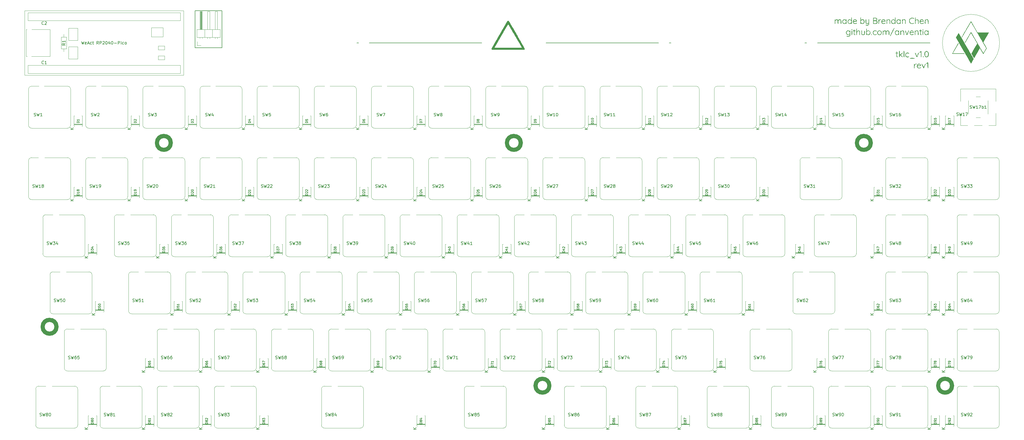
<source format=gto>
%TF.GenerationSoftware,KiCad,Pcbnew,(6.0.2)*%
%TF.CreationDate,2022-08-23T14:47:47-07:00*%
%TF.ProjectId,tklc_v1_rgb,746b6c63-5f76-4315-9f72-67622e6b6963,rev?*%
%TF.SameCoordinates,Original*%
%TF.FileFunction,Legend,Top*%
%TF.FilePolarity,Positive*%
%FSLAX46Y46*%
G04 Gerber Fmt 4.6, Leading zero omitted, Abs format (unit mm)*
G04 Created by KiCad (PCBNEW (6.0.2)) date 2022-08-23 14:47:47*
%MOMM*%
%LPD*%
G01*
G04 APERTURE LIST*
%ADD10C,0.200000*%
%ADD11C,0.100000*%
%ADD12C,0.150000*%
%ADD13C,0.120000*%
%ADD14C,1.400000*%
%ADD15C,0.500000*%
%ADD16R,2.000000X2.000000*%
%ADD17O,2.000000X2.000000*%
%ADD18C,1.750000*%
%ADD19C,3.000000*%
%ADD20C,5.100000*%
%ADD21C,3.200000*%
%ADD22C,1.700000*%
%ADD23O,1.700000X1.700000*%
%ADD24R,1.700000X1.700000*%
%ADD25C,1.524000*%
%ADD26C,2.000000*%
%ADD27R,2.000000X3.200000*%
%ADD28C,1.400000*%
%ADD29O,1.400000X1.400000*%
G04 APERTURE END LIST*
D10*
X161925136Y-90487576D02*
X162520973Y-90487728D01*
D11*
X376237816Y-90487576D02*
G75*
G03*
X376237816Y-90487576I-9525008J0D01*
G01*
D10*
X225028314Y-90487576D02*
X262532503Y-90487424D01*
X266700224Y-90487576D02*
X266104387Y-90487424D01*
X203597046Y-90487576D02*
X166092857Y-90487728D01*
D12*
X108029157Y-79771942D02*
X117029157Y-79771942D01*
X117029157Y-79771942D02*
X117029157Y-92060072D01*
X117029157Y-92060072D02*
X108029157Y-92060072D01*
X108029157Y-92060072D02*
X108029157Y-79771942D01*
D10*
X353020609Y-90487576D02*
X315516420Y-90487728D01*
X311348699Y-90487576D02*
X311944536Y-90487728D01*
D12*
%TO.C,D86*%
X247989285Y-217445714D02*
X247239285Y-217445714D01*
X247239285Y-217267142D01*
X247275000Y-217160000D01*
X247346428Y-217088571D01*
X247417857Y-217052857D01*
X247560714Y-217017142D01*
X247667857Y-217017142D01*
X247810714Y-217052857D01*
X247882142Y-217088571D01*
X247953571Y-217160000D01*
X247989285Y-217267142D01*
X247989285Y-217445714D01*
X247560714Y-216588571D02*
X247525000Y-216660000D01*
X247489285Y-216695714D01*
X247417857Y-216731428D01*
X247382142Y-216731428D01*
X247310714Y-216695714D01*
X247275000Y-216660000D01*
X247239285Y-216588571D01*
X247239285Y-216445714D01*
X247275000Y-216374285D01*
X247310714Y-216338571D01*
X247382142Y-216302857D01*
X247417857Y-216302857D01*
X247489285Y-216338571D01*
X247525000Y-216374285D01*
X247560714Y-216445714D01*
X247560714Y-216588571D01*
X247596428Y-216660000D01*
X247632142Y-216695714D01*
X247703571Y-216731428D01*
X247846428Y-216731428D01*
X247917857Y-216695714D01*
X247953571Y-216660000D01*
X247989285Y-216588571D01*
X247989285Y-216445714D01*
X247953571Y-216374285D01*
X247917857Y-216338571D01*
X247846428Y-216302857D01*
X247703571Y-216302857D01*
X247632142Y-216338571D01*
X247596428Y-216374285D01*
X247560714Y-216445714D01*
X247239285Y-215660000D02*
X247239285Y-215802857D01*
X247275000Y-215874285D01*
X247310714Y-215910000D01*
X247417857Y-215981428D01*
X247560714Y-216017142D01*
X247846428Y-216017142D01*
X247917857Y-215981428D01*
X247953571Y-215945714D01*
X247989285Y-215874285D01*
X247989285Y-215731428D01*
X247953571Y-215660000D01*
X247917857Y-215624285D01*
X247846428Y-215588571D01*
X247667857Y-215588571D01*
X247596428Y-215624285D01*
X247560714Y-215660000D01*
X247525000Y-215731428D01*
X247525000Y-215874285D01*
X247560714Y-215945714D01*
X247596428Y-215981428D01*
X247667857Y-216017142D01*
X246102380Y-219336904D02*
X245102380Y-219336904D01*
X246102380Y-218765476D02*
X245530952Y-219194047D01*
X245102380Y-218765476D02*
X245673809Y-219336904D01*
%TO.C,D76*%
X317045535Y-198395714D02*
X316295535Y-198395714D01*
X316295535Y-198217142D01*
X316331250Y-198110000D01*
X316402678Y-198038571D01*
X316474107Y-198002857D01*
X316616964Y-197967142D01*
X316724107Y-197967142D01*
X316866964Y-198002857D01*
X316938392Y-198038571D01*
X317009821Y-198110000D01*
X317045535Y-198217142D01*
X317045535Y-198395714D01*
X316295535Y-197717142D02*
X316295535Y-197217142D01*
X317045535Y-197538571D01*
X316295535Y-196610000D02*
X316295535Y-196752857D01*
X316331250Y-196824285D01*
X316366964Y-196860000D01*
X316474107Y-196931428D01*
X316616964Y-196967142D01*
X316902678Y-196967142D01*
X316974107Y-196931428D01*
X317009821Y-196895714D01*
X317045535Y-196824285D01*
X317045535Y-196681428D01*
X317009821Y-196610000D01*
X316974107Y-196574285D01*
X316902678Y-196538571D01*
X316724107Y-196538571D01*
X316652678Y-196574285D01*
X316616964Y-196610000D01*
X316581250Y-196681428D01*
X316581250Y-196824285D01*
X316616964Y-196895714D01*
X316652678Y-196931428D01*
X316724107Y-196967142D01*
X315158630Y-200286904D02*
X314158630Y-200286904D01*
X315158630Y-199715476D02*
X314587202Y-200144047D01*
X314158630Y-199715476D02*
X314730059Y-200286904D01*
%TO.C,D12*%
X278945535Y-117433214D02*
X278195535Y-117433214D01*
X278195535Y-117254642D01*
X278231250Y-117147500D01*
X278302678Y-117076071D01*
X278374107Y-117040357D01*
X278516964Y-117004642D01*
X278624107Y-117004642D01*
X278766964Y-117040357D01*
X278838392Y-117076071D01*
X278909821Y-117147500D01*
X278945535Y-117254642D01*
X278945535Y-117433214D01*
X278945535Y-116290357D02*
X278945535Y-116718928D01*
X278945535Y-116504642D02*
X278195535Y-116504642D01*
X278302678Y-116576071D01*
X278374107Y-116647500D01*
X278409821Y-116718928D01*
X278266964Y-116004642D02*
X278231250Y-115968928D01*
X278195535Y-115897500D01*
X278195535Y-115718928D01*
X278231250Y-115647500D01*
X278266964Y-115611785D01*
X278338392Y-115576071D01*
X278409821Y-115576071D01*
X278516964Y-115611785D01*
X278945535Y-116040357D01*
X278945535Y-115576071D01*
X277058630Y-119324404D02*
X276058630Y-119324404D01*
X277058630Y-118752976D02*
X276487202Y-119181547D01*
X276058630Y-118752976D02*
X276630059Y-119324404D01*
%TO.C,SW46*%
X292036726Y-157726011D02*
X292179583Y-157773630D01*
X292417678Y-157773630D01*
X292512916Y-157726011D01*
X292560535Y-157678392D01*
X292608154Y-157583154D01*
X292608154Y-157487916D01*
X292560535Y-157392678D01*
X292512916Y-157345059D01*
X292417678Y-157297440D01*
X292227202Y-157249821D01*
X292131964Y-157202202D01*
X292084345Y-157154583D01*
X292036726Y-157059345D01*
X292036726Y-156964107D01*
X292084345Y-156868869D01*
X292131964Y-156821250D01*
X292227202Y-156773630D01*
X292465297Y-156773630D01*
X292608154Y-156821250D01*
X292941488Y-156773630D02*
X293179583Y-157773630D01*
X293370059Y-157059345D01*
X293560535Y-157773630D01*
X293798630Y-156773630D01*
X294608154Y-157106964D02*
X294608154Y-157773630D01*
X294370059Y-156726011D02*
X294131964Y-157440297D01*
X294751011Y-157440297D01*
X295560535Y-156773630D02*
X295370059Y-156773630D01*
X295274821Y-156821250D01*
X295227202Y-156868869D01*
X295131964Y-157011726D01*
X295084345Y-157202202D01*
X295084345Y-157583154D01*
X295131964Y-157678392D01*
X295179583Y-157726011D01*
X295274821Y-157773630D01*
X295465297Y-157773630D01*
X295560535Y-157726011D01*
X295608154Y-157678392D01*
X295655773Y-157583154D01*
X295655773Y-157345059D01*
X295608154Y-157249821D01*
X295560535Y-157202202D01*
X295465297Y-157154583D01*
X295274821Y-157154583D01*
X295179583Y-157202202D01*
X295131964Y-157249821D01*
X295084345Y-157345059D01*
%TO.C,D64*%
X359908035Y-179345714D02*
X359158035Y-179345714D01*
X359158035Y-179167142D01*
X359193750Y-179060000D01*
X359265178Y-178988571D01*
X359336607Y-178952857D01*
X359479464Y-178917142D01*
X359586607Y-178917142D01*
X359729464Y-178952857D01*
X359800892Y-178988571D01*
X359872321Y-179060000D01*
X359908035Y-179167142D01*
X359908035Y-179345714D01*
X359158035Y-178274285D02*
X359158035Y-178417142D01*
X359193750Y-178488571D01*
X359229464Y-178524285D01*
X359336607Y-178595714D01*
X359479464Y-178631428D01*
X359765178Y-178631428D01*
X359836607Y-178595714D01*
X359872321Y-178560000D01*
X359908035Y-178488571D01*
X359908035Y-178345714D01*
X359872321Y-178274285D01*
X359836607Y-178238571D01*
X359765178Y-178202857D01*
X359586607Y-178202857D01*
X359515178Y-178238571D01*
X359479464Y-178274285D01*
X359443750Y-178345714D01*
X359443750Y-178488571D01*
X359479464Y-178560000D01*
X359515178Y-178595714D01*
X359586607Y-178631428D01*
X359408035Y-177560000D02*
X359908035Y-177560000D01*
X359122321Y-177738571D02*
X359658035Y-177917142D01*
X359658035Y-177452857D01*
X358021130Y-181236904D02*
X357021130Y-181236904D01*
X358021130Y-180665476D02*
X357449702Y-181094047D01*
X357021130Y-180665476D02*
X357592559Y-181236904D01*
%TO.C,D26*%
X221795535Y-141245714D02*
X221045535Y-141245714D01*
X221045535Y-141067142D01*
X221081250Y-140960000D01*
X221152678Y-140888571D01*
X221224107Y-140852857D01*
X221366964Y-140817142D01*
X221474107Y-140817142D01*
X221616964Y-140852857D01*
X221688392Y-140888571D01*
X221759821Y-140960000D01*
X221795535Y-141067142D01*
X221795535Y-141245714D01*
X221116964Y-140531428D02*
X221081250Y-140495714D01*
X221045535Y-140424285D01*
X221045535Y-140245714D01*
X221081250Y-140174285D01*
X221116964Y-140138571D01*
X221188392Y-140102857D01*
X221259821Y-140102857D01*
X221366964Y-140138571D01*
X221795535Y-140567142D01*
X221795535Y-140102857D01*
X221045535Y-139460000D02*
X221045535Y-139602857D01*
X221081250Y-139674285D01*
X221116964Y-139710000D01*
X221224107Y-139781428D01*
X221366964Y-139817142D01*
X221652678Y-139817142D01*
X221724107Y-139781428D01*
X221759821Y-139745714D01*
X221795535Y-139674285D01*
X221795535Y-139531428D01*
X221759821Y-139460000D01*
X221724107Y-139424285D01*
X221652678Y-139388571D01*
X221474107Y-139388571D01*
X221402678Y-139424285D01*
X221366964Y-139460000D01*
X221331250Y-139531428D01*
X221331250Y-139674285D01*
X221366964Y-139745714D01*
X221402678Y-139781428D01*
X221474107Y-139817142D01*
X219908630Y-143136904D02*
X218908630Y-143136904D01*
X219908630Y-142565476D02*
X219337202Y-142994047D01*
X218908630Y-142565476D02*
X219480059Y-143136904D01*
%TO.C,D43*%
X250370535Y-160295714D02*
X249620535Y-160295714D01*
X249620535Y-160117142D01*
X249656250Y-160010000D01*
X249727678Y-159938571D01*
X249799107Y-159902857D01*
X249941964Y-159867142D01*
X250049107Y-159867142D01*
X250191964Y-159902857D01*
X250263392Y-159938571D01*
X250334821Y-160010000D01*
X250370535Y-160117142D01*
X250370535Y-160295714D01*
X249870535Y-159224285D02*
X250370535Y-159224285D01*
X249584821Y-159402857D02*
X250120535Y-159581428D01*
X250120535Y-159117142D01*
X249620535Y-158902857D02*
X249620535Y-158438571D01*
X249906250Y-158688571D01*
X249906250Y-158581428D01*
X249941964Y-158510000D01*
X249977678Y-158474285D01*
X250049107Y-158438571D01*
X250227678Y-158438571D01*
X250299107Y-158474285D01*
X250334821Y-158510000D01*
X250370535Y-158581428D01*
X250370535Y-158795714D01*
X250334821Y-158867142D01*
X250299107Y-158902857D01*
X248483630Y-162186904D02*
X247483630Y-162186904D01*
X248483630Y-161615476D02*
X247912202Y-162044047D01*
X247483630Y-161615476D02*
X248055059Y-162186904D01*
%TO.C,D29*%
X278945535Y-141245714D02*
X278195535Y-141245714D01*
X278195535Y-141067142D01*
X278231250Y-140960000D01*
X278302678Y-140888571D01*
X278374107Y-140852857D01*
X278516964Y-140817142D01*
X278624107Y-140817142D01*
X278766964Y-140852857D01*
X278838392Y-140888571D01*
X278909821Y-140960000D01*
X278945535Y-141067142D01*
X278945535Y-141245714D01*
X278266964Y-140531428D02*
X278231250Y-140495714D01*
X278195535Y-140424285D01*
X278195535Y-140245714D01*
X278231250Y-140174285D01*
X278266964Y-140138571D01*
X278338392Y-140102857D01*
X278409821Y-140102857D01*
X278516964Y-140138571D01*
X278945535Y-140567142D01*
X278945535Y-140102857D01*
X278945535Y-139745714D02*
X278945535Y-139602857D01*
X278909821Y-139531428D01*
X278874107Y-139495714D01*
X278766964Y-139424285D01*
X278624107Y-139388571D01*
X278338392Y-139388571D01*
X278266964Y-139424285D01*
X278231250Y-139460000D01*
X278195535Y-139531428D01*
X278195535Y-139674285D01*
X278231250Y-139745714D01*
X278266964Y-139781428D01*
X278338392Y-139817142D01*
X278516964Y-139817142D01*
X278588392Y-139781428D01*
X278624107Y-139745714D01*
X278659821Y-139674285D01*
X278659821Y-139531428D01*
X278624107Y-139460000D01*
X278588392Y-139424285D01*
X278516964Y-139388571D01*
X277058630Y-143136904D02*
X276058630Y-143136904D01*
X277058630Y-142565476D02*
X276487202Y-142994047D01*
X276058630Y-142565476D02*
X276630059Y-143136904D01*
%TO.C,D92*%
X359908035Y-217445714D02*
X359158035Y-217445714D01*
X359158035Y-217267142D01*
X359193750Y-217160000D01*
X359265178Y-217088571D01*
X359336607Y-217052857D01*
X359479464Y-217017142D01*
X359586607Y-217017142D01*
X359729464Y-217052857D01*
X359800892Y-217088571D01*
X359872321Y-217160000D01*
X359908035Y-217267142D01*
X359908035Y-217445714D01*
X359908035Y-216660000D02*
X359908035Y-216517142D01*
X359872321Y-216445714D01*
X359836607Y-216410000D01*
X359729464Y-216338571D01*
X359586607Y-216302857D01*
X359300892Y-216302857D01*
X359229464Y-216338571D01*
X359193750Y-216374285D01*
X359158035Y-216445714D01*
X359158035Y-216588571D01*
X359193750Y-216660000D01*
X359229464Y-216695714D01*
X359300892Y-216731428D01*
X359479464Y-216731428D01*
X359550892Y-216695714D01*
X359586607Y-216660000D01*
X359622321Y-216588571D01*
X359622321Y-216445714D01*
X359586607Y-216374285D01*
X359550892Y-216338571D01*
X359479464Y-216302857D01*
X359229464Y-216017142D02*
X359193750Y-215981428D01*
X359158035Y-215910000D01*
X359158035Y-215731428D01*
X359193750Y-215660000D01*
X359229464Y-215624285D01*
X359300892Y-215588571D01*
X359372321Y-215588571D01*
X359479464Y-215624285D01*
X359908035Y-216052857D01*
X359908035Y-215588571D01*
X358021130Y-219336904D02*
X357021130Y-219336904D01*
X358021130Y-218765476D02*
X357449702Y-219194047D01*
X357021130Y-218765476D02*
X357592559Y-219336904D01*
%TO.C,D72*%
X226558035Y-198395714D02*
X225808035Y-198395714D01*
X225808035Y-198217142D01*
X225843750Y-198110000D01*
X225915178Y-198038571D01*
X225986607Y-198002857D01*
X226129464Y-197967142D01*
X226236607Y-197967142D01*
X226379464Y-198002857D01*
X226450892Y-198038571D01*
X226522321Y-198110000D01*
X226558035Y-198217142D01*
X226558035Y-198395714D01*
X225808035Y-197717142D02*
X225808035Y-197217142D01*
X226558035Y-197538571D01*
X225879464Y-196967142D02*
X225843750Y-196931428D01*
X225808035Y-196860000D01*
X225808035Y-196681428D01*
X225843750Y-196610000D01*
X225879464Y-196574285D01*
X225950892Y-196538571D01*
X226022321Y-196538571D01*
X226129464Y-196574285D01*
X226558035Y-197002857D01*
X226558035Y-196538571D01*
X224671130Y-200286904D02*
X223671130Y-200286904D01*
X224671130Y-199715476D02*
X224099702Y-200144047D01*
X223671130Y-199715476D02*
X224242559Y-200286904D01*
%TO.C,D25*%
X202745535Y-141245714D02*
X201995535Y-141245714D01*
X201995535Y-141067142D01*
X202031250Y-140960000D01*
X202102678Y-140888571D01*
X202174107Y-140852857D01*
X202316964Y-140817142D01*
X202424107Y-140817142D01*
X202566964Y-140852857D01*
X202638392Y-140888571D01*
X202709821Y-140960000D01*
X202745535Y-141067142D01*
X202745535Y-141245714D01*
X202066964Y-140531428D02*
X202031250Y-140495714D01*
X201995535Y-140424285D01*
X201995535Y-140245714D01*
X202031250Y-140174285D01*
X202066964Y-140138571D01*
X202138392Y-140102857D01*
X202209821Y-140102857D01*
X202316964Y-140138571D01*
X202745535Y-140567142D01*
X202745535Y-140102857D01*
X201995535Y-139424285D02*
X201995535Y-139781428D01*
X202352678Y-139817142D01*
X202316964Y-139781428D01*
X202281250Y-139710000D01*
X202281250Y-139531428D01*
X202316964Y-139460000D01*
X202352678Y-139424285D01*
X202424107Y-139388571D01*
X202602678Y-139388571D01*
X202674107Y-139424285D01*
X202709821Y-139460000D01*
X202745535Y-139531428D01*
X202745535Y-139710000D01*
X202709821Y-139781428D01*
X202674107Y-139817142D01*
X200858630Y-143136904D02*
X199858630Y-143136904D01*
X200858630Y-142565476D02*
X200287202Y-142994047D01*
X199858630Y-142565476D02*
X200430059Y-143136904D01*
%TO.C,D69*%
X169408035Y-198395714D02*
X168658035Y-198395714D01*
X168658035Y-198217142D01*
X168693750Y-198110000D01*
X168765178Y-198038571D01*
X168836607Y-198002857D01*
X168979464Y-197967142D01*
X169086607Y-197967142D01*
X169229464Y-198002857D01*
X169300892Y-198038571D01*
X169372321Y-198110000D01*
X169408035Y-198217142D01*
X169408035Y-198395714D01*
X168658035Y-197324285D02*
X168658035Y-197467142D01*
X168693750Y-197538571D01*
X168729464Y-197574285D01*
X168836607Y-197645714D01*
X168979464Y-197681428D01*
X169265178Y-197681428D01*
X169336607Y-197645714D01*
X169372321Y-197610000D01*
X169408035Y-197538571D01*
X169408035Y-197395714D01*
X169372321Y-197324285D01*
X169336607Y-197288571D01*
X169265178Y-197252857D01*
X169086607Y-197252857D01*
X169015178Y-197288571D01*
X168979464Y-197324285D01*
X168943750Y-197395714D01*
X168943750Y-197538571D01*
X168979464Y-197610000D01*
X169015178Y-197645714D01*
X169086607Y-197681428D01*
X169408035Y-196895714D02*
X169408035Y-196752857D01*
X169372321Y-196681428D01*
X169336607Y-196645714D01*
X169229464Y-196574285D01*
X169086607Y-196538571D01*
X168800892Y-196538571D01*
X168729464Y-196574285D01*
X168693750Y-196610000D01*
X168658035Y-196681428D01*
X168658035Y-196824285D01*
X168693750Y-196895714D01*
X168729464Y-196931428D01*
X168800892Y-196967142D01*
X168979464Y-196967142D01*
X169050892Y-196931428D01*
X169086607Y-196895714D01*
X169122321Y-196824285D01*
X169122321Y-196681428D01*
X169086607Y-196610000D01*
X169050892Y-196574285D01*
X168979464Y-196538571D01*
X167521130Y-200286904D02*
X166521130Y-200286904D01*
X167521130Y-199715476D02*
X166949702Y-200144047D01*
X166521130Y-199715476D02*
X167092559Y-200286904D01*
%TO.C,D15*%
X336095535Y-117433214D02*
X335345535Y-117433214D01*
X335345535Y-117254642D01*
X335381250Y-117147500D01*
X335452678Y-117076071D01*
X335524107Y-117040357D01*
X335666964Y-117004642D01*
X335774107Y-117004642D01*
X335916964Y-117040357D01*
X335988392Y-117076071D01*
X336059821Y-117147500D01*
X336095535Y-117254642D01*
X336095535Y-117433214D01*
X336095535Y-116290357D02*
X336095535Y-116718928D01*
X336095535Y-116504642D02*
X335345535Y-116504642D01*
X335452678Y-116576071D01*
X335524107Y-116647500D01*
X335559821Y-116718928D01*
X335345535Y-115611785D02*
X335345535Y-115968928D01*
X335702678Y-116004642D01*
X335666964Y-115968928D01*
X335631250Y-115897500D01*
X335631250Y-115718928D01*
X335666964Y-115647500D01*
X335702678Y-115611785D01*
X335774107Y-115576071D01*
X335952678Y-115576071D01*
X336024107Y-115611785D01*
X336059821Y-115647500D01*
X336095535Y-115718928D01*
X336095535Y-115897500D01*
X336059821Y-115968928D01*
X336024107Y-116004642D01*
X334208630Y-119324404D02*
X333208630Y-119324404D01*
X334208630Y-118752976D02*
X333637202Y-119181547D01*
X333208630Y-118752976D02*
X333780059Y-119324404D01*
%TO.C,D41*%
X212270535Y-160295714D02*
X211520535Y-160295714D01*
X211520535Y-160117142D01*
X211556250Y-160010000D01*
X211627678Y-159938571D01*
X211699107Y-159902857D01*
X211841964Y-159867142D01*
X211949107Y-159867142D01*
X212091964Y-159902857D01*
X212163392Y-159938571D01*
X212234821Y-160010000D01*
X212270535Y-160117142D01*
X212270535Y-160295714D01*
X211770535Y-159224285D02*
X212270535Y-159224285D01*
X211484821Y-159402857D02*
X212020535Y-159581428D01*
X212020535Y-159117142D01*
X212270535Y-158438571D02*
X212270535Y-158867142D01*
X212270535Y-158652857D02*
X211520535Y-158652857D01*
X211627678Y-158724285D01*
X211699107Y-158795714D01*
X211734821Y-158867142D01*
X210383630Y-162186904D02*
X209383630Y-162186904D01*
X210383630Y-161615476D02*
X209812202Y-162044047D01*
X209383630Y-161615476D02*
X209955059Y-162186904D01*
%TO.C,SW6*%
X149637916Y-114863511D02*
X149780773Y-114911130D01*
X150018869Y-114911130D01*
X150114107Y-114863511D01*
X150161726Y-114815892D01*
X150209345Y-114720654D01*
X150209345Y-114625416D01*
X150161726Y-114530178D01*
X150114107Y-114482559D01*
X150018869Y-114434940D01*
X149828392Y-114387321D01*
X149733154Y-114339702D01*
X149685535Y-114292083D01*
X149637916Y-114196845D01*
X149637916Y-114101607D01*
X149685535Y-114006369D01*
X149733154Y-113958750D01*
X149828392Y-113911130D01*
X150066488Y-113911130D01*
X150209345Y-113958750D01*
X150542678Y-113911130D02*
X150780773Y-114911130D01*
X150971250Y-114196845D01*
X151161726Y-114911130D01*
X151399821Y-113911130D01*
X152209345Y-113911130D02*
X152018869Y-113911130D01*
X151923630Y-113958750D01*
X151876011Y-114006369D01*
X151780773Y-114149226D01*
X151733154Y-114339702D01*
X151733154Y-114720654D01*
X151780773Y-114815892D01*
X151828392Y-114863511D01*
X151923630Y-114911130D01*
X152114107Y-114911130D01*
X152209345Y-114863511D01*
X152256964Y-114815892D01*
X152304583Y-114720654D01*
X152304583Y-114482559D01*
X152256964Y-114387321D01*
X152209345Y-114339702D01*
X152114107Y-114292083D01*
X151923630Y-114292083D01*
X151828392Y-114339702D01*
X151780773Y-114387321D01*
X151733154Y-114482559D01*
%TO.C,SW49*%
X363474226Y-157726011D02*
X363617083Y-157773630D01*
X363855178Y-157773630D01*
X363950416Y-157726011D01*
X363998035Y-157678392D01*
X364045654Y-157583154D01*
X364045654Y-157487916D01*
X363998035Y-157392678D01*
X363950416Y-157345059D01*
X363855178Y-157297440D01*
X363664702Y-157249821D01*
X363569464Y-157202202D01*
X363521845Y-157154583D01*
X363474226Y-157059345D01*
X363474226Y-156964107D01*
X363521845Y-156868869D01*
X363569464Y-156821250D01*
X363664702Y-156773630D01*
X363902797Y-156773630D01*
X364045654Y-156821250D01*
X364378988Y-156773630D02*
X364617083Y-157773630D01*
X364807559Y-157059345D01*
X364998035Y-157773630D01*
X365236130Y-156773630D01*
X366045654Y-157106964D02*
X366045654Y-157773630D01*
X365807559Y-156726011D02*
X365569464Y-157440297D01*
X366188511Y-157440297D01*
X366617083Y-157773630D02*
X366807559Y-157773630D01*
X366902797Y-157726011D01*
X366950416Y-157678392D01*
X367045654Y-157535535D01*
X367093273Y-157345059D01*
X367093273Y-156964107D01*
X367045654Y-156868869D01*
X366998035Y-156821250D01*
X366902797Y-156773630D01*
X366712321Y-156773630D01*
X366617083Y-156821250D01*
X366569464Y-156868869D01*
X366521845Y-156964107D01*
X366521845Y-157202202D01*
X366569464Y-157297440D01*
X366617083Y-157345059D01*
X366712321Y-157392678D01*
X366902797Y-157392678D01*
X366998035Y-157345059D01*
X367045654Y-157297440D01*
X367093273Y-157202202D01*
%TO.C,D1*%
X69395535Y-117076071D02*
X68645535Y-117076071D01*
X68645535Y-116897500D01*
X68681250Y-116790357D01*
X68752678Y-116718928D01*
X68824107Y-116683214D01*
X68966964Y-116647500D01*
X69074107Y-116647500D01*
X69216964Y-116683214D01*
X69288392Y-116718928D01*
X69359821Y-116790357D01*
X69395535Y-116897500D01*
X69395535Y-117076071D01*
X69395535Y-115933214D02*
X69395535Y-116361785D01*
X69395535Y-116147500D02*
X68645535Y-116147500D01*
X68752678Y-116218928D01*
X68824107Y-116290357D01*
X68859821Y-116361785D01*
X67508630Y-119324404D02*
X66508630Y-119324404D01*
X67508630Y-118752976D02*
X66937202Y-119181547D01*
X66508630Y-118752976D02*
X67080059Y-119324404D01*
%TO.C,D27*%
X240845535Y-141245714D02*
X240095535Y-141245714D01*
X240095535Y-141067142D01*
X240131250Y-140960000D01*
X240202678Y-140888571D01*
X240274107Y-140852857D01*
X240416964Y-140817142D01*
X240524107Y-140817142D01*
X240666964Y-140852857D01*
X240738392Y-140888571D01*
X240809821Y-140960000D01*
X240845535Y-141067142D01*
X240845535Y-141245714D01*
X240166964Y-140531428D02*
X240131250Y-140495714D01*
X240095535Y-140424285D01*
X240095535Y-140245714D01*
X240131250Y-140174285D01*
X240166964Y-140138571D01*
X240238392Y-140102857D01*
X240309821Y-140102857D01*
X240416964Y-140138571D01*
X240845535Y-140567142D01*
X240845535Y-140102857D01*
X240095535Y-139852857D02*
X240095535Y-139352857D01*
X240845535Y-139674285D01*
X238958630Y-143136904D02*
X237958630Y-143136904D01*
X238958630Y-142565476D02*
X238387202Y-142994047D01*
X237958630Y-142565476D02*
X238530059Y-143136904D01*
%TO.C,SW59*%
X239649226Y-176776011D02*
X239792083Y-176823630D01*
X240030178Y-176823630D01*
X240125416Y-176776011D01*
X240173035Y-176728392D01*
X240220654Y-176633154D01*
X240220654Y-176537916D01*
X240173035Y-176442678D01*
X240125416Y-176395059D01*
X240030178Y-176347440D01*
X239839702Y-176299821D01*
X239744464Y-176252202D01*
X239696845Y-176204583D01*
X239649226Y-176109345D01*
X239649226Y-176014107D01*
X239696845Y-175918869D01*
X239744464Y-175871250D01*
X239839702Y-175823630D01*
X240077797Y-175823630D01*
X240220654Y-175871250D01*
X240553988Y-175823630D02*
X240792083Y-176823630D01*
X240982559Y-176109345D01*
X241173035Y-176823630D01*
X241411130Y-175823630D01*
X242268273Y-175823630D02*
X241792083Y-175823630D01*
X241744464Y-176299821D01*
X241792083Y-176252202D01*
X241887321Y-176204583D01*
X242125416Y-176204583D01*
X242220654Y-176252202D01*
X242268273Y-176299821D01*
X242315892Y-176395059D01*
X242315892Y-176633154D01*
X242268273Y-176728392D01*
X242220654Y-176776011D01*
X242125416Y-176823630D01*
X241887321Y-176823630D01*
X241792083Y-176776011D01*
X241744464Y-176728392D01*
X242792083Y-176823630D02*
X242982559Y-176823630D01*
X243077797Y-176776011D01*
X243125416Y-176728392D01*
X243220654Y-176585535D01*
X243268273Y-176395059D01*
X243268273Y-176014107D01*
X243220654Y-175918869D01*
X243173035Y-175871250D01*
X243077797Y-175823630D01*
X242887321Y-175823630D01*
X242792083Y-175871250D01*
X242744464Y-175918869D01*
X242696845Y-176014107D01*
X242696845Y-176252202D01*
X242744464Y-176347440D01*
X242792083Y-176395059D01*
X242887321Y-176442678D01*
X243077797Y-176442678D01*
X243173035Y-176395059D01*
X243220654Y-176347440D01*
X243268273Y-176252202D01*
%TO.C,D70*%
X188458035Y-198395714D02*
X187708035Y-198395714D01*
X187708035Y-198217142D01*
X187743750Y-198110000D01*
X187815178Y-198038571D01*
X187886607Y-198002857D01*
X188029464Y-197967142D01*
X188136607Y-197967142D01*
X188279464Y-198002857D01*
X188350892Y-198038571D01*
X188422321Y-198110000D01*
X188458035Y-198217142D01*
X188458035Y-198395714D01*
X187708035Y-197717142D02*
X187708035Y-197217142D01*
X188458035Y-197538571D01*
X187708035Y-196788571D02*
X187708035Y-196717142D01*
X187743750Y-196645714D01*
X187779464Y-196610000D01*
X187850892Y-196574285D01*
X187993750Y-196538571D01*
X188172321Y-196538571D01*
X188315178Y-196574285D01*
X188386607Y-196610000D01*
X188422321Y-196645714D01*
X188458035Y-196717142D01*
X188458035Y-196788571D01*
X188422321Y-196860000D01*
X188386607Y-196895714D01*
X188315178Y-196931428D01*
X188172321Y-196967142D01*
X187993750Y-196967142D01*
X187850892Y-196931428D01*
X187779464Y-196895714D01*
X187743750Y-196860000D01*
X187708035Y-196788571D01*
X186571130Y-200286904D02*
X185571130Y-200286904D01*
X186571130Y-199715476D02*
X185999702Y-200144047D01*
X185571130Y-199715476D02*
X186142559Y-200286904D01*
%TO.C,SW42*%
X215836726Y-157726011D02*
X215979583Y-157773630D01*
X216217678Y-157773630D01*
X216312916Y-157726011D01*
X216360535Y-157678392D01*
X216408154Y-157583154D01*
X216408154Y-157487916D01*
X216360535Y-157392678D01*
X216312916Y-157345059D01*
X216217678Y-157297440D01*
X216027202Y-157249821D01*
X215931964Y-157202202D01*
X215884345Y-157154583D01*
X215836726Y-157059345D01*
X215836726Y-156964107D01*
X215884345Y-156868869D01*
X215931964Y-156821250D01*
X216027202Y-156773630D01*
X216265297Y-156773630D01*
X216408154Y-156821250D01*
X216741488Y-156773630D02*
X216979583Y-157773630D01*
X217170059Y-157059345D01*
X217360535Y-157773630D01*
X217598630Y-156773630D01*
X218408154Y-157106964D02*
X218408154Y-157773630D01*
X218170059Y-156726011D02*
X217931964Y-157440297D01*
X218551011Y-157440297D01*
X218884345Y-156868869D02*
X218931964Y-156821250D01*
X219027202Y-156773630D01*
X219265297Y-156773630D01*
X219360535Y-156821250D01*
X219408154Y-156868869D01*
X219455773Y-156964107D01*
X219455773Y-157059345D01*
X219408154Y-157202202D01*
X218836726Y-157773630D01*
X219455773Y-157773630D01*
%TO.C,WeAct RP2040-Pico*%
X70164537Y-89939956D02*
X70402632Y-90939956D01*
X70593108Y-90225671D01*
X70783585Y-90939956D01*
X71021680Y-89939956D01*
X71783585Y-90892337D02*
X71688347Y-90939956D01*
X71497870Y-90939956D01*
X71402632Y-90892337D01*
X71355013Y-90797099D01*
X71355013Y-90416147D01*
X71402632Y-90320909D01*
X71497870Y-90273290D01*
X71688347Y-90273290D01*
X71783585Y-90320909D01*
X71831204Y-90416147D01*
X71831204Y-90511385D01*
X71355013Y-90606623D01*
X72212156Y-90654242D02*
X72688347Y-90654242D01*
X72116918Y-90939956D02*
X72450251Y-89939956D01*
X72783585Y-90939956D01*
X73545489Y-90892337D02*
X73450251Y-90939956D01*
X73259775Y-90939956D01*
X73164537Y-90892337D01*
X73116918Y-90844718D01*
X73069299Y-90749480D01*
X73069299Y-90463766D01*
X73116918Y-90368528D01*
X73164537Y-90320909D01*
X73259775Y-90273290D01*
X73450251Y-90273290D01*
X73545489Y-90320909D01*
X73831204Y-90273290D02*
X74212156Y-90273290D01*
X73974061Y-89939956D02*
X73974061Y-90797099D01*
X74021680Y-90892337D01*
X74116918Y-90939956D01*
X74212156Y-90939956D01*
X75878823Y-90939956D02*
X75545489Y-90463766D01*
X75307394Y-90939956D02*
X75307394Y-89939956D01*
X75688347Y-89939956D01*
X75783585Y-89987576D01*
X75831204Y-90035195D01*
X75878823Y-90130433D01*
X75878823Y-90273290D01*
X75831204Y-90368528D01*
X75783585Y-90416147D01*
X75688347Y-90463766D01*
X75307394Y-90463766D01*
X76307394Y-90939956D02*
X76307394Y-89939956D01*
X76688347Y-89939956D01*
X76783585Y-89987576D01*
X76831204Y-90035195D01*
X76878823Y-90130433D01*
X76878823Y-90273290D01*
X76831204Y-90368528D01*
X76783585Y-90416147D01*
X76688347Y-90463766D01*
X76307394Y-90463766D01*
X77259775Y-90035195D02*
X77307394Y-89987576D01*
X77402632Y-89939956D01*
X77640727Y-89939956D01*
X77735966Y-89987576D01*
X77783585Y-90035195D01*
X77831204Y-90130433D01*
X77831204Y-90225671D01*
X77783585Y-90368528D01*
X77212156Y-90939956D01*
X77831204Y-90939956D01*
X78450251Y-89939956D02*
X78545489Y-89939956D01*
X78640727Y-89987576D01*
X78688347Y-90035195D01*
X78735966Y-90130433D01*
X78783585Y-90320909D01*
X78783585Y-90559004D01*
X78735966Y-90749480D01*
X78688347Y-90844718D01*
X78640727Y-90892337D01*
X78545489Y-90939956D01*
X78450251Y-90939956D01*
X78355013Y-90892337D01*
X78307394Y-90844718D01*
X78259775Y-90749480D01*
X78212156Y-90559004D01*
X78212156Y-90320909D01*
X78259775Y-90130433D01*
X78307394Y-90035195D01*
X78355013Y-89987576D01*
X78450251Y-89939956D01*
X79640727Y-90273290D02*
X79640727Y-90939956D01*
X79402632Y-89892337D02*
X79164537Y-90606623D01*
X79783585Y-90606623D01*
X80355013Y-89939956D02*
X80450251Y-89939956D01*
X80545489Y-89987576D01*
X80593108Y-90035195D01*
X80640727Y-90130433D01*
X80688347Y-90320909D01*
X80688347Y-90559004D01*
X80640727Y-90749480D01*
X80593108Y-90844718D01*
X80545489Y-90892337D01*
X80450251Y-90939956D01*
X80355013Y-90939956D01*
X80259775Y-90892337D01*
X80212156Y-90844718D01*
X80164537Y-90749480D01*
X80116918Y-90559004D01*
X80116918Y-90320909D01*
X80164537Y-90130433D01*
X80212156Y-90035195D01*
X80259775Y-89987576D01*
X80355013Y-89939956D01*
X81116918Y-90559004D02*
X81878823Y-90559004D01*
X82355013Y-90939956D02*
X82355013Y-89939956D01*
X82735966Y-89939956D01*
X82831204Y-89987576D01*
X82878823Y-90035195D01*
X82926442Y-90130433D01*
X82926442Y-90273290D01*
X82878823Y-90368528D01*
X82831204Y-90416147D01*
X82735966Y-90463766D01*
X82355013Y-90463766D01*
X83355013Y-90939956D02*
X83355013Y-90273290D01*
X83355013Y-89939956D02*
X83307394Y-89987576D01*
X83355013Y-90035195D01*
X83402632Y-89987576D01*
X83355013Y-89939956D01*
X83355013Y-90035195D01*
X84259775Y-90892337D02*
X84164537Y-90939956D01*
X83974061Y-90939956D01*
X83878823Y-90892337D01*
X83831204Y-90844718D01*
X83783585Y-90749480D01*
X83783585Y-90463766D01*
X83831204Y-90368528D01*
X83878823Y-90320909D01*
X83974061Y-90273290D01*
X84164537Y-90273290D01*
X84259775Y-90320909D01*
X84831204Y-90939956D02*
X84735966Y-90892337D01*
X84688347Y-90844718D01*
X84640727Y-90749480D01*
X84640727Y-90463766D01*
X84688347Y-90368528D01*
X84735966Y-90320909D01*
X84831204Y-90273290D01*
X84974061Y-90273290D01*
X85069299Y-90320909D01*
X85116918Y-90368528D01*
X85164537Y-90463766D01*
X85164537Y-90749480D01*
X85116918Y-90844718D01*
X85069299Y-90892337D01*
X84974061Y-90939956D01*
X84831204Y-90939956D01*
%TO.C,SW1*%
X54387916Y-114863511D02*
X54530773Y-114911130D01*
X54768869Y-114911130D01*
X54864107Y-114863511D01*
X54911726Y-114815892D01*
X54959345Y-114720654D01*
X54959345Y-114625416D01*
X54911726Y-114530178D01*
X54864107Y-114482559D01*
X54768869Y-114434940D01*
X54578392Y-114387321D01*
X54483154Y-114339702D01*
X54435535Y-114292083D01*
X54387916Y-114196845D01*
X54387916Y-114101607D01*
X54435535Y-114006369D01*
X54483154Y-113958750D01*
X54578392Y-113911130D01*
X54816488Y-113911130D01*
X54959345Y-113958750D01*
X55292678Y-113911130D02*
X55530773Y-114911130D01*
X55721250Y-114196845D01*
X55911726Y-114911130D01*
X56149821Y-113911130D01*
X57054583Y-114911130D02*
X56483154Y-114911130D01*
X56768869Y-114911130D02*
X56768869Y-113911130D01*
X56673630Y-114053988D01*
X56578392Y-114149226D01*
X56483154Y-114196845D01*
%TO.C,D50*%
X76539285Y-179345714D02*
X75789285Y-179345714D01*
X75789285Y-179167142D01*
X75825000Y-179060000D01*
X75896428Y-178988571D01*
X75967857Y-178952857D01*
X76110714Y-178917142D01*
X76217857Y-178917142D01*
X76360714Y-178952857D01*
X76432142Y-178988571D01*
X76503571Y-179060000D01*
X76539285Y-179167142D01*
X76539285Y-179345714D01*
X75789285Y-178238571D02*
X75789285Y-178595714D01*
X76146428Y-178631428D01*
X76110714Y-178595714D01*
X76075000Y-178524285D01*
X76075000Y-178345714D01*
X76110714Y-178274285D01*
X76146428Y-178238571D01*
X76217857Y-178202857D01*
X76396428Y-178202857D01*
X76467857Y-178238571D01*
X76503571Y-178274285D01*
X76539285Y-178345714D01*
X76539285Y-178524285D01*
X76503571Y-178595714D01*
X76467857Y-178631428D01*
X75789285Y-177738571D02*
X75789285Y-177667142D01*
X75825000Y-177595714D01*
X75860714Y-177560000D01*
X75932142Y-177524285D01*
X76075000Y-177488571D01*
X76253571Y-177488571D01*
X76396428Y-177524285D01*
X76467857Y-177560000D01*
X76503571Y-177595714D01*
X76539285Y-177667142D01*
X76539285Y-177738571D01*
X76503571Y-177810000D01*
X76467857Y-177845714D01*
X76396428Y-177881428D01*
X76253571Y-177917142D01*
X76075000Y-177917142D01*
X75932142Y-177881428D01*
X75860714Y-177845714D01*
X75825000Y-177810000D01*
X75789285Y-177738571D01*
X74652380Y-181236904D02*
X73652380Y-181236904D01*
X74652380Y-180665476D02*
X74080952Y-181094047D01*
X73652380Y-180665476D02*
X74223809Y-181236904D01*
%TO.C,D39*%
X174170535Y-160295714D02*
X173420535Y-160295714D01*
X173420535Y-160117142D01*
X173456250Y-160010000D01*
X173527678Y-159938571D01*
X173599107Y-159902857D01*
X173741964Y-159867142D01*
X173849107Y-159867142D01*
X173991964Y-159902857D01*
X174063392Y-159938571D01*
X174134821Y-160010000D01*
X174170535Y-160117142D01*
X174170535Y-160295714D01*
X173420535Y-159617142D02*
X173420535Y-159152857D01*
X173706250Y-159402857D01*
X173706250Y-159295714D01*
X173741964Y-159224285D01*
X173777678Y-159188571D01*
X173849107Y-159152857D01*
X174027678Y-159152857D01*
X174099107Y-159188571D01*
X174134821Y-159224285D01*
X174170535Y-159295714D01*
X174170535Y-159510000D01*
X174134821Y-159581428D01*
X174099107Y-159617142D01*
X174170535Y-158795714D02*
X174170535Y-158652857D01*
X174134821Y-158581428D01*
X174099107Y-158545714D01*
X173991964Y-158474285D01*
X173849107Y-158438571D01*
X173563392Y-158438571D01*
X173491964Y-158474285D01*
X173456250Y-158510000D01*
X173420535Y-158581428D01*
X173420535Y-158724285D01*
X173456250Y-158795714D01*
X173491964Y-158831428D01*
X173563392Y-158867142D01*
X173741964Y-158867142D01*
X173813392Y-158831428D01*
X173849107Y-158795714D01*
X173884821Y-158724285D01*
X173884821Y-158581428D01*
X173849107Y-158510000D01*
X173813392Y-158474285D01*
X173741964Y-158438571D01*
X172283630Y-162186904D02*
X171283630Y-162186904D01*
X172283630Y-161615476D02*
X171712202Y-162044047D01*
X171283630Y-161615476D02*
X171855059Y-162186904D01*
%TO.C,D48*%
X355145535Y-160295714D02*
X354395535Y-160295714D01*
X354395535Y-160117142D01*
X354431250Y-160010000D01*
X354502678Y-159938571D01*
X354574107Y-159902857D01*
X354716964Y-159867142D01*
X354824107Y-159867142D01*
X354966964Y-159902857D01*
X355038392Y-159938571D01*
X355109821Y-160010000D01*
X355145535Y-160117142D01*
X355145535Y-160295714D01*
X354645535Y-159224285D02*
X355145535Y-159224285D01*
X354359821Y-159402857D02*
X354895535Y-159581428D01*
X354895535Y-159117142D01*
X354716964Y-158724285D02*
X354681250Y-158795714D01*
X354645535Y-158831428D01*
X354574107Y-158867142D01*
X354538392Y-158867142D01*
X354466964Y-158831428D01*
X354431250Y-158795714D01*
X354395535Y-158724285D01*
X354395535Y-158581428D01*
X354431250Y-158510000D01*
X354466964Y-158474285D01*
X354538392Y-158438571D01*
X354574107Y-158438571D01*
X354645535Y-158474285D01*
X354681250Y-158510000D01*
X354716964Y-158581428D01*
X354716964Y-158724285D01*
X354752678Y-158795714D01*
X354788392Y-158831428D01*
X354859821Y-158867142D01*
X355002678Y-158867142D01*
X355074107Y-158831428D01*
X355109821Y-158795714D01*
X355145535Y-158724285D01*
X355145535Y-158581428D01*
X355109821Y-158510000D01*
X355074107Y-158474285D01*
X355002678Y-158438571D01*
X354859821Y-158438571D01*
X354788392Y-158474285D01*
X354752678Y-158510000D01*
X354716964Y-158581428D01*
X353258630Y-162186904D02*
X352258630Y-162186904D01*
X353258630Y-161615476D02*
X352687202Y-162044047D01*
X352258630Y-161615476D02*
X352830059Y-162186904D01*
%TO.C,SW66*%
X96774226Y-195826011D02*
X96917083Y-195873630D01*
X97155178Y-195873630D01*
X97250416Y-195826011D01*
X97298035Y-195778392D01*
X97345654Y-195683154D01*
X97345654Y-195587916D01*
X97298035Y-195492678D01*
X97250416Y-195445059D01*
X97155178Y-195397440D01*
X96964702Y-195349821D01*
X96869464Y-195302202D01*
X96821845Y-195254583D01*
X96774226Y-195159345D01*
X96774226Y-195064107D01*
X96821845Y-194968869D01*
X96869464Y-194921250D01*
X96964702Y-194873630D01*
X97202797Y-194873630D01*
X97345654Y-194921250D01*
X97678988Y-194873630D02*
X97917083Y-195873630D01*
X98107559Y-195159345D01*
X98298035Y-195873630D01*
X98536130Y-194873630D01*
X99345654Y-194873630D02*
X99155178Y-194873630D01*
X99059940Y-194921250D01*
X99012321Y-194968869D01*
X98917083Y-195111726D01*
X98869464Y-195302202D01*
X98869464Y-195683154D01*
X98917083Y-195778392D01*
X98964702Y-195826011D01*
X99059940Y-195873630D01*
X99250416Y-195873630D01*
X99345654Y-195826011D01*
X99393273Y-195778392D01*
X99440892Y-195683154D01*
X99440892Y-195445059D01*
X99393273Y-195349821D01*
X99345654Y-195302202D01*
X99250416Y-195254583D01*
X99059940Y-195254583D01*
X98964702Y-195302202D01*
X98917083Y-195349821D01*
X98869464Y-195445059D01*
X100298035Y-194873630D02*
X100107559Y-194873630D01*
X100012321Y-194921250D01*
X99964702Y-194968869D01*
X99869464Y-195111726D01*
X99821845Y-195302202D01*
X99821845Y-195683154D01*
X99869464Y-195778392D01*
X99917083Y-195826011D01*
X100012321Y-195873630D01*
X100202797Y-195873630D01*
X100298035Y-195826011D01*
X100345654Y-195778392D01*
X100393273Y-195683154D01*
X100393273Y-195445059D01*
X100345654Y-195349821D01*
X100298035Y-195302202D01*
X100202797Y-195254583D01*
X100012321Y-195254583D01*
X99917083Y-195302202D01*
X99869464Y-195349821D01*
X99821845Y-195445059D01*
%TO.C,SW14*%
X301561726Y-114863511D02*
X301704583Y-114911130D01*
X301942678Y-114911130D01*
X302037916Y-114863511D01*
X302085535Y-114815892D01*
X302133154Y-114720654D01*
X302133154Y-114625416D01*
X302085535Y-114530178D01*
X302037916Y-114482559D01*
X301942678Y-114434940D01*
X301752202Y-114387321D01*
X301656964Y-114339702D01*
X301609345Y-114292083D01*
X301561726Y-114196845D01*
X301561726Y-114101607D01*
X301609345Y-114006369D01*
X301656964Y-113958750D01*
X301752202Y-113911130D01*
X301990297Y-113911130D01*
X302133154Y-113958750D01*
X302466488Y-113911130D02*
X302704583Y-114911130D01*
X302895059Y-114196845D01*
X303085535Y-114911130D01*
X303323630Y-113911130D01*
X304228392Y-114911130D02*
X303656964Y-114911130D01*
X303942678Y-114911130D02*
X303942678Y-113911130D01*
X303847440Y-114053988D01*
X303752202Y-114149226D01*
X303656964Y-114196845D01*
X305085535Y-114244464D02*
X305085535Y-114911130D01*
X304847440Y-113863511D02*
X304609345Y-114577797D01*
X305228392Y-114577797D01*
%TO.C,SW21*%
X111061726Y-138676011D02*
X111204583Y-138723630D01*
X111442678Y-138723630D01*
X111537916Y-138676011D01*
X111585535Y-138628392D01*
X111633154Y-138533154D01*
X111633154Y-138437916D01*
X111585535Y-138342678D01*
X111537916Y-138295059D01*
X111442678Y-138247440D01*
X111252202Y-138199821D01*
X111156964Y-138152202D01*
X111109345Y-138104583D01*
X111061726Y-138009345D01*
X111061726Y-137914107D01*
X111109345Y-137818869D01*
X111156964Y-137771250D01*
X111252202Y-137723630D01*
X111490297Y-137723630D01*
X111633154Y-137771250D01*
X111966488Y-137723630D02*
X112204583Y-138723630D01*
X112395059Y-138009345D01*
X112585535Y-138723630D01*
X112823630Y-137723630D01*
X113156964Y-137818869D02*
X113204583Y-137771250D01*
X113299821Y-137723630D01*
X113537916Y-137723630D01*
X113633154Y-137771250D01*
X113680773Y-137818869D01*
X113728392Y-137914107D01*
X113728392Y-138009345D01*
X113680773Y-138152202D01*
X113109345Y-138723630D01*
X113728392Y-138723630D01*
X114680773Y-138723630D02*
X114109345Y-138723630D01*
X114395059Y-138723630D02*
X114395059Y-137723630D01*
X114299821Y-137866488D01*
X114204583Y-137961726D01*
X114109345Y-138009345D01*
%TO.C,D90*%
X336095535Y-217445714D02*
X335345535Y-217445714D01*
X335345535Y-217267142D01*
X335381250Y-217160000D01*
X335452678Y-217088571D01*
X335524107Y-217052857D01*
X335666964Y-217017142D01*
X335774107Y-217017142D01*
X335916964Y-217052857D01*
X335988392Y-217088571D01*
X336059821Y-217160000D01*
X336095535Y-217267142D01*
X336095535Y-217445714D01*
X336095535Y-216660000D02*
X336095535Y-216517142D01*
X336059821Y-216445714D01*
X336024107Y-216410000D01*
X335916964Y-216338571D01*
X335774107Y-216302857D01*
X335488392Y-216302857D01*
X335416964Y-216338571D01*
X335381250Y-216374285D01*
X335345535Y-216445714D01*
X335345535Y-216588571D01*
X335381250Y-216660000D01*
X335416964Y-216695714D01*
X335488392Y-216731428D01*
X335666964Y-216731428D01*
X335738392Y-216695714D01*
X335774107Y-216660000D01*
X335809821Y-216588571D01*
X335809821Y-216445714D01*
X335774107Y-216374285D01*
X335738392Y-216338571D01*
X335666964Y-216302857D01*
X335345535Y-215838571D02*
X335345535Y-215767142D01*
X335381250Y-215695714D01*
X335416964Y-215660000D01*
X335488392Y-215624285D01*
X335631250Y-215588571D01*
X335809821Y-215588571D01*
X335952678Y-215624285D01*
X336024107Y-215660000D01*
X336059821Y-215695714D01*
X336095535Y-215767142D01*
X336095535Y-215838571D01*
X336059821Y-215910000D01*
X336024107Y-215945714D01*
X335952678Y-215981428D01*
X335809821Y-216017142D01*
X335631250Y-216017142D01*
X335488392Y-215981428D01*
X335416964Y-215945714D01*
X335381250Y-215910000D01*
X335345535Y-215838571D01*
X334208630Y-219336904D02*
X333208630Y-219336904D01*
X334208630Y-218765476D02*
X333637202Y-219194047D01*
X333208630Y-218765476D02*
X333780059Y-219336904D01*
%TO.C,D38*%
X155120535Y-160295714D02*
X154370535Y-160295714D01*
X154370535Y-160117142D01*
X154406250Y-160010000D01*
X154477678Y-159938571D01*
X154549107Y-159902857D01*
X154691964Y-159867142D01*
X154799107Y-159867142D01*
X154941964Y-159902857D01*
X155013392Y-159938571D01*
X155084821Y-160010000D01*
X155120535Y-160117142D01*
X155120535Y-160295714D01*
X154370535Y-159617142D02*
X154370535Y-159152857D01*
X154656250Y-159402857D01*
X154656250Y-159295714D01*
X154691964Y-159224285D01*
X154727678Y-159188571D01*
X154799107Y-159152857D01*
X154977678Y-159152857D01*
X155049107Y-159188571D01*
X155084821Y-159224285D01*
X155120535Y-159295714D01*
X155120535Y-159510000D01*
X155084821Y-159581428D01*
X155049107Y-159617142D01*
X154691964Y-158724285D02*
X154656250Y-158795714D01*
X154620535Y-158831428D01*
X154549107Y-158867142D01*
X154513392Y-158867142D01*
X154441964Y-158831428D01*
X154406250Y-158795714D01*
X154370535Y-158724285D01*
X154370535Y-158581428D01*
X154406250Y-158510000D01*
X154441964Y-158474285D01*
X154513392Y-158438571D01*
X154549107Y-158438571D01*
X154620535Y-158474285D01*
X154656250Y-158510000D01*
X154691964Y-158581428D01*
X154691964Y-158724285D01*
X154727678Y-158795714D01*
X154763392Y-158831428D01*
X154834821Y-158867142D01*
X154977678Y-158867142D01*
X155049107Y-158831428D01*
X155084821Y-158795714D01*
X155120535Y-158724285D01*
X155120535Y-158581428D01*
X155084821Y-158510000D01*
X155049107Y-158474285D01*
X154977678Y-158438571D01*
X154834821Y-158438571D01*
X154763392Y-158474285D01*
X154727678Y-158510000D01*
X154691964Y-158581428D01*
X153233630Y-162186904D02*
X152233630Y-162186904D01*
X153233630Y-161615476D02*
X152662202Y-162044047D01*
X152233630Y-161615476D02*
X152805059Y-162186904D01*
%TO.C,SW27*%
X225361726Y-138676011D02*
X225504583Y-138723630D01*
X225742678Y-138723630D01*
X225837916Y-138676011D01*
X225885535Y-138628392D01*
X225933154Y-138533154D01*
X225933154Y-138437916D01*
X225885535Y-138342678D01*
X225837916Y-138295059D01*
X225742678Y-138247440D01*
X225552202Y-138199821D01*
X225456964Y-138152202D01*
X225409345Y-138104583D01*
X225361726Y-138009345D01*
X225361726Y-137914107D01*
X225409345Y-137818869D01*
X225456964Y-137771250D01*
X225552202Y-137723630D01*
X225790297Y-137723630D01*
X225933154Y-137771250D01*
X226266488Y-137723630D02*
X226504583Y-138723630D01*
X226695059Y-138009345D01*
X226885535Y-138723630D01*
X227123630Y-137723630D01*
X227456964Y-137818869D02*
X227504583Y-137771250D01*
X227599821Y-137723630D01*
X227837916Y-137723630D01*
X227933154Y-137771250D01*
X227980773Y-137818869D01*
X228028392Y-137914107D01*
X228028392Y-138009345D01*
X227980773Y-138152202D01*
X227409345Y-138723630D01*
X228028392Y-138723630D01*
X228361726Y-137723630D02*
X229028392Y-137723630D01*
X228599821Y-138723630D01*
%TO.C,SW28*%
X244411726Y-138676011D02*
X244554583Y-138723630D01*
X244792678Y-138723630D01*
X244887916Y-138676011D01*
X244935535Y-138628392D01*
X244983154Y-138533154D01*
X244983154Y-138437916D01*
X244935535Y-138342678D01*
X244887916Y-138295059D01*
X244792678Y-138247440D01*
X244602202Y-138199821D01*
X244506964Y-138152202D01*
X244459345Y-138104583D01*
X244411726Y-138009345D01*
X244411726Y-137914107D01*
X244459345Y-137818869D01*
X244506964Y-137771250D01*
X244602202Y-137723630D01*
X244840297Y-137723630D01*
X244983154Y-137771250D01*
X245316488Y-137723630D02*
X245554583Y-138723630D01*
X245745059Y-138009345D01*
X245935535Y-138723630D01*
X246173630Y-137723630D01*
X246506964Y-137818869D02*
X246554583Y-137771250D01*
X246649821Y-137723630D01*
X246887916Y-137723630D01*
X246983154Y-137771250D01*
X247030773Y-137818869D01*
X247078392Y-137914107D01*
X247078392Y-138009345D01*
X247030773Y-138152202D01*
X246459345Y-138723630D01*
X247078392Y-138723630D01*
X247649821Y-138152202D02*
X247554583Y-138104583D01*
X247506964Y-138056964D01*
X247459345Y-137961726D01*
X247459345Y-137914107D01*
X247506964Y-137818869D01*
X247554583Y-137771250D01*
X247649821Y-137723630D01*
X247840297Y-137723630D01*
X247935535Y-137771250D01*
X247983154Y-137818869D01*
X248030773Y-137914107D01*
X248030773Y-137961726D01*
X247983154Y-138056964D01*
X247935535Y-138104583D01*
X247840297Y-138152202D01*
X247649821Y-138152202D01*
X247554583Y-138199821D01*
X247506964Y-138247440D01*
X247459345Y-138342678D01*
X247459345Y-138533154D01*
X247506964Y-138628392D01*
X247554583Y-138676011D01*
X247649821Y-138723630D01*
X247840297Y-138723630D01*
X247935535Y-138676011D01*
X247983154Y-138628392D01*
X248030773Y-138533154D01*
X248030773Y-138342678D01*
X247983154Y-138247440D01*
X247935535Y-138199821D01*
X247840297Y-138152202D01*
%TO.C,SW7*%
X168687916Y-114863511D02*
X168830773Y-114911130D01*
X169068869Y-114911130D01*
X169164107Y-114863511D01*
X169211726Y-114815892D01*
X169259345Y-114720654D01*
X169259345Y-114625416D01*
X169211726Y-114530178D01*
X169164107Y-114482559D01*
X169068869Y-114434940D01*
X168878392Y-114387321D01*
X168783154Y-114339702D01*
X168735535Y-114292083D01*
X168687916Y-114196845D01*
X168687916Y-114101607D01*
X168735535Y-114006369D01*
X168783154Y-113958750D01*
X168878392Y-113911130D01*
X169116488Y-113911130D01*
X169259345Y-113958750D01*
X169592678Y-113911130D02*
X169830773Y-114911130D01*
X170021250Y-114196845D01*
X170211726Y-114911130D01*
X170449821Y-113911130D01*
X170735535Y-113911130D02*
X171402202Y-113911130D01*
X170973630Y-114911130D01*
%TO.C,D11*%
X259895535Y-117433214D02*
X259145535Y-117433214D01*
X259145535Y-117254642D01*
X259181250Y-117147500D01*
X259252678Y-117076071D01*
X259324107Y-117040357D01*
X259466964Y-117004642D01*
X259574107Y-117004642D01*
X259716964Y-117040357D01*
X259788392Y-117076071D01*
X259859821Y-117147500D01*
X259895535Y-117254642D01*
X259895535Y-117433214D01*
X259895535Y-116290357D02*
X259895535Y-116718928D01*
X259895535Y-116504642D02*
X259145535Y-116504642D01*
X259252678Y-116576071D01*
X259324107Y-116647500D01*
X259359821Y-116718928D01*
X259895535Y-115576071D02*
X259895535Y-116004642D01*
X259895535Y-115790357D02*
X259145535Y-115790357D01*
X259252678Y-115861785D01*
X259324107Y-115933214D01*
X259359821Y-116004642D01*
X258008630Y-119324404D02*
X257008630Y-119324404D01*
X258008630Y-118752976D02*
X257437202Y-119181547D01*
X257008630Y-118752976D02*
X257580059Y-119324404D01*
%TO.C,D78*%
X355145535Y-198395714D02*
X354395535Y-198395714D01*
X354395535Y-198217142D01*
X354431250Y-198110000D01*
X354502678Y-198038571D01*
X354574107Y-198002857D01*
X354716964Y-197967142D01*
X354824107Y-197967142D01*
X354966964Y-198002857D01*
X355038392Y-198038571D01*
X355109821Y-198110000D01*
X355145535Y-198217142D01*
X355145535Y-198395714D01*
X354395535Y-197717142D02*
X354395535Y-197217142D01*
X355145535Y-197538571D01*
X354716964Y-196824285D02*
X354681250Y-196895714D01*
X354645535Y-196931428D01*
X354574107Y-196967142D01*
X354538392Y-196967142D01*
X354466964Y-196931428D01*
X354431250Y-196895714D01*
X354395535Y-196824285D01*
X354395535Y-196681428D01*
X354431250Y-196610000D01*
X354466964Y-196574285D01*
X354538392Y-196538571D01*
X354574107Y-196538571D01*
X354645535Y-196574285D01*
X354681250Y-196610000D01*
X354716964Y-196681428D01*
X354716964Y-196824285D01*
X354752678Y-196895714D01*
X354788392Y-196931428D01*
X354859821Y-196967142D01*
X355002678Y-196967142D01*
X355074107Y-196931428D01*
X355109821Y-196895714D01*
X355145535Y-196824285D01*
X355145535Y-196681428D01*
X355109821Y-196610000D01*
X355074107Y-196574285D01*
X355002678Y-196538571D01*
X354859821Y-196538571D01*
X354788392Y-196574285D01*
X354752678Y-196610000D01*
X354716964Y-196681428D01*
X353258630Y-200286904D02*
X352258630Y-200286904D01*
X353258630Y-199715476D02*
X352687202Y-200144047D01*
X352258630Y-199715476D02*
X352830059Y-200286904D01*
%TO.C,SW2*%
X73437916Y-114863511D02*
X73580773Y-114911130D01*
X73818869Y-114911130D01*
X73914107Y-114863511D01*
X73961726Y-114815892D01*
X74009345Y-114720654D01*
X74009345Y-114625416D01*
X73961726Y-114530178D01*
X73914107Y-114482559D01*
X73818869Y-114434940D01*
X73628392Y-114387321D01*
X73533154Y-114339702D01*
X73485535Y-114292083D01*
X73437916Y-114196845D01*
X73437916Y-114101607D01*
X73485535Y-114006369D01*
X73533154Y-113958750D01*
X73628392Y-113911130D01*
X73866488Y-113911130D01*
X74009345Y-113958750D01*
X74342678Y-113911130D02*
X74580773Y-114911130D01*
X74771250Y-114196845D01*
X74961726Y-114911130D01*
X75199821Y-113911130D01*
X75533154Y-114006369D02*
X75580773Y-113958750D01*
X75676011Y-113911130D01*
X75914107Y-113911130D01*
X76009345Y-113958750D01*
X76056964Y-114006369D01*
X76104583Y-114101607D01*
X76104583Y-114196845D01*
X76056964Y-114339702D01*
X75485535Y-114911130D01*
X76104583Y-114911130D01*
%TO.C,D13*%
X297995535Y-117433214D02*
X297245535Y-117433214D01*
X297245535Y-117254642D01*
X297281250Y-117147500D01*
X297352678Y-117076071D01*
X297424107Y-117040357D01*
X297566964Y-117004642D01*
X297674107Y-117004642D01*
X297816964Y-117040357D01*
X297888392Y-117076071D01*
X297959821Y-117147500D01*
X297995535Y-117254642D01*
X297995535Y-117433214D01*
X297995535Y-116290357D02*
X297995535Y-116718928D01*
X297995535Y-116504642D02*
X297245535Y-116504642D01*
X297352678Y-116576071D01*
X297424107Y-116647500D01*
X297459821Y-116718928D01*
X297245535Y-116040357D02*
X297245535Y-115576071D01*
X297531250Y-115826071D01*
X297531250Y-115718928D01*
X297566964Y-115647500D01*
X297602678Y-115611785D01*
X297674107Y-115576071D01*
X297852678Y-115576071D01*
X297924107Y-115611785D01*
X297959821Y-115647500D01*
X297995535Y-115718928D01*
X297995535Y-115933214D01*
X297959821Y-116004642D01*
X297924107Y-116040357D01*
X296108630Y-119324404D02*
X295108630Y-119324404D01*
X296108630Y-118752976D02*
X295537202Y-119181547D01*
X295108630Y-118752976D02*
X295680059Y-119324404D01*
%TO.C,D71*%
X207508035Y-198395714D02*
X206758035Y-198395714D01*
X206758035Y-198217142D01*
X206793750Y-198110000D01*
X206865178Y-198038571D01*
X206936607Y-198002857D01*
X207079464Y-197967142D01*
X207186607Y-197967142D01*
X207329464Y-198002857D01*
X207400892Y-198038571D01*
X207472321Y-198110000D01*
X207508035Y-198217142D01*
X207508035Y-198395714D01*
X206758035Y-197717142D02*
X206758035Y-197217142D01*
X207508035Y-197538571D01*
X207508035Y-196538571D02*
X207508035Y-196967142D01*
X207508035Y-196752857D02*
X206758035Y-196752857D01*
X206865178Y-196824285D01*
X206936607Y-196895714D01*
X206972321Y-196967142D01*
X205621130Y-200286904D02*
X204621130Y-200286904D01*
X205621130Y-199715476D02*
X205049702Y-200144047D01*
X204621130Y-199715476D02*
X205192559Y-200286904D01*
%TO.C,D14*%
X317045535Y-117433214D02*
X316295535Y-117433214D01*
X316295535Y-117254642D01*
X316331250Y-117147500D01*
X316402678Y-117076071D01*
X316474107Y-117040357D01*
X316616964Y-117004642D01*
X316724107Y-117004642D01*
X316866964Y-117040357D01*
X316938392Y-117076071D01*
X317009821Y-117147500D01*
X317045535Y-117254642D01*
X317045535Y-117433214D01*
X317045535Y-116290357D02*
X317045535Y-116718928D01*
X317045535Y-116504642D02*
X316295535Y-116504642D01*
X316402678Y-116576071D01*
X316474107Y-116647500D01*
X316509821Y-116718928D01*
X316545535Y-115647500D02*
X317045535Y-115647500D01*
X316259821Y-115826071D02*
X316795535Y-116004642D01*
X316795535Y-115540357D01*
X315158630Y-119324404D02*
X314158630Y-119324404D01*
X315158630Y-118752976D02*
X314587202Y-119181547D01*
X314158630Y-118752976D02*
X314730059Y-119324404D01*
%TO.C,SW45*%
X272986726Y-157726011D02*
X273129583Y-157773630D01*
X273367678Y-157773630D01*
X273462916Y-157726011D01*
X273510535Y-157678392D01*
X273558154Y-157583154D01*
X273558154Y-157487916D01*
X273510535Y-157392678D01*
X273462916Y-157345059D01*
X273367678Y-157297440D01*
X273177202Y-157249821D01*
X273081964Y-157202202D01*
X273034345Y-157154583D01*
X272986726Y-157059345D01*
X272986726Y-156964107D01*
X273034345Y-156868869D01*
X273081964Y-156821250D01*
X273177202Y-156773630D01*
X273415297Y-156773630D01*
X273558154Y-156821250D01*
X273891488Y-156773630D02*
X274129583Y-157773630D01*
X274320059Y-157059345D01*
X274510535Y-157773630D01*
X274748630Y-156773630D01*
X275558154Y-157106964D02*
X275558154Y-157773630D01*
X275320059Y-156726011D02*
X275081964Y-157440297D01*
X275701011Y-157440297D01*
X276558154Y-156773630D02*
X276081964Y-156773630D01*
X276034345Y-157249821D01*
X276081964Y-157202202D01*
X276177202Y-157154583D01*
X276415297Y-157154583D01*
X276510535Y-157202202D01*
X276558154Y-157249821D01*
X276605773Y-157345059D01*
X276605773Y-157583154D01*
X276558154Y-157678392D01*
X276510535Y-157726011D01*
X276415297Y-157773630D01*
X276177202Y-157773630D01*
X276081964Y-157726011D01*
X276034345Y-157678392D01*
%TO.C,SW91*%
X339661726Y-214876011D02*
X339804583Y-214923630D01*
X340042678Y-214923630D01*
X340137916Y-214876011D01*
X340185535Y-214828392D01*
X340233154Y-214733154D01*
X340233154Y-214637916D01*
X340185535Y-214542678D01*
X340137916Y-214495059D01*
X340042678Y-214447440D01*
X339852202Y-214399821D01*
X339756964Y-214352202D01*
X339709345Y-214304583D01*
X339661726Y-214209345D01*
X339661726Y-214114107D01*
X339709345Y-214018869D01*
X339756964Y-213971250D01*
X339852202Y-213923630D01*
X340090297Y-213923630D01*
X340233154Y-213971250D01*
X340566488Y-213923630D02*
X340804583Y-214923630D01*
X340995059Y-214209345D01*
X341185535Y-214923630D01*
X341423630Y-213923630D01*
X341852202Y-214923630D02*
X342042678Y-214923630D01*
X342137916Y-214876011D01*
X342185535Y-214828392D01*
X342280773Y-214685535D01*
X342328392Y-214495059D01*
X342328392Y-214114107D01*
X342280773Y-214018869D01*
X342233154Y-213971250D01*
X342137916Y-213923630D01*
X341947440Y-213923630D01*
X341852202Y-213971250D01*
X341804583Y-214018869D01*
X341756964Y-214114107D01*
X341756964Y-214352202D01*
X341804583Y-214447440D01*
X341852202Y-214495059D01*
X341947440Y-214542678D01*
X342137916Y-214542678D01*
X342233154Y-214495059D01*
X342280773Y-214447440D01*
X342328392Y-214352202D01*
X343280773Y-214923630D02*
X342709345Y-214923630D01*
X342995059Y-214923630D02*
X342995059Y-213923630D01*
X342899821Y-214066488D01*
X342804583Y-214161726D01*
X342709345Y-214209345D01*
%TO.C,D10*%
X240845535Y-117433214D02*
X240095535Y-117433214D01*
X240095535Y-117254642D01*
X240131250Y-117147500D01*
X240202678Y-117076071D01*
X240274107Y-117040357D01*
X240416964Y-117004642D01*
X240524107Y-117004642D01*
X240666964Y-117040357D01*
X240738392Y-117076071D01*
X240809821Y-117147500D01*
X240845535Y-117254642D01*
X240845535Y-117433214D01*
X240845535Y-116290357D02*
X240845535Y-116718928D01*
X240845535Y-116504642D02*
X240095535Y-116504642D01*
X240202678Y-116576071D01*
X240274107Y-116647500D01*
X240309821Y-116718928D01*
X240095535Y-115826071D02*
X240095535Y-115754642D01*
X240131250Y-115683214D01*
X240166964Y-115647500D01*
X240238392Y-115611785D01*
X240381250Y-115576071D01*
X240559821Y-115576071D01*
X240702678Y-115611785D01*
X240774107Y-115647500D01*
X240809821Y-115683214D01*
X240845535Y-115754642D01*
X240845535Y-115826071D01*
X240809821Y-115897500D01*
X240774107Y-115933214D01*
X240702678Y-115968928D01*
X240559821Y-116004642D01*
X240381250Y-116004642D01*
X240238392Y-115968928D01*
X240166964Y-115933214D01*
X240131250Y-115897500D01*
X240095535Y-115826071D01*
X238958630Y-119324404D02*
X237958630Y-119324404D01*
X238958630Y-118752976D02*
X238387202Y-119181547D01*
X237958630Y-118752976D02*
X238530059Y-119324404D01*
%TO.C,D7*%
X183695535Y-117076071D02*
X182945535Y-117076071D01*
X182945535Y-116897500D01*
X182981250Y-116790357D01*
X183052678Y-116718928D01*
X183124107Y-116683214D01*
X183266964Y-116647500D01*
X183374107Y-116647500D01*
X183516964Y-116683214D01*
X183588392Y-116718928D01*
X183659821Y-116790357D01*
X183695535Y-116897500D01*
X183695535Y-117076071D01*
X182945535Y-116397500D02*
X182945535Y-115897500D01*
X183695535Y-116218928D01*
X181808630Y-119324404D02*
X180808630Y-119324404D01*
X181808630Y-118752976D02*
X181237202Y-119181547D01*
X180808630Y-118752976D02*
X181380059Y-119324404D01*
%TO.C,SW5*%
X130587916Y-114863511D02*
X130730773Y-114911130D01*
X130968869Y-114911130D01*
X131064107Y-114863511D01*
X131111726Y-114815892D01*
X131159345Y-114720654D01*
X131159345Y-114625416D01*
X131111726Y-114530178D01*
X131064107Y-114482559D01*
X130968869Y-114434940D01*
X130778392Y-114387321D01*
X130683154Y-114339702D01*
X130635535Y-114292083D01*
X130587916Y-114196845D01*
X130587916Y-114101607D01*
X130635535Y-114006369D01*
X130683154Y-113958750D01*
X130778392Y-113911130D01*
X131016488Y-113911130D01*
X131159345Y-113958750D01*
X131492678Y-113911130D02*
X131730773Y-114911130D01*
X131921250Y-114196845D01*
X132111726Y-114911130D01*
X132349821Y-113911130D01*
X133206964Y-113911130D02*
X132730773Y-113911130D01*
X132683154Y-114387321D01*
X132730773Y-114339702D01*
X132826011Y-114292083D01*
X133064107Y-114292083D01*
X133159345Y-114339702D01*
X133206964Y-114387321D01*
X133254583Y-114482559D01*
X133254583Y-114720654D01*
X133206964Y-114815892D01*
X133159345Y-114863511D01*
X133064107Y-114911130D01*
X132826011Y-114911130D01*
X132730773Y-114863511D01*
X132683154Y-114815892D01*
%TO.C,SW11*%
X244411726Y-114863511D02*
X244554583Y-114911130D01*
X244792678Y-114911130D01*
X244887916Y-114863511D01*
X244935535Y-114815892D01*
X244983154Y-114720654D01*
X244983154Y-114625416D01*
X244935535Y-114530178D01*
X244887916Y-114482559D01*
X244792678Y-114434940D01*
X244602202Y-114387321D01*
X244506964Y-114339702D01*
X244459345Y-114292083D01*
X244411726Y-114196845D01*
X244411726Y-114101607D01*
X244459345Y-114006369D01*
X244506964Y-113958750D01*
X244602202Y-113911130D01*
X244840297Y-113911130D01*
X244983154Y-113958750D01*
X245316488Y-113911130D02*
X245554583Y-114911130D01*
X245745059Y-114196845D01*
X245935535Y-114911130D01*
X246173630Y-113911130D01*
X247078392Y-114911130D02*
X246506964Y-114911130D01*
X246792678Y-114911130D02*
X246792678Y-113911130D01*
X246697440Y-114053988D01*
X246602202Y-114149226D01*
X246506964Y-114196845D01*
X248030773Y-114911130D02*
X247459345Y-114911130D01*
X247745059Y-114911130D02*
X247745059Y-113911130D01*
X247649821Y-114053988D01*
X247554583Y-114149226D01*
X247459345Y-114196845D01*
%TO.C,SW41*%
X196786726Y-157726011D02*
X196929583Y-157773630D01*
X197167678Y-157773630D01*
X197262916Y-157726011D01*
X197310535Y-157678392D01*
X197358154Y-157583154D01*
X197358154Y-157487916D01*
X197310535Y-157392678D01*
X197262916Y-157345059D01*
X197167678Y-157297440D01*
X196977202Y-157249821D01*
X196881964Y-157202202D01*
X196834345Y-157154583D01*
X196786726Y-157059345D01*
X196786726Y-156964107D01*
X196834345Y-156868869D01*
X196881964Y-156821250D01*
X196977202Y-156773630D01*
X197215297Y-156773630D01*
X197358154Y-156821250D01*
X197691488Y-156773630D02*
X197929583Y-157773630D01*
X198120059Y-157059345D01*
X198310535Y-157773630D01*
X198548630Y-156773630D01*
X199358154Y-157106964D02*
X199358154Y-157773630D01*
X199120059Y-156726011D02*
X198881964Y-157440297D01*
X199501011Y-157440297D01*
X200405773Y-157773630D02*
X199834345Y-157773630D01*
X200120059Y-157773630D02*
X200120059Y-156773630D01*
X200024821Y-156916488D01*
X199929583Y-157011726D01*
X199834345Y-157059345D01*
%TO.C,D57*%
X217033035Y-179345714D02*
X216283035Y-179345714D01*
X216283035Y-179167142D01*
X216318750Y-179060000D01*
X216390178Y-178988571D01*
X216461607Y-178952857D01*
X216604464Y-178917142D01*
X216711607Y-178917142D01*
X216854464Y-178952857D01*
X216925892Y-178988571D01*
X216997321Y-179060000D01*
X217033035Y-179167142D01*
X217033035Y-179345714D01*
X216283035Y-178238571D02*
X216283035Y-178595714D01*
X216640178Y-178631428D01*
X216604464Y-178595714D01*
X216568750Y-178524285D01*
X216568750Y-178345714D01*
X216604464Y-178274285D01*
X216640178Y-178238571D01*
X216711607Y-178202857D01*
X216890178Y-178202857D01*
X216961607Y-178238571D01*
X216997321Y-178274285D01*
X217033035Y-178345714D01*
X217033035Y-178524285D01*
X216997321Y-178595714D01*
X216961607Y-178631428D01*
X216283035Y-177952857D02*
X216283035Y-177452857D01*
X217033035Y-177774285D01*
X215146130Y-181236904D02*
X214146130Y-181236904D01*
X215146130Y-180665476D02*
X214574702Y-181094047D01*
X214146130Y-180665476D02*
X214717559Y-181236904D01*
%TO.C,SW22*%
X130111726Y-138676011D02*
X130254583Y-138723630D01*
X130492678Y-138723630D01*
X130587916Y-138676011D01*
X130635535Y-138628392D01*
X130683154Y-138533154D01*
X130683154Y-138437916D01*
X130635535Y-138342678D01*
X130587916Y-138295059D01*
X130492678Y-138247440D01*
X130302202Y-138199821D01*
X130206964Y-138152202D01*
X130159345Y-138104583D01*
X130111726Y-138009345D01*
X130111726Y-137914107D01*
X130159345Y-137818869D01*
X130206964Y-137771250D01*
X130302202Y-137723630D01*
X130540297Y-137723630D01*
X130683154Y-137771250D01*
X131016488Y-137723630D02*
X131254583Y-138723630D01*
X131445059Y-138009345D01*
X131635535Y-138723630D01*
X131873630Y-137723630D01*
X132206964Y-137818869D02*
X132254583Y-137771250D01*
X132349821Y-137723630D01*
X132587916Y-137723630D01*
X132683154Y-137771250D01*
X132730773Y-137818869D01*
X132778392Y-137914107D01*
X132778392Y-138009345D01*
X132730773Y-138152202D01*
X132159345Y-138723630D01*
X132778392Y-138723630D01*
X133159345Y-137818869D02*
X133206964Y-137771250D01*
X133302202Y-137723630D01*
X133540297Y-137723630D01*
X133635535Y-137771250D01*
X133683154Y-137818869D01*
X133730773Y-137914107D01*
X133730773Y-138009345D01*
X133683154Y-138152202D01*
X133111726Y-138723630D01*
X133730773Y-138723630D01*
%TO.C,SW52*%
X106299226Y-176776011D02*
X106442083Y-176823630D01*
X106680178Y-176823630D01*
X106775416Y-176776011D01*
X106823035Y-176728392D01*
X106870654Y-176633154D01*
X106870654Y-176537916D01*
X106823035Y-176442678D01*
X106775416Y-176395059D01*
X106680178Y-176347440D01*
X106489702Y-176299821D01*
X106394464Y-176252202D01*
X106346845Y-176204583D01*
X106299226Y-176109345D01*
X106299226Y-176014107D01*
X106346845Y-175918869D01*
X106394464Y-175871250D01*
X106489702Y-175823630D01*
X106727797Y-175823630D01*
X106870654Y-175871250D01*
X107203988Y-175823630D02*
X107442083Y-176823630D01*
X107632559Y-176109345D01*
X107823035Y-176823630D01*
X108061130Y-175823630D01*
X108918273Y-175823630D02*
X108442083Y-175823630D01*
X108394464Y-176299821D01*
X108442083Y-176252202D01*
X108537321Y-176204583D01*
X108775416Y-176204583D01*
X108870654Y-176252202D01*
X108918273Y-176299821D01*
X108965892Y-176395059D01*
X108965892Y-176633154D01*
X108918273Y-176728392D01*
X108870654Y-176776011D01*
X108775416Y-176823630D01*
X108537321Y-176823630D01*
X108442083Y-176776011D01*
X108394464Y-176728392D01*
X109346845Y-175918869D02*
X109394464Y-175871250D01*
X109489702Y-175823630D01*
X109727797Y-175823630D01*
X109823035Y-175871250D01*
X109870654Y-175918869D01*
X109918273Y-176014107D01*
X109918273Y-176109345D01*
X109870654Y-176252202D01*
X109299226Y-176823630D01*
X109918273Y-176823630D01*
%TO.C,SW50*%
X61055476Y-176776011D02*
X61198333Y-176823630D01*
X61436428Y-176823630D01*
X61531666Y-176776011D01*
X61579285Y-176728392D01*
X61626904Y-176633154D01*
X61626904Y-176537916D01*
X61579285Y-176442678D01*
X61531666Y-176395059D01*
X61436428Y-176347440D01*
X61245952Y-176299821D01*
X61150714Y-176252202D01*
X61103095Y-176204583D01*
X61055476Y-176109345D01*
X61055476Y-176014107D01*
X61103095Y-175918869D01*
X61150714Y-175871250D01*
X61245952Y-175823630D01*
X61484047Y-175823630D01*
X61626904Y-175871250D01*
X61960238Y-175823630D02*
X62198333Y-176823630D01*
X62388809Y-176109345D01*
X62579285Y-176823630D01*
X62817380Y-175823630D01*
X63674523Y-175823630D02*
X63198333Y-175823630D01*
X63150714Y-176299821D01*
X63198333Y-176252202D01*
X63293571Y-176204583D01*
X63531666Y-176204583D01*
X63626904Y-176252202D01*
X63674523Y-176299821D01*
X63722142Y-176395059D01*
X63722142Y-176633154D01*
X63674523Y-176728392D01*
X63626904Y-176776011D01*
X63531666Y-176823630D01*
X63293571Y-176823630D01*
X63198333Y-176776011D01*
X63150714Y-176728392D01*
X64341190Y-175823630D02*
X64436428Y-175823630D01*
X64531666Y-175871250D01*
X64579285Y-175918869D01*
X64626904Y-176014107D01*
X64674523Y-176204583D01*
X64674523Y-176442678D01*
X64626904Y-176633154D01*
X64579285Y-176728392D01*
X64531666Y-176776011D01*
X64436428Y-176823630D01*
X64341190Y-176823630D01*
X64245952Y-176776011D01*
X64198333Y-176728392D01*
X64150714Y-176633154D01*
X64103095Y-176442678D01*
X64103095Y-176204583D01*
X64150714Y-176014107D01*
X64198333Y-175918869D01*
X64245952Y-175871250D01*
X64341190Y-175823630D01*
%TO.C,D17*%
X359908941Y-117433514D02*
X359158941Y-117433514D01*
X359158941Y-117254942D01*
X359194656Y-117147800D01*
X359266084Y-117076371D01*
X359337513Y-117040657D01*
X359480370Y-117004942D01*
X359587513Y-117004942D01*
X359730370Y-117040657D01*
X359801798Y-117076371D01*
X359873227Y-117147800D01*
X359908941Y-117254942D01*
X359908941Y-117433514D01*
X359908941Y-116290657D02*
X359908941Y-116719228D01*
X359908941Y-116504942D02*
X359158941Y-116504942D01*
X359266084Y-116576371D01*
X359337513Y-116647800D01*
X359373227Y-116719228D01*
X359158941Y-116040657D02*
X359158941Y-115540657D01*
X359908941Y-115862085D01*
X358022036Y-119324704D02*
X357022036Y-119324704D01*
X358022036Y-118753276D02*
X357450608Y-119181847D01*
X357022036Y-118753276D02*
X357593465Y-119324704D01*
%TO.C,SW90*%
X320611726Y-214876011D02*
X320754583Y-214923630D01*
X320992678Y-214923630D01*
X321087916Y-214876011D01*
X321135535Y-214828392D01*
X321183154Y-214733154D01*
X321183154Y-214637916D01*
X321135535Y-214542678D01*
X321087916Y-214495059D01*
X320992678Y-214447440D01*
X320802202Y-214399821D01*
X320706964Y-214352202D01*
X320659345Y-214304583D01*
X320611726Y-214209345D01*
X320611726Y-214114107D01*
X320659345Y-214018869D01*
X320706964Y-213971250D01*
X320802202Y-213923630D01*
X321040297Y-213923630D01*
X321183154Y-213971250D01*
X321516488Y-213923630D02*
X321754583Y-214923630D01*
X321945059Y-214209345D01*
X322135535Y-214923630D01*
X322373630Y-213923630D01*
X322802202Y-214923630D02*
X322992678Y-214923630D01*
X323087916Y-214876011D01*
X323135535Y-214828392D01*
X323230773Y-214685535D01*
X323278392Y-214495059D01*
X323278392Y-214114107D01*
X323230773Y-214018869D01*
X323183154Y-213971250D01*
X323087916Y-213923630D01*
X322897440Y-213923630D01*
X322802202Y-213971250D01*
X322754583Y-214018869D01*
X322706964Y-214114107D01*
X322706964Y-214352202D01*
X322754583Y-214447440D01*
X322802202Y-214495059D01*
X322897440Y-214542678D01*
X323087916Y-214542678D01*
X323183154Y-214495059D01*
X323230773Y-214447440D01*
X323278392Y-214352202D01*
X323897440Y-213923630D02*
X323992678Y-213923630D01*
X324087916Y-213971250D01*
X324135535Y-214018869D01*
X324183154Y-214114107D01*
X324230773Y-214304583D01*
X324230773Y-214542678D01*
X324183154Y-214733154D01*
X324135535Y-214828392D01*
X324087916Y-214876011D01*
X323992678Y-214923630D01*
X323897440Y-214923630D01*
X323802202Y-214876011D01*
X323754583Y-214828392D01*
X323706964Y-214733154D01*
X323659345Y-214542678D01*
X323659345Y-214304583D01*
X323706964Y-214114107D01*
X323754583Y-214018869D01*
X323802202Y-213971250D01*
X323897440Y-213923630D01*
%TO.C,D32*%
X355145535Y-141245714D02*
X354395535Y-141245714D01*
X354395535Y-141067142D01*
X354431250Y-140960000D01*
X354502678Y-140888571D01*
X354574107Y-140852857D01*
X354716964Y-140817142D01*
X354824107Y-140817142D01*
X354966964Y-140852857D01*
X355038392Y-140888571D01*
X355109821Y-140960000D01*
X355145535Y-141067142D01*
X355145535Y-141245714D01*
X354395535Y-140567142D02*
X354395535Y-140102857D01*
X354681250Y-140352857D01*
X354681250Y-140245714D01*
X354716964Y-140174285D01*
X354752678Y-140138571D01*
X354824107Y-140102857D01*
X355002678Y-140102857D01*
X355074107Y-140138571D01*
X355109821Y-140174285D01*
X355145535Y-140245714D01*
X355145535Y-140460000D01*
X355109821Y-140531428D01*
X355074107Y-140567142D01*
X354466964Y-139817142D02*
X354431250Y-139781428D01*
X354395535Y-139710000D01*
X354395535Y-139531428D01*
X354431250Y-139460000D01*
X354466964Y-139424285D01*
X354538392Y-139388571D01*
X354609821Y-139388571D01*
X354716964Y-139424285D01*
X355145535Y-139852857D01*
X355145535Y-139388571D01*
X353258630Y-143136904D02*
X352258630Y-143136904D01*
X353258630Y-142565476D02*
X352687202Y-142994047D01*
X352258630Y-142565476D02*
X352830059Y-143136904D01*
%TO.C,D73*%
X245608035Y-198395714D02*
X244858035Y-198395714D01*
X244858035Y-198217142D01*
X244893750Y-198110000D01*
X244965178Y-198038571D01*
X245036607Y-198002857D01*
X245179464Y-197967142D01*
X245286607Y-197967142D01*
X245429464Y-198002857D01*
X245500892Y-198038571D01*
X245572321Y-198110000D01*
X245608035Y-198217142D01*
X245608035Y-198395714D01*
X244858035Y-197717142D02*
X244858035Y-197217142D01*
X245608035Y-197538571D01*
X244858035Y-197002857D02*
X244858035Y-196538571D01*
X245143750Y-196788571D01*
X245143750Y-196681428D01*
X245179464Y-196610000D01*
X245215178Y-196574285D01*
X245286607Y-196538571D01*
X245465178Y-196538571D01*
X245536607Y-196574285D01*
X245572321Y-196610000D01*
X245608035Y-196681428D01*
X245608035Y-196895714D01*
X245572321Y-196967142D01*
X245536607Y-197002857D01*
X243721130Y-200286904D02*
X242721130Y-200286904D01*
X243721130Y-199715476D02*
X243149702Y-200144047D01*
X242721130Y-199715476D02*
X243292559Y-200286904D01*
%TO.C,D89*%
X317045535Y-217445714D02*
X316295535Y-217445714D01*
X316295535Y-217267142D01*
X316331250Y-217160000D01*
X316402678Y-217088571D01*
X316474107Y-217052857D01*
X316616964Y-217017142D01*
X316724107Y-217017142D01*
X316866964Y-217052857D01*
X316938392Y-217088571D01*
X317009821Y-217160000D01*
X317045535Y-217267142D01*
X317045535Y-217445714D01*
X316616964Y-216588571D02*
X316581250Y-216660000D01*
X316545535Y-216695714D01*
X316474107Y-216731428D01*
X316438392Y-216731428D01*
X316366964Y-216695714D01*
X316331250Y-216660000D01*
X316295535Y-216588571D01*
X316295535Y-216445714D01*
X316331250Y-216374285D01*
X316366964Y-216338571D01*
X316438392Y-216302857D01*
X316474107Y-216302857D01*
X316545535Y-216338571D01*
X316581250Y-216374285D01*
X316616964Y-216445714D01*
X316616964Y-216588571D01*
X316652678Y-216660000D01*
X316688392Y-216695714D01*
X316759821Y-216731428D01*
X316902678Y-216731428D01*
X316974107Y-216695714D01*
X317009821Y-216660000D01*
X317045535Y-216588571D01*
X317045535Y-216445714D01*
X317009821Y-216374285D01*
X316974107Y-216338571D01*
X316902678Y-216302857D01*
X316759821Y-216302857D01*
X316688392Y-216338571D01*
X316652678Y-216374285D01*
X316616964Y-216445714D01*
X317045535Y-215945714D02*
X317045535Y-215802857D01*
X317009821Y-215731428D01*
X316974107Y-215695714D01*
X316866964Y-215624285D01*
X316724107Y-215588571D01*
X316438392Y-215588571D01*
X316366964Y-215624285D01*
X316331250Y-215660000D01*
X316295535Y-215731428D01*
X316295535Y-215874285D01*
X316331250Y-215945714D01*
X316366964Y-215981428D01*
X316438392Y-216017142D01*
X316616964Y-216017142D01*
X316688392Y-215981428D01*
X316724107Y-215945714D01*
X316759821Y-215874285D01*
X316759821Y-215731428D01*
X316724107Y-215660000D01*
X316688392Y-215624285D01*
X316616964Y-215588571D01*
X315158630Y-219336904D02*
X314158630Y-219336904D01*
X315158630Y-218765476D02*
X314587202Y-219194047D01*
X314158630Y-218765476D02*
X314730059Y-219336904D01*
%TO.C,D31*%
X336095535Y-141245834D02*
X335345535Y-141245834D01*
X335345535Y-141067262D01*
X335381250Y-140960120D01*
X335452678Y-140888691D01*
X335524107Y-140852977D01*
X335666964Y-140817262D01*
X335774107Y-140817262D01*
X335916964Y-140852977D01*
X335988392Y-140888691D01*
X336059821Y-140960120D01*
X336095535Y-141067262D01*
X336095535Y-141245834D01*
X335345535Y-140567262D02*
X335345535Y-140102977D01*
X335631250Y-140352977D01*
X335631250Y-140245834D01*
X335666964Y-140174405D01*
X335702678Y-140138691D01*
X335774107Y-140102977D01*
X335952678Y-140102977D01*
X336024107Y-140138691D01*
X336059821Y-140174405D01*
X336095535Y-140245834D01*
X336095535Y-140460120D01*
X336059821Y-140531548D01*
X336024107Y-140567262D01*
X336095535Y-139388691D02*
X336095535Y-139817262D01*
X336095535Y-139602977D02*
X335345535Y-139602977D01*
X335452678Y-139674405D01*
X335524107Y-139745834D01*
X335559821Y-139817262D01*
X334208630Y-143137024D02*
X333208630Y-143137024D01*
X334208630Y-142565596D02*
X333637202Y-142994167D01*
X333208630Y-142565596D02*
X333780059Y-143137024D01*
%TO.C,D63*%
X355145535Y-179345714D02*
X354395535Y-179345714D01*
X354395535Y-179167142D01*
X354431250Y-179060000D01*
X354502678Y-178988571D01*
X354574107Y-178952857D01*
X354716964Y-178917142D01*
X354824107Y-178917142D01*
X354966964Y-178952857D01*
X355038392Y-178988571D01*
X355109821Y-179060000D01*
X355145535Y-179167142D01*
X355145535Y-179345714D01*
X354395535Y-178274285D02*
X354395535Y-178417142D01*
X354431250Y-178488571D01*
X354466964Y-178524285D01*
X354574107Y-178595714D01*
X354716964Y-178631428D01*
X355002678Y-178631428D01*
X355074107Y-178595714D01*
X355109821Y-178560000D01*
X355145535Y-178488571D01*
X355145535Y-178345714D01*
X355109821Y-178274285D01*
X355074107Y-178238571D01*
X355002678Y-178202857D01*
X354824107Y-178202857D01*
X354752678Y-178238571D01*
X354716964Y-178274285D01*
X354681250Y-178345714D01*
X354681250Y-178488571D01*
X354716964Y-178560000D01*
X354752678Y-178595714D01*
X354824107Y-178631428D01*
X354395535Y-177952857D02*
X354395535Y-177488571D01*
X354681250Y-177738571D01*
X354681250Y-177631428D01*
X354716964Y-177560000D01*
X354752678Y-177524285D01*
X354824107Y-177488571D01*
X355002678Y-177488571D01*
X355074107Y-177524285D01*
X355109821Y-177560000D01*
X355145535Y-177631428D01*
X355145535Y-177845714D01*
X355109821Y-177917142D01*
X355074107Y-177952857D01*
X353258630Y-181236904D02*
X352258630Y-181236904D01*
X353258630Y-180665476D02*
X352687202Y-181094047D01*
X352258630Y-180665476D02*
X352830059Y-181236904D01*
%TO.C,D74*%
X264658035Y-198395714D02*
X263908035Y-198395714D01*
X263908035Y-198217142D01*
X263943750Y-198110000D01*
X264015178Y-198038571D01*
X264086607Y-198002857D01*
X264229464Y-197967142D01*
X264336607Y-197967142D01*
X264479464Y-198002857D01*
X264550892Y-198038571D01*
X264622321Y-198110000D01*
X264658035Y-198217142D01*
X264658035Y-198395714D01*
X263908035Y-197717142D02*
X263908035Y-197217142D01*
X264658035Y-197538571D01*
X264158035Y-196610000D02*
X264658035Y-196610000D01*
X263872321Y-196788571D02*
X264408035Y-196967142D01*
X264408035Y-196502857D01*
X262771130Y-200286904D02*
X261771130Y-200286904D01*
X262771130Y-199715476D02*
X262199702Y-200144047D01*
X261771130Y-199715476D02*
X262342559Y-200286904D01*
%TO.C,D84*%
X183695535Y-217445714D02*
X182945535Y-217445714D01*
X182945535Y-217267142D01*
X182981250Y-217160000D01*
X183052678Y-217088571D01*
X183124107Y-217052857D01*
X183266964Y-217017142D01*
X183374107Y-217017142D01*
X183516964Y-217052857D01*
X183588392Y-217088571D01*
X183659821Y-217160000D01*
X183695535Y-217267142D01*
X183695535Y-217445714D01*
X183266964Y-216588571D02*
X183231250Y-216660000D01*
X183195535Y-216695714D01*
X183124107Y-216731428D01*
X183088392Y-216731428D01*
X183016964Y-216695714D01*
X182981250Y-216660000D01*
X182945535Y-216588571D01*
X182945535Y-216445714D01*
X182981250Y-216374285D01*
X183016964Y-216338571D01*
X183088392Y-216302857D01*
X183124107Y-216302857D01*
X183195535Y-216338571D01*
X183231250Y-216374285D01*
X183266964Y-216445714D01*
X183266964Y-216588571D01*
X183302678Y-216660000D01*
X183338392Y-216695714D01*
X183409821Y-216731428D01*
X183552678Y-216731428D01*
X183624107Y-216695714D01*
X183659821Y-216660000D01*
X183695535Y-216588571D01*
X183695535Y-216445714D01*
X183659821Y-216374285D01*
X183624107Y-216338571D01*
X183552678Y-216302857D01*
X183409821Y-216302857D01*
X183338392Y-216338571D01*
X183302678Y-216374285D01*
X183266964Y-216445714D01*
X183195535Y-215660000D02*
X183695535Y-215660000D01*
X182909821Y-215838571D02*
X183445535Y-216017142D01*
X183445535Y-215552857D01*
X181808630Y-219336904D02*
X180808630Y-219336904D01*
X181808630Y-218765476D02*
X181237202Y-219194047D01*
X180808630Y-218765476D02*
X181380059Y-219336904D01*
%TO.C,D52*%
X121783035Y-179345714D02*
X121033035Y-179345714D01*
X121033035Y-179167142D01*
X121068750Y-179060000D01*
X121140178Y-178988571D01*
X121211607Y-178952857D01*
X121354464Y-178917142D01*
X121461607Y-178917142D01*
X121604464Y-178952857D01*
X121675892Y-178988571D01*
X121747321Y-179060000D01*
X121783035Y-179167142D01*
X121783035Y-179345714D01*
X121033035Y-178238571D02*
X121033035Y-178595714D01*
X121390178Y-178631428D01*
X121354464Y-178595714D01*
X121318750Y-178524285D01*
X121318750Y-178345714D01*
X121354464Y-178274285D01*
X121390178Y-178238571D01*
X121461607Y-178202857D01*
X121640178Y-178202857D01*
X121711607Y-178238571D01*
X121747321Y-178274285D01*
X121783035Y-178345714D01*
X121783035Y-178524285D01*
X121747321Y-178595714D01*
X121711607Y-178631428D01*
X121104464Y-177917142D02*
X121068750Y-177881428D01*
X121033035Y-177810000D01*
X121033035Y-177631428D01*
X121068750Y-177560000D01*
X121104464Y-177524285D01*
X121175892Y-177488571D01*
X121247321Y-177488571D01*
X121354464Y-177524285D01*
X121783035Y-177952857D01*
X121783035Y-177488571D01*
X119896130Y-181236904D02*
X118896130Y-181236904D01*
X119896130Y-180665476D02*
X119324702Y-181094047D01*
X118896130Y-180665476D02*
X119467559Y-181236904D01*
%TO.C,SW19*%
X72961726Y-138676011D02*
X73104583Y-138723630D01*
X73342678Y-138723630D01*
X73437916Y-138676011D01*
X73485535Y-138628392D01*
X73533154Y-138533154D01*
X73533154Y-138437916D01*
X73485535Y-138342678D01*
X73437916Y-138295059D01*
X73342678Y-138247440D01*
X73152202Y-138199821D01*
X73056964Y-138152202D01*
X73009345Y-138104583D01*
X72961726Y-138009345D01*
X72961726Y-137914107D01*
X73009345Y-137818869D01*
X73056964Y-137771250D01*
X73152202Y-137723630D01*
X73390297Y-137723630D01*
X73533154Y-137771250D01*
X73866488Y-137723630D02*
X74104583Y-138723630D01*
X74295059Y-138009345D01*
X74485535Y-138723630D01*
X74723630Y-137723630D01*
X75628392Y-138723630D02*
X75056964Y-138723630D01*
X75342678Y-138723630D02*
X75342678Y-137723630D01*
X75247440Y-137866488D01*
X75152202Y-137961726D01*
X75056964Y-138009345D01*
X76104583Y-138723630D02*
X76295059Y-138723630D01*
X76390297Y-138676011D01*
X76437916Y-138628392D01*
X76533154Y-138485535D01*
X76580773Y-138295059D01*
X76580773Y-137914107D01*
X76533154Y-137818869D01*
X76485535Y-137771250D01*
X76390297Y-137723630D01*
X76199821Y-137723630D01*
X76104583Y-137771250D01*
X76056964Y-137818869D01*
X76009345Y-137914107D01*
X76009345Y-138152202D01*
X76056964Y-138247440D01*
X76104583Y-138295059D01*
X76199821Y-138342678D01*
X76390297Y-138342678D01*
X76485535Y-138295059D01*
X76533154Y-138247440D01*
X76580773Y-138152202D01*
%TO.C,D53*%
X140833035Y-179345714D02*
X140083035Y-179345714D01*
X140083035Y-179167142D01*
X140118750Y-179060000D01*
X140190178Y-178988571D01*
X140261607Y-178952857D01*
X140404464Y-178917142D01*
X140511607Y-178917142D01*
X140654464Y-178952857D01*
X140725892Y-178988571D01*
X140797321Y-179060000D01*
X140833035Y-179167142D01*
X140833035Y-179345714D01*
X140083035Y-178238571D02*
X140083035Y-178595714D01*
X140440178Y-178631428D01*
X140404464Y-178595714D01*
X140368750Y-178524285D01*
X140368750Y-178345714D01*
X140404464Y-178274285D01*
X140440178Y-178238571D01*
X140511607Y-178202857D01*
X140690178Y-178202857D01*
X140761607Y-178238571D01*
X140797321Y-178274285D01*
X140833035Y-178345714D01*
X140833035Y-178524285D01*
X140797321Y-178595714D01*
X140761607Y-178631428D01*
X140083035Y-177952857D02*
X140083035Y-177488571D01*
X140368750Y-177738571D01*
X140368750Y-177631428D01*
X140404464Y-177560000D01*
X140440178Y-177524285D01*
X140511607Y-177488571D01*
X140690178Y-177488571D01*
X140761607Y-177524285D01*
X140797321Y-177560000D01*
X140833035Y-177631428D01*
X140833035Y-177845714D01*
X140797321Y-177917142D01*
X140761607Y-177952857D01*
X138946130Y-181236904D02*
X137946130Y-181236904D01*
X138946130Y-180665476D02*
X138374702Y-181094047D01*
X137946130Y-180665476D02*
X138517559Y-181236904D01*
%TO.C,SW68*%
X134874226Y-195826011D02*
X135017083Y-195873630D01*
X135255178Y-195873630D01*
X135350416Y-195826011D01*
X135398035Y-195778392D01*
X135445654Y-195683154D01*
X135445654Y-195587916D01*
X135398035Y-195492678D01*
X135350416Y-195445059D01*
X135255178Y-195397440D01*
X135064702Y-195349821D01*
X134969464Y-195302202D01*
X134921845Y-195254583D01*
X134874226Y-195159345D01*
X134874226Y-195064107D01*
X134921845Y-194968869D01*
X134969464Y-194921250D01*
X135064702Y-194873630D01*
X135302797Y-194873630D01*
X135445654Y-194921250D01*
X135778988Y-194873630D02*
X136017083Y-195873630D01*
X136207559Y-195159345D01*
X136398035Y-195873630D01*
X136636130Y-194873630D01*
X137445654Y-194873630D02*
X137255178Y-194873630D01*
X137159940Y-194921250D01*
X137112321Y-194968869D01*
X137017083Y-195111726D01*
X136969464Y-195302202D01*
X136969464Y-195683154D01*
X137017083Y-195778392D01*
X137064702Y-195826011D01*
X137159940Y-195873630D01*
X137350416Y-195873630D01*
X137445654Y-195826011D01*
X137493273Y-195778392D01*
X137540892Y-195683154D01*
X137540892Y-195445059D01*
X137493273Y-195349821D01*
X137445654Y-195302202D01*
X137350416Y-195254583D01*
X137159940Y-195254583D01*
X137064702Y-195302202D01*
X137017083Y-195349821D01*
X136969464Y-195445059D01*
X138112321Y-195302202D02*
X138017083Y-195254583D01*
X137969464Y-195206964D01*
X137921845Y-195111726D01*
X137921845Y-195064107D01*
X137969464Y-194968869D01*
X138017083Y-194921250D01*
X138112321Y-194873630D01*
X138302797Y-194873630D01*
X138398035Y-194921250D01*
X138445654Y-194968869D01*
X138493273Y-195064107D01*
X138493273Y-195111726D01*
X138445654Y-195206964D01*
X138398035Y-195254583D01*
X138302797Y-195302202D01*
X138112321Y-195302202D01*
X138017083Y-195349821D01*
X137969464Y-195397440D01*
X137921845Y-195492678D01*
X137921845Y-195683154D01*
X137969464Y-195778392D01*
X138017083Y-195826011D01*
X138112321Y-195873630D01*
X138302797Y-195873630D01*
X138398035Y-195826011D01*
X138445654Y-195778392D01*
X138493273Y-195683154D01*
X138493273Y-195492678D01*
X138445654Y-195397440D01*
X138398035Y-195349821D01*
X138302797Y-195302202D01*
%TO.C,SW8*%
X187737916Y-114863511D02*
X187880773Y-114911130D01*
X188118869Y-114911130D01*
X188214107Y-114863511D01*
X188261726Y-114815892D01*
X188309345Y-114720654D01*
X188309345Y-114625416D01*
X188261726Y-114530178D01*
X188214107Y-114482559D01*
X188118869Y-114434940D01*
X187928392Y-114387321D01*
X187833154Y-114339702D01*
X187785535Y-114292083D01*
X187737916Y-114196845D01*
X187737916Y-114101607D01*
X187785535Y-114006369D01*
X187833154Y-113958750D01*
X187928392Y-113911130D01*
X188166488Y-113911130D01*
X188309345Y-113958750D01*
X188642678Y-113911130D02*
X188880773Y-114911130D01*
X189071250Y-114196845D01*
X189261726Y-114911130D01*
X189499821Y-113911130D01*
X190023630Y-114339702D02*
X189928392Y-114292083D01*
X189880773Y-114244464D01*
X189833154Y-114149226D01*
X189833154Y-114101607D01*
X189880773Y-114006369D01*
X189928392Y-113958750D01*
X190023630Y-113911130D01*
X190214107Y-113911130D01*
X190309345Y-113958750D01*
X190356964Y-114006369D01*
X190404583Y-114101607D01*
X190404583Y-114149226D01*
X190356964Y-114244464D01*
X190309345Y-114292083D01*
X190214107Y-114339702D01*
X190023630Y-114339702D01*
X189928392Y-114387321D01*
X189880773Y-114434940D01*
X189833154Y-114530178D01*
X189833154Y-114720654D01*
X189880773Y-114815892D01*
X189928392Y-114863511D01*
X190023630Y-114911130D01*
X190214107Y-114911130D01*
X190309345Y-114863511D01*
X190356964Y-114815892D01*
X190404583Y-114720654D01*
X190404583Y-114530178D01*
X190356964Y-114434940D01*
X190309345Y-114387321D01*
X190214107Y-114339702D01*
%TO.C,SW25*%
X187261726Y-138676011D02*
X187404583Y-138723630D01*
X187642678Y-138723630D01*
X187737916Y-138676011D01*
X187785535Y-138628392D01*
X187833154Y-138533154D01*
X187833154Y-138437916D01*
X187785535Y-138342678D01*
X187737916Y-138295059D01*
X187642678Y-138247440D01*
X187452202Y-138199821D01*
X187356964Y-138152202D01*
X187309345Y-138104583D01*
X187261726Y-138009345D01*
X187261726Y-137914107D01*
X187309345Y-137818869D01*
X187356964Y-137771250D01*
X187452202Y-137723630D01*
X187690297Y-137723630D01*
X187833154Y-137771250D01*
X188166488Y-137723630D02*
X188404583Y-138723630D01*
X188595059Y-138009345D01*
X188785535Y-138723630D01*
X189023630Y-137723630D01*
X189356964Y-137818869D02*
X189404583Y-137771250D01*
X189499821Y-137723630D01*
X189737916Y-137723630D01*
X189833154Y-137771250D01*
X189880773Y-137818869D01*
X189928392Y-137914107D01*
X189928392Y-138009345D01*
X189880773Y-138152202D01*
X189309345Y-138723630D01*
X189928392Y-138723630D01*
X190833154Y-137723630D02*
X190356964Y-137723630D01*
X190309345Y-138199821D01*
X190356964Y-138152202D01*
X190452202Y-138104583D01*
X190690297Y-138104583D01*
X190785535Y-138152202D01*
X190833154Y-138199821D01*
X190880773Y-138295059D01*
X190880773Y-138533154D01*
X190833154Y-138628392D01*
X190785535Y-138676011D01*
X190690297Y-138723630D01*
X190452202Y-138723630D01*
X190356964Y-138676011D01*
X190309345Y-138628392D01*
%TO.C,SW53*%
X125349226Y-176776011D02*
X125492083Y-176823630D01*
X125730178Y-176823630D01*
X125825416Y-176776011D01*
X125873035Y-176728392D01*
X125920654Y-176633154D01*
X125920654Y-176537916D01*
X125873035Y-176442678D01*
X125825416Y-176395059D01*
X125730178Y-176347440D01*
X125539702Y-176299821D01*
X125444464Y-176252202D01*
X125396845Y-176204583D01*
X125349226Y-176109345D01*
X125349226Y-176014107D01*
X125396845Y-175918869D01*
X125444464Y-175871250D01*
X125539702Y-175823630D01*
X125777797Y-175823630D01*
X125920654Y-175871250D01*
X126253988Y-175823630D02*
X126492083Y-176823630D01*
X126682559Y-176109345D01*
X126873035Y-176823630D01*
X127111130Y-175823630D01*
X127968273Y-175823630D02*
X127492083Y-175823630D01*
X127444464Y-176299821D01*
X127492083Y-176252202D01*
X127587321Y-176204583D01*
X127825416Y-176204583D01*
X127920654Y-176252202D01*
X127968273Y-176299821D01*
X128015892Y-176395059D01*
X128015892Y-176633154D01*
X127968273Y-176728392D01*
X127920654Y-176776011D01*
X127825416Y-176823630D01*
X127587321Y-176823630D01*
X127492083Y-176776011D01*
X127444464Y-176728392D01*
X128349226Y-175823630D02*
X128968273Y-175823630D01*
X128634940Y-176204583D01*
X128777797Y-176204583D01*
X128873035Y-176252202D01*
X128920654Y-176299821D01*
X128968273Y-176395059D01*
X128968273Y-176633154D01*
X128920654Y-176728392D01*
X128873035Y-176776011D01*
X128777797Y-176823630D01*
X128492083Y-176823630D01*
X128396845Y-176776011D01*
X128349226Y-176728392D01*
%TO.C,SW39*%
X158686726Y-157726011D02*
X158829583Y-157773630D01*
X159067678Y-157773630D01*
X159162916Y-157726011D01*
X159210535Y-157678392D01*
X159258154Y-157583154D01*
X159258154Y-157487916D01*
X159210535Y-157392678D01*
X159162916Y-157345059D01*
X159067678Y-157297440D01*
X158877202Y-157249821D01*
X158781964Y-157202202D01*
X158734345Y-157154583D01*
X158686726Y-157059345D01*
X158686726Y-156964107D01*
X158734345Y-156868869D01*
X158781964Y-156821250D01*
X158877202Y-156773630D01*
X159115297Y-156773630D01*
X159258154Y-156821250D01*
X159591488Y-156773630D02*
X159829583Y-157773630D01*
X160020059Y-157059345D01*
X160210535Y-157773630D01*
X160448630Y-156773630D01*
X160734345Y-156773630D02*
X161353392Y-156773630D01*
X161020059Y-157154583D01*
X161162916Y-157154583D01*
X161258154Y-157202202D01*
X161305773Y-157249821D01*
X161353392Y-157345059D01*
X161353392Y-157583154D01*
X161305773Y-157678392D01*
X161258154Y-157726011D01*
X161162916Y-157773630D01*
X160877202Y-157773630D01*
X160781964Y-157726011D01*
X160734345Y-157678392D01*
X161829583Y-157773630D02*
X162020059Y-157773630D01*
X162115297Y-157726011D01*
X162162916Y-157678392D01*
X162258154Y-157535535D01*
X162305773Y-157345059D01*
X162305773Y-156964107D01*
X162258154Y-156868869D01*
X162210535Y-156821250D01*
X162115297Y-156773630D01*
X161924821Y-156773630D01*
X161829583Y-156821250D01*
X161781964Y-156868869D01*
X161734345Y-156964107D01*
X161734345Y-157202202D01*
X161781964Y-157297440D01*
X161829583Y-157345059D01*
X161924821Y-157392678D01*
X162115297Y-157392678D01*
X162210535Y-157345059D01*
X162258154Y-157297440D01*
X162305773Y-157202202D01*
%TO.C,D45*%
X288470535Y-160295714D02*
X287720535Y-160295714D01*
X287720535Y-160117142D01*
X287756250Y-160010000D01*
X287827678Y-159938571D01*
X287899107Y-159902857D01*
X288041964Y-159867142D01*
X288149107Y-159867142D01*
X288291964Y-159902857D01*
X288363392Y-159938571D01*
X288434821Y-160010000D01*
X288470535Y-160117142D01*
X288470535Y-160295714D01*
X287970535Y-159224285D02*
X288470535Y-159224285D01*
X287684821Y-159402857D02*
X288220535Y-159581428D01*
X288220535Y-159117142D01*
X287720535Y-158474285D02*
X287720535Y-158831428D01*
X288077678Y-158867142D01*
X288041964Y-158831428D01*
X288006250Y-158760000D01*
X288006250Y-158581428D01*
X288041964Y-158510000D01*
X288077678Y-158474285D01*
X288149107Y-158438571D01*
X288327678Y-158438571D01*
X288399107Y-158474285D01*
X288434821Y-158510000D01*
X288470535Y-158581428D01*
X288470535Y-158760000D01*
X288434821Y-158831428D01*
X288399107Y-158867142D01*
X286583630Y-162186904D02*
X285583630Y-162186904D01*
X286583630Y-161615476D02*
X286012202Y-162044047D01*
X285583630Y-161615476D02*
X286155059Y-162186904D01*
%TO.C,D20*%
X107495535Y-141245714D02*
X106745535Y-141245714D01*
X106745535Y-141067142D01*
X106781250Y-140960000D01*
X106852678Y-140888571D01*
X106924107Y-140852857D01*
X107066964Y-140817142D01*
X107174107Y-140817142D01*
X107316964Y-140852857D01*
X107388392Y-140888571D01*
X107459821Y-140960000D01*
X107495535Y-141067142D01*
X107495535Y-141245714D01*
X106816964Y-140531428D02*
X106781250Y-140495714D01*
X106745535Y-140424285D01*
X106745535Y-140245714D01*
X106781250Y-140174285D01*
X106816964Y-140138571D01*
X106888392Y-140102857D01*
X106959821Y-140102857D01*
X107066964Y-140138571D01*
X107495535Y-140567142D01*
X107495535Y-140102857D01*
X106745535Y-139638571D02*
X106745535Y-139567142D01*
X106781250Y-139495714D01*
X106816964Y-139460000D01*
X106888392Y-139424285D01*
X107031250Y-139388571D01*
X107209821Y-139388571D01*
X107352678Y-139424285D01*
X107424107Y-139460000D01*
X107459821Y-139495714D01*
X107495535Y-139567142D01*
X107495535Y-139638571D01*
X107459821Y-139710000D01*
X107424107Y-139745714D01*
X107352678Y-139781428D01*
X107209821Y-139817142D01*
X107031250Y-139817142D01*
X106888392Y-139781428D01*
X106816964Y-139745714D01*
X106781250Y-139710000D01*
X106745535Y-139638571D01*
X105608630Y-143136904D02*
X104608630Y-143136904D01*
X105608630Y-142565476D02*
X105037202Y-142994047D01*
X104608630Y-142565476D02*
X105180059Y-143136904D01*
%TO.C,D61*%
X293233035Y-179345714D02*
X292483035Y-179345714D01*
X292483035Y-179167142D01*
X292518750Y-179060000D01*
X292590178Y-178988571D01*
X292661607Y-178952857D01*
X292804464Y-178917142D01*
X292911607Y-178917142D01*
X293054464Y-178952857D01*
X293125892Y-178988571D01*
X293197321Y-179060000D01*
X293233035Y-179167142D01*
X293233035Y-179345714D01*
X292483035Y-178274285D02*
X292483035Y-178417142D01*
X292518750Y-178488571D01*
X292554464Y-178524285D01*
X292661607Y-178595714D01*
X292804464Y-178631428D01*
X293090178Y-178631428D01*
X293161607Y-178595714D01*
X293197321Y-178560000D01*
X293233035Y-178488571D01*
X293233035Y-178345714D01*
X293197321Y-178274285D01*
X293161607Y-178238571D01*
X293090178Y-178202857D01*
X292911607Y-178202857D01*
X292840178Y-178238571D01*
X292804464Y-178274285D01*
X292768750Y-178345714D01*
X292768750Y-178488571D01*
X292804464Y-178560000D01*
X292840178Y-178595714D01*
X292911607Y-178631428D01*
X293233035Y-177488571D02*
X293233035Y-177917142D01*
X293233035Y-177702857D02*
X292483035Y-177702857D01*
X292590178Y-177774285D01*
X292661607Y-177845714D01*
X292697321Y-177917142D01*
X291346130Y-181236904D02*
X290346130Y-181236904D01*
X291346130Y-180665476D02*
X290774702Y-181094047D01*
X290346130Y-180665476D02*
X290917559Y-181236904D01*
%TO.C,C1*%
X57578694Y-97393161D02*
X57531075Y-97440780D01*
X57388218Y-97488399D01*
X57292980Y-97488399D01*
X57150122Y-97440780D01*
X57054884Y-97345542D01*
X57007265Y-97250304D01*
X56959646Y-97059828D01*
X56959646Y-96916971D01*
X57007265Y-96726495D01*
X57054884Y-96631257D01*
X57150122Y-96536019D01*
X57292980Y-96488399D01*
X57388218Y-96488399D01*
X57531075Y-96536019D01*
X57578694Y-96583638D01*
X58531075Y-97488399D02*
X57959646Y-97488399D01*
X58245361Y-97488399D02*
X58245361Y-96488399D01*
X58150122Y-96631257D01*
X58054884Y-96726495D01*
X57959646Y-96774114D01*
%TO.C,SW83*%
X115824226Y-214876011D02*
X115967083Y-214923630D01*
X116205178Y-214923630D01*
X116300416Y-214876011D01*
X116348035Y-214828392D01*
X116395654Y-214733154D01*
X116395654Y-214637916D01*
X116348035Y-214542678D01*
X116300416Y-214495059D01*
X116205178Y-214447440D01*
X116014702Y-214399821D01*
X115919464Y-214352202D01*
X115871845Y-214304583D01*
X115824226Y-214209345D01*
X115824226Y-214114107D01*
X115871845Y-214018869D01*
X115919464Y-213971250D01*
X116014702Y-213923630D01*
X116252797Y-213923630D01*
X116395654Y-213971250D01*
X116728988Y-213923630D02*
X116967083Y-214923630D01*
X117157559Y-214209345D01*
X117348035Y-214923630D01*
X117586130Y-213923630D01*
X118109940Y-214352202D02*
X118014702Y-214304583D01*
X117967083Y-214256964D01*
X117919464Y-214161726D01*
X117919464Y-214114107D01*
X117967083Y-214018869D01*
X118014702Y-213971250D01*
X118109940Y-213923630D01*
X118300416Y-213923630D01*
X118395654Y-213971250D01*
X118443273Y-214018869D01*
X118490892Y-214114107D01*
X118490892Y-214161726D01*
X118443273Y-214256964D01*
X118395654Y-214304583D01*
X118300416Y-214352202D01*
X118109940Y-214352202D01*
X118014702Y-214399821D01*
X117967083Y-214447440D01*
X117919464Y-214542678D01*
X117919464Y-214733154D01*
X117967083Y-214828392D01*
X118014702Y-214876011D01*
X118109940Y-214923630D01*
X118300416Y-214923630D01*
X118395654Y-214876011D01*
X118443273Y-214828392D01*
X118490892Y-214733154D01*
X118490892Y-214542678D01*
X118443273Y-214447440D01*
X118395654Y-214399821D01*
X118300416Y-214352202D01*
X118824226Y-213923630D02*
X119443273Y-213923630D01*
X119109940Y-214304583D01*
X119252797Y-214304583D01*
X119348035Y-214352202D01*
X119395654Y-214399821D01*
X119443273Y-214495059D01*
X119443273Y-214733154D01*
X119395654Y-214828392D01*
X119348035Y-214876011D01*
X119252797Y-214923630D01*
X118967083Y-214923630D01*
X118871845Y-214876011D01*
X118824226Y-214828392D01*
%TO.C,D56*%
X197983035Y-179345714D02*
X197233035Y-179345714D01*
X197233035Y-179167142D01*
X197268750Y-179060000D01*
X197340178Y-178988571D01*
X197411607Y-178952857D01*
X197554464Y-178917142D01*
X197661607Y-178917142D01*
X197804464Y-178952857D01*
X197875892Y-178988571D01*
X197947321Y-179060000D01*
X197983035Y-179167142D01*
X197983035Y-179345714D01*
X197233035Y-178238571D02*
X197233035Y-178595714D01*
X197590178Y-178631428D01*
X197554464Y-178595714D01*
X197518750Y-178524285D01*
X197518750Y-178345714D01*
X197554464Y-178274285D01*
X197590178Y-178238571D01*
X197661607Y-178202857D01*
X197840178Y-178202857D01*
X197911607Y-178238571D01*
X197947321Y-178274285D01*
X197983035Y-178345714D01*
X197983035Y-178524285D01*
X197947321Y-178595714D01*
X197911607Y-178631428D01*
X197233035Y-177560000D02*
X197233035Y-177702857D01*
X197268750Y-177774285D01*
X197304464Y-177810000D01*
X197411607Y-177881428D01*
X197554464Y-177917142D01*
X197840178Y-177917142D01*
X197911607Y-177881428D01*
X197947321Y-177845714D01*
X197983035Y-177774285D01*
X197983035Y-177631428D01*
X197947321Y-177560000D01*
X197911607Y-177524285D01*
X197840178Y-177488571D01*
X197661607Y-177488571D01*
X197590178Y-177524285D01*
X197554464Y-177560000D01*
X197518750Y-177631428D01*
X197518750Y-177774285D01*
X197554464Y-177845714D01*
X197590178Y-177881428D01*
X197661607Y-177917142D01*
X196096130Y-181236904D02*
X195096130Y-181236904D01*
X196096130Y-180665476D02*
X195524702Y-181094047D01*
X195096130Y-180665476D02*
X195667559Y-181236904D01*
%TO.C,SW74*%
X249174226Y-195826011D02*
X249317083Y-195873630D01*
X249555178Y-195873630D01*
X249650416Y-195826011D01*
X249698035Y-195778392D01*
X249745654Y-195683154D01*
X249745654Y-195587916D01*
X249698035Y-195492678D01*
X249650416Y-195445059D01*
X249555178Y-195397440D01*
X249364702Y-195349821D01*
X249269464Y-195302202D01*
X249221845Y-195254583D01*
X249174226Y-195159345D01*
X249174226Y-195064107D01*
X249221845Y-194968869D01*
X249269464Y-194921250D01*
X249364702Y-194873630D01*
X249602797Y-194873630D01*
X249745654Y-194921250D01*
X250078988Y-194873630D02*
X250317083Y-195873630D01*
X250507559Y-195159345D01*
X250698035Y-195873630D01*
X250936130Y-194873630D01*
X251221845Y-194873630D02*
X251888511Y-194873630D01*
X251459940Y-195873630D01*
X252698035Y-195206964D02*
X252698035Y-195873630D01*
X252459940Y-194826011D02*
X252221845Y-195540297D01*
X252840892Y-195540297D01*
%TO.C,D8*%
X202745535Y-117076071D02*
X201995535Y-117076071D01*
X201995535Y-116897500D01*
X202031250Y-116790357D01*
X202102678Y-116718928D01*
X202174107Y-116683214D01*
X202316964Y-116647500D01*
X202424107Y-116647500D01*
X202566964Y-116683214D01*
X202638392Y-116718928D01*
X202709821Y-116790357D01*
X202745535Y-116897500D01*
X202745535Y-117076071D01*
X202316964Y-116218928D02*
X202281250Y-116290357D01*
X202245535Y-116326071D01*
X202174107Y-116361785D01*
X202138392Y-116361785D01*
X202066964Y-116326071D01*
X202031250Y-116290357D01*
X201995535Y-116218928D01*
X201995535Y-116076071D01*
X202031250Y-116004642D01*
X202066964Y-115968928D01*
X202138392Y-115933214D01*
X202174107Y-115933214D01*
X202245535Y-115968928D01*
X202281250Y-116004642D01*
X202316964Y-116076071D01*
X202316964Y-116218928D01*
X202352678Y-116290357D01*
X202388392Y-116326071D01*
X202459821Y-116361785D01*
X202602678Y-116361785D01*
X202674107Y-116326071D01*
X202709821Y-116290357D01*
X202745535Y-116218928D01*
X202745535Y-116076071D01*
X202709821Y-116004642D01*
X202674107Y-115968928D01*
X202602678Y-115933214D01*
X202459821Y-115933214D01*
X202388392Y-115968928D01*
X202352678Y-116004642D01*
X202316964Y-116076071D01*
X200858630Y-119324404D02*
X199858630Y-119324404D01*
X200858630Y-118752976D02*
X200287202Y-119181547D01*
X199858630Y-118752976D02*
X200430059Y-119324404D01*
%TO.C,SW36*%
X101536726Y-157726011D02*
X101679583Y-157773630D01*
X101917678Y-157773630D01*
X102012916Y-157726011D01*
X102060535Y-157678392D01*
X102108154Y-157583154D01*
X102108154Y-157487916D01*
X102060535Y-157392678D01*
X102012916Y-157345059D01*
X101917678Y-157297440D01*
X101727202Y-157249821D01*
X101631964Y-157202202D01*
X101584345Y-157154583D01*
X101536726Y-157059345D01*
X101536726Y-156964107D01*
X101584345Y-156868869D01*
X101631964Y-156821250D01*
X101727202Y-156773630D01*
X101965297Y-156773630D01*
X102108154Y-156821250D01*
X102441488Y-156773630D02*
X102679583Y-157773630D01*
X102870059Y-157059345D01*
X103060535Y-157773630D01*
X103298630Y-156773630D01*
X103584345Y-156773630D02*
X104203392Y-156773630D01*
X103870059Y-157154583D01*
X104012916Y-157154583D01*
X104108154Y-157202202D01*
X104155773Y-157249821D01*
X104203392Y-157345059D01*
X104203392Y-157583154D01*
X104155773Y-157678392D01*
X104108154Y-157726011D01*
X104012916Y-157773630D01*
X103727202Y-157773630D01*
X103631964Y-157726011D01*
X103584345Y-157678392D01*
X105060535Y-156773630D02*
X104870059Y-156773630D01*
X104774821Y-156821250D01*
X104727202Y-156868869D01*
X104631964Y-157011726D01*
X104584345Y-157202202D01*
X104584345Y-157583154D01*
X104631964Y-157678392D01*
X104679583Y-157726011D01*
X104774821Y-157773630D01*
X104965297Y-157773630D01*
X105060535Y-157726011D01*
X105108154Y-157678392D01*
X105155773Y-157583154D01*
X105155773Y-157345059D01*
X105108154Y-157249821D01*
X105060535Y-157202202D01*
X104965297Y-157154583D01*
X104774821Y-157154583D01*
X104679583Y-157202202D01*
X104631964Y-157249821D01*
X104584345Y-157345059D01*
%TO.C,SW17b1*%
X366355654Y-112323511D02*
X366498511Y-112371130D01*
X366736607Y-112371130D01*
X366831845Y-112323511D01*
X366879464Y-112275892D01*
X366927083Y-112180654D01*
X366927083Y-112085416D01*
X366879464Y-111990178D01*
X366831845Y-111942559D01*
X366736607Y-111894940D01*
X366546130Y-111847321D01*
X366450892Y-111799702D01*
X366403273Y-111752083D01*
X366355654Y-111656845D01*
X366355654Y-111561607D01*
X366403273Y-111466369D01*
X366450892Y-111418750D01*
X366546130Y-111371130D01*
X366784226Y-111371130D01*
X366927083Y-111418750D01*
X367260416Y-111371130D02*
X367498511Y-112371130D01*
X367688988Y-111656845D01*
X367879464Y-112371130D01*
X368117559Y-111371130D01*
X369022321Y-112371130D02*
X368450892Y-112371130D01*
X368736607Y-112371130D02*
X368736607Y-111371130D01*
X368641369Y-111513988D01*
X368546130Y-111609226D01*
X368450892Y-111656845D01*
X369355654Y-111371130D02*
X370022321Y-111371130D01*
X369593750Y-112371130D01*
X370403273Y-112371130D02*
X370403273Y-111371130D01*
X370403273Y-111752083D02*
X370498511Y-111704464D01*
X370688988Y-111704464D01*
X370784226Y-111752083D01*
X370831845Y-111799702D01*
X370879464Y-111894940D01*
X370879464Y-112180654D01*
X370831845Y-112275892D01*
X370784226Y-112323511D01*
X370688988Y-112371130D01*
X370498511Y-112371130D01*
X370403273Y-112323511D01*
X371831845Y-112371130D02*
X371260416Y-112371130D01*
X371546130Y-112371130D02*
X371546130Y-111371130D01*
X371450892Y-111513988D01*
X371355654Y-111609226D01*
X371260416Y-111656845D01*
%TO.C,SW86*%
X232505476Y-214876011D02*
X232648333Y-214923630D01*
X232886428Y-214923630D01*
X232981666Y-214876011D01*
X233029285Y-214828392D01*
X233076904Y-214733154D01*
X233076904Y-214637916D01*
X233029285Y-214542678D01*
X232981666Y-214495059D01*
X232886428Y-214447440D01*
X232695952Y-214399821D01*
X232600714Y-214352202D01*
X232553095Y-214304583D01*
X232505476Y-214209345D01*
X232505476Y-214114107D01*
X232553095Y-214018869D01*
X232600714Y-213971250D01*
X232695952Y-213923630D01*
X232934047Y-213923630D01*
X233076904Y-213971250D01*
X233410238Y-213923630D02*
X233648333Y-214923630D01*
X233838809Y-214209345D01*
X234029285Y-214923630D01*
X234267380Y-213923630D01*
X234791190Y-214352202D02*
X234695952Y-214304583D01*
X234648333Y-214256964D01*
X234600714Y-214161726D01*
X234600714Y-214114107D01*
X234648333Y-214018869D01*
X234695952Y-213971250D01*
X234791190Y-213923630D01*
X234981666Y-213923630D01*
X235076904Y-213971250D01*
X235124523Y-214018869D01*
X235172142Y-214114107D01*
X235172142Y-214161726D01*
X235124523Y-214256964D01*
X235076904Y-214304583D01*
X234981666Y-214352202D01*
X234791190Y-214352202D01*
X234695952Y-214399821D01*
X234648333Y-214447440D01*
X234600714Y-214542678D01*
X234600714Y-214733154D01*
X234648333Y-214828392D01*
X234695952Y-214876011D01*
X234791190Y-214923630D01*
X234981666Y-214923630D01*
X235076904Y-214876011D01*
X235124523Y-214828392D01*
X235172142Y-214733154D01*
X235172142Y-214542678D01*
X235124523Y-214447440D01*
X235076904Y-214399821D01*
X234981666Y-214352202D01*
X236029285Y-213923630D02*
X235838809Y-213923630D01*
X235743571Y-213971250D01*
X235695952Y-214018869D01*
X235600714Y-214161726D01*
X235553095Y-214352202D01*
X235553095Y-214733154D01*
X235600714Y-214828392D01*
X235648333Y-214876011D01*
X235743571Y-214923630D01*
X235934047Y-214923630D01*
X236029285Y-214876011D01*
X236076904Y-214828392D01*
X236124523Y-214733154D01*
X236124523Y-214495059D01*
X236076904Y-214399821D01*
X236029285Y-214352202D01*
X235934047Y-214304583D01*
X235743571Y-214304583D01*
X235648333Y-214352202D01*
X235600714Y-214399821D01*
X235553095Y-214495059D01*
%TO.C,D6*%
X164645535Y-117076071D02*
X163895535Y-117076071D01*
X163895535Y-116897500D01*
X163931250Y-116790357D01*
X164002678Y-116718928D01*
X164074107Y-116683214D01*
X164216964Y-116647500D01*
X164324107Y-116647500D01*
X164466964Y-116683214D01*
X164538392Y-116718928D01*
X164609821Y-116790357D01*
X164645535Y-116897500D01*
X164645535Y-117076071D01*
X163895535Y-116004642D02*
X163895535Y-116147500D01*
X163931250Y-116218928D01*
X163966964Y-116254642D01*
X164074107Y-116326071D01*
X164216964Y-116361785D01*
X164502678Y-116361785D01*
X164574107Y-116326071D01*
X164609821Y-116290357D01*
X164645535Y-116218928D01*
X164645535Y-116076071D01*
X164609821Y-116004642D01*
X164574107Y-115968928D01*
X164502678Y-115933214D01*
X164324107Y-115933214D01*
X164252678Y-115968928D01*
X164216964Y-116004642D01*
X164181250Y-116076071D01*
X164181250Y-116218928D01*
X164216964Y-116290357D01*
X164252678Y-116326071D01*
X164324107Y-116361785D01*
X162758630Y-119324404D02*
X161758630Y-119324404D01*
X162758630Y-118752976D02*
X162187202Y-119181547D01*
X161758630Y-118752976D02*
X162330059Y-119324404D01*
%TO.C,SW32*%
X339661726Y-138676011D02*
X339804583Y-138723630D01*
X340042678Y-138723630D01*
X340137916Y-138676011D01*
X340185535Y-138628392D01*
X340233154Y-138533154D01*
X340233154Y-138437916D01*
X340185535Y-138342678D01*
X340137916Y-138295059D01*
X340042678Y-138247440D01*
X339852202Y-138199821D01*
X339756964Y-138152202D01*
X339709345Y-138104583D01*
X339661726Y-138009345D01*
X339661726Y-137914107D01*
X339709345Y-137818869D01*
X339756964Y-137771250D01*
X339852202Y-137723630D01*
X340090297Y-137723630D01*
X340233154Y-137771250D01*
X340566488Y-137723630D02*
X340804583Y-138723630D01*
X340995059Y-138009345D01*
X341185535Y-138723630D01*
X341423630Y-137723630D01*
X341709345Y-137723630D02*
X342328392Y-137723630D01*
X341995059Y-138104583D01*
X342137916Y-138104583D01*
X342233154Y-138152202D01*
X342280773Y-138199821D01*
X342328392Y-138295059D01*
X342328392Y-138533154D01*
X342280773Y-138628392D01*
X342233154Y-138676011D01*
X342137916Y-138723630D01*
X341852202Y-138723630D01*
X341756964Y-138676011D01*
X341709345Y-138628392D01*
X342709345Y-137818869D02*
X342756964Y-137771250D01*
X342852202Y-137723630D01*
X343090297Y-137723630D01*
X343185535Y-137771250D01*
X343233154Y-137818869D01*
X343280773Y-137914107D01*
X343280773Y-138009345D01*
X343233154Y-138152202D01*
X342661726Y-138723630D01*
X343280773Y-138723630D01*
%TO.C,D67*%
X131308035Y-198395714D02*
X130558035Y-198395714D01*
X130558035Y-198217142D01*
X130593750Y-198110000D01*
X130665178Y-198038571D01*
X130736607Y-198002857D01*
X130879464Y-197967142D01*
X130986607Y-197967142D01*
X131129464Y-198002857D01*
X131200892Y-198038571D01*
X131272321Y-198110000D01*
X131308035Y-198217142D01*
X131308035Y-198395714D01*
X130558035Y-197324285D02*
X130558035Y-197467142D01*
X130593750Y-197538571D01*
X130629464Y-197574285D01*
X130736607Y-197645714D01*
X130879464Y-197681428D01*
X131165178Y-197681428D01*
X131236607Y-197645714D01*
X131272321Y-197610000D01*
X131308035Y-197538571D01*
X131308035Y-197395714D01*
X131272321Y-197324285D01*
X131236607Y-197288571D01*
X131165178Y-197252857D01*
X130986607Y-197252857D01*
X130915178Y-197288571D01*
X130879464Y-197324285D01*
X130843750Y-197395714D01*
X130843750Y-197538571D01*
X130879464Y-197610000D01*
X130915178Y-197645714D01*
X130986607Y-197681428D01*
X130558035Y-197002857D02*
X130558035Y-196502857D01*
X131308035Y-196824285D01*
X129421130Y-200286904D02*
X128421130Y-200286904D01*
X129421130Y-199715476D02*
X128849702Y-200144047D01*
X128421130Y-199715476D02*
X128992559Y-200286904D01*
%TO.C,D68*%
X150358035Y-198395714D02*
X149608035Y-198395714D01*
X149608035Y-198217142D01*
X149643750Y-198110000D01*
X149715178Y-198038571D01*
X149786607Y-198002857D01*
X149929464Y-197967142D01*
X150036607Y-197967142D01*
X150179464Y-198002857D01*
X150250892Y-198038571D01*
X150322321Y-198110000D01*
X150358035Y-198217142D01*
X150358035Y-198395714D01*
X149608035Y-197324285D02*
X149608035Y-197467142D01*
X149643750Y-197538571D01*
X149679464Y-197574285D01*
X149786607Y-197645714D01*
X149929464Y-197681428D01*
X150215178Y-197681428D01*
X150286607Y-197645714D01*
X150322321Y-197610000D01*
X150358035Y-197538571D01*
X150358035Y-197395714D01*
X150322321Y-197324285D01*
X150286607Y-197288571D01*
X150215178Y-197252857D01*
X150036607Y-197252857D01*
X149965178Y-197288571D01*
X149929464Y-197324285D01*
X149893750Y-197395714D01*
X149893750Y-197538571D01*
X149929464Y-197610000D01*
X149965178Y-197645714D01*
X150036607Y-197681428D01*
X149929464Y-196824285D02*
X149893750Y-196895714D01*
X149858035Y-196931428D01*
X149786607Y-196967142D01*
X149750892Y-196967142D01*
X149679464Y-196931428D01*
X149643750Y-196895714D01*
X149608035Y-196824285D01*
X149608035Y-196681428D01*
X149643750Y-196610000D01*
X149679464Y-196574285D01*
X149750892Y-196538571D01*
X149786607Y-196538571D01*
X149858035Y-196574285D01*
X149893750Y-196610000D01*
X149929464Y-196681428D01*
X149929464Y-196824285D01*
X149965178Y-196895714D01*
X150000892Y-196931428D01*
X150072321Y-196967142D01*
X150215178Y-196967142D01*
X150286607Y-196931428D01*
X150322321Y-196895714D01*
X150358035Y-196824285D01*
X150358035Y-196681428D01*
X150322321Y-196610000D01*
X150286607Y-196574285D01*
X150215178Y-196538571D01*
X150072321Y-196538571D01*
X150000892Y-196574285D01*
X149965178Y-196610000D01*
X149929464Y-196681428D01*
X148471130Y-200286904D02*
X147471130Y-200286904D01*
X148471130Y-199715476D02*
X147899702Y-200144047D01*
X147471130Y-199715476D02*
X148042559Y-200286904D01*
%TO.C,SW77*%
X320611726Y-195826011D02*
X320754583Y-195873630D01*
X320992678Y-195873630D01*
X321087916Y-195826011D01*
X321135535Y-195778392D01*
X321183154Y-195683154D01*
X321183154Y-195587916D01*
X321135535Y-195492678D01*
X321087916Y-195445059D01*
X320992678Y-195397440D01*
X320802202Y-195349821D01*
X320706964Y-195302202D01*
X320659345Y-195254583D01*
X320611726Y-195159345D01*
X320611726Y-195064107D01*
X320659345Y-194968869D01*
X320706964Y-194921250D01*
X320802202Y-194873630D01*
X321040297Y-194873630D01*
X321183154Y-194921250D01*
X321516488Y-194873630D02*
X321754583Y-195873630D01*
X321945059Y-195159345D01*
X322135535Y-195873630D01*
X322373630Y-194873630D01*
X322659345Y-194873630D02*
X323326011Y-194873630D01*
X322897440Y-195873630D01*
X323611726Y-194873630D02*
X324278392Y-194873630D01*
X323849821Y-195873630D01*
%TO.C,SW76*%
X294417976Y-195826011D02*
X294560833Y-195873630D01*
X294798928Y-195873630D01*
X294894166Y-195826011D01*
X294941785Y-195778392D01*
X294989404Y-195683154D01*
X294989404Y-195587916D01*
X294941785Y-195492678D01*
X294894166Y-195445059D01*
X294798928Y-195397440D01*
X294608452Y-195349821D01*
X294513214Y-195302202D01*
X294465595Y-195254583D01*
X294417976Y-195159345D01*
X294417976Y-195064107D01*
X294465595Y-194968869D01*
X294513214Y-194921250D01*
X294608452Y-194873630D01*
X294846547Y-194873630D01*
X294989404Y-194921250D01*
X295322738Y-194873630D02*
X295560833Y-195873630D01*
X295751309Y-195159345D01*
X295941785Y-195873630D01*
X296179880Y-194873630D01*
X296465595Y-194873630D02*
X297132261Y-194873630D01*
X296703690Y-195873630D01*
X297941785Y-194873630D02*
X297751309Y-194873630D01*
X297656071Y-194921250D01*
X297608452Y-194968869D01*
X297513214Y-195111726D01*
X297465595Y-195302202D01*
X297465595Y-195683154D01*
X297513214Y-195778392D01*
X297560833Y-195826011D01*
X297656071Y-195873630D01*
X297846547Y-195873630D01*
X297941785Y-195826011D01*
X297989404Y-195778392D01*
X298037023Y-195683154D01*
X298037023Y-195445059D01*
X297989404Y-195349821D01*
X297941785Y-195302202D01*
X297846547Y-195254583D01*
X297656071Y-195254583D01*
X297560833Y-195302202D01*
X297513214Y-195349821D01*
X297465595Y-195445059D01*
%TO.C,D80*%
X74158035Y-217445714D02*
X73408035Y-217445714D01*
X73408035Y-217267142D01*
X73443750Y-217160000D01*
X73515178Y-217088571D01*
X73586607Y-217052857D01*
X73729464Y-217017142D01*
X73836607Y-217017142D01*
X73979464Y-217052857D01*
X74050892Y-217088571D01*
X74122321Y-217160000D01*
X74158035Y-217267142D01*
X74158035Y-217445714D01*
X73729464Y-216588571D02*
X73693750Y-216660000D01*
X73658035Y-216695714D01*
X73586607Y-216731428D01*
X73550892Y-216731428D01*
X73479464Y-216695714D01*
X73443750Y-216660000D01*
X73408035Y-216588571D01*
X73408035Y-216445714D01*
X73443750Y-216374285D01*
X73479464Y-216338571D01*
X73550892Y-216302857D01*
X73586607Y-216302857D01*
X73658035Y-216338571D01*
X73693750Y-216374285D01*
X73729464Y-216445714D01*
X73729464Y-216588571D01*
X73765178Y-216660000D01*
X73800892Y-216695714D01*
X73872321Y-216731428D01*
X74015178Y-216731428D01*
X74086607Y-216695714D01*
X74122321Y-216660000D01*
X74158035Y-216588571D01*
X74158035Y-216445714D01*
X74122321Y-216374285D01*
X74086607Y-216338571D01*
X74015178Y-216302857D01*
X73872321Y-216302857D01*
X73800892Y-216338571D01*
X73765178Y-216374285D01*
X73729464Y-216445714D01*
X73408035Y-215838571D02*
X73408035Y-215767142D01*
X73443750Y-215695714D01*
X73479464Y-215660000D01*
X73550892Y-215624285D01*
X73693750Y-215588571D01*
X73872321Y-215588571D01*
X74015178Y-215624285D01*
X74086607Y-215660000D01*
X74122321Y-215695714D01*
X74158035Y-215767142D01*
X74158035Y-215838571D01*
X74122321Y-215910000D01*
X74086607Y-215945714D01*
X74015178Y-215981428D01*
X73872321Y-216017142D01*
X73693750Y-216017142D01*
X73550892Y-215981428D01*
X73479464Y-215945714D01*
X73443750Y-215910000D01*
X73408035Y-215838571D01*
X72271130Y-219336904D02*
X71271130Y-219336904D01*
X72271130Y-218765476D02*
X71699702Y-219194047D01*
X71271130Y-218765476D02*
X71842559Y-219336904D01*
%TO.C,D42*%
X231320535Y-160295714D02*
X230570535Y-160295714D01*
X230570535Y-160117142D01*
X230606250Y-160010000D01*
X230677678Y-159938571D01*
X230749107Y-159902857D01*
X230891964Y-159867142D01*
X230999107Y-159867142D01*
X231141964Y-159902857D01*
X231213392Y-159938571D01*
X231284821Y-160010000D01*
X231320535Y-160117142D01*
X231320535Y-160295714D01*
X230820535Y-159224285D02*
X231320535Y-159224285D01*
X230534821Y-159402857D02*
X231070535Y-159581428D01*
X231070535Y-159117142D01*
X230641964Y-158867142D02*
X230606250Y-158831428D01*
X230570535Y-158760000D01*
X230570535Y-158581428D01*
X230606250Y-158510000D01*
X230641964Y-158474285D01*
X230713392Y-158438571D01*
X230784821Y-158438571D01*
X230891964Y-158474285D01*
X231320535Y-158902857D01*
X231320535Y-158438571D01*
X229433630Y-162186904D02*
X228433630Y-162186904D01*
X229433630Y-161615476D02*
X228862202Y-162044047D01*
X228433630Y-161615476D02*
X229005059Y-162186904D01*
%TO.C,D81*%
X93208035Y-217445714D02*
X92458035Y-217445714D01*
X92458035Y-217267142D01*
X92493750Y-217160000D01*
X92565178Y-217088571D01*
X92636607Y-217052857D01*
X92779464Y-217017142D01*
X92886607Y-217017142D01*
X93029464Y-217052857D01*
X93100892Y-217088571D01*
X93172321Y-217160000D01*
X93208035Y-217267142D01*
X93208035Y-217445714D01*
X92779464Y-216588571D02*
X92743750Y-216660000D01*
X92708035Y-216695714D01*
X92636607Y-216731428D01*
X92600892Y-216731428D01*
X92529464Y-216695714D01*
X92493750Y-216660000D01*
X92458035Y-216588571D01*
X92458035Y-216445714D01*
X92493750Y-216374285D01*
X92529464Y-216338571D01*
X92600892Y-216302857D01*
X92636607Y-216302857D01*
X92708035Y-216338571D01*
X92743750Y-216374285D01*
X92779464Y-216445714D01*
X92779464Y-216588571D01*
X92815178Y-216660000D01*
X92850892Y-216695714D01*
X92922321Y-216731428D01*
X93065178Y-216731428D01*
X93136607Y-216695714D01*
X93172321Y-216660000D01*
X93208035Y-216588571D01*
X93208035Y-216445714D01*
X93172321Y-216374285D01*
X93136607Y-216338571D01*
X93065178Y-216302857D01*
X92922321Y-216302857D01*
X92850892Y-216338571D01*
X92815178Y-216374285D01*
X92779464Y-216445714D01*
X93208035Y-215588571D02*
X93208035Y-216017142D01*
X93208035Y-215802857D02*
X92458035Y-215802857D01*
X92565178Y-215874285D01*
X92636607Y-215945714D01*
X92672321Y-216017142D01*
X91321130Y-219336904D02*
X90321130Y-219336904D01*
X91321130Y-218765476D02*
X90749702Y-219194047D01*
X90321130Y-218765476D02*
X90892559Y-219336904D01*
%TO.C,D4*%
X126545535Y-117076071D02*
X125795535Y-117076071D01*
X125795535Y-116897500D01*
X125831250Y-116790357D01*
X125902678Y-116718928D01*
X125974107Y-116683214D01*
X126116964Y-116647500D01*
X126224107Y-116647500D01*
X126366964Y-116683214D01*
X126438392Y-116718928D01*
X126509821Y-116790357D01*
X126545535Y-116897500D01*
X126545535Y-117076071D01*
X126045535Y-116004642D02*
X126545535Y-116004642D01*
X125759821Y-116183214D02*
X126295535Y-116361785D01*
X126295535Y-115897500D01*
X124658630Y-119324404D02*
X123658630Y-119324404D01*
X124658630Y-118752976D02*
X124087202Y-119181547D01*
X123658630Y-118752976D02*
X124230059Y-119324404D01*
%TO.C,D37*%
X136070535Y-160295714D02*
X135320535Y-160295714D01*
X135320535Y-160117142D01*
X135356250Y-160010000D01*
X135427678Y-159938571D01*
X135499107Y-159902857D01*
X135641964Y-159867142D01*
X135749107Y-159867142D01*
X135891964Y-159902857D01*
X135963392Y-159938571D01*
X136034821Y-160010000D01*
X136070535Y-160117142D01*
X136070535Y-160295714D01*
X135320535Y-159617142D02*
X135320535Y-159152857D01*
X135606250Y-159402857D01*
X135606250Y-159295714D01*
X135641964Y-159224285D01*
X135677678Y-159188571D01*
X135749107Y-159152857D01*
X135927678Y-159152857D01*
X135999107Y-159188571D01*
X136034821Y-159224285D01*
X136070535Y-159295714D01*
X136070535Y-159510000D01*
X136034821Y-159581428D01*
X135999107Y-159617142D01*
X135320535Y-158902857D02*
X135320535Y-158402857D01*
X136070535Y-158724285D01*
X134183630Y-162186904D02*
X133183630Y-162186904D01*
X134183630Y-161615476D02*
X133612202Y-162044047D01*
X133183630Y-161615476D02*
X133755059Y-162186904D01*
%TO.C,SW3*%
X92487916Y-114863511D02*
X92630773Y-114911130D01*
X92868869Y-114911130D01*
X92964107Y-114863511D01*
X93011726Y-114815892D01*
X93059345Y-114720654D01*
X93059345Y-114625416D01*
X93011726Y-114530178D01*
X92964107Y-114482559D01*
X92868869Y-114434940D01*
X92678392Y-114387321D01*
X92583154Y-114339702D01*
X92535535Y-114292083D01*
X92487916Y-114196845D01*
X92487916Y-114101607D01*
X92535535Y-114006369D01*
X92583154Y-113958750D01*
X92678392Y-113911130D01*
X92916488Y-113911130D01*
X93059345Y-113958750D01*
X93392678Y-113911130D02*
X93630773Y-114911130D01*
X93821250Y-114196845D01*
X94011726Y-114911130D01*
X94249821Y-113911130D01*
X94535535Y-113911130D02*
X95154583Y-113911130D01*
X94821250Y-114292083D01*
X94964107Y-114292083D01*
X95059345Y-114339702D01*
X95106964Y-114387321D01*
X95154583Y-114482559D01*
X95154583Y-114720654D01*
X95106964Y-114815892D01*
X95059345Y-114863511D01*
X94964107Y-114911130D01*
X94678392Y-114911130D01*
X94583154Y-114863511D01*
X94535535Y-114815892D01*
%TO.C,SW17*%
X361926719Y-114704857D02*
X362069576Y-114752476D01*
X362307671Y-114752476D01*
X362402909Y-114704857D01*
X362450528Y-114657238D01*
X362498147Y-114562000D01*
X362498147Y-114466762D01*
X362450528Y-114371524D01*
X362402909Y-114323905D01*
X362307671Y-114276286D01*
X362117195Y-114228667D01*
X362021957Y-114181048D01*
X361974338Y-114133429D01*
X361926719Y-114038191D01*
X361926719Y-113942953D01*
X361974338Y-113847715D01*
X362021957Y-113800096D01*
X362117195Y-113752476D01*
X362355290Y-113752476D01*
X362498147Y-113800096D01*
X362831481Y-113752476D02*
X363069576Y-114752476D01*
X363260052Y-114038191D01*
X363450528Y-114752476D01*
X363688623Y-113752476D01*
X364593385Y-114752476D02*
X364021957Y-114752476D01*
X364307671Y-114752476D02*
X364307671Y-113752476D01*
X364212433Y-113895334D01*
X364117195Y-113990572D01*
X364021957Y-114038191D01*
X364926719Y-113752476D02*
X365593385Y-113752476D01*
X365164814Y-114752476D01*
%TO.C,SW34*%
X58674226Y-157726011D02*
X58817083Y-157773630D01*
X59055178Y-157773630D01*
X59150416Y-157726011D01*
X59198035Y-157678392D01*
X59245654Y-157583154D01*
X59245654Y-157487916D01*
X59198035Y-157392678D01*
X59150416Y-157345059D01*
X59055178Y-157297440D01*
X58864702Y-157249821D01*
X58769464Y-157202202D01*
X58721845Y-157154583D01*
X58674226Y-157059345D01*
X58674226Y-156964107D01*
X58721845Y-156868869D01*
X58769464Y-156821250D01*
X58864702Y-156773630D01*
X59102797Y-156773630D01*
X59245654Y-156821250D01*
X59578988Y-156773630D02*
X59817083Y-157773630D01*
X60007559Y-157059345D01*
X60198035Y-157773630D01*
X60436130Y-156773630D01*
X60721845Y-156773630D02*
X61340892Y-156773630D01*
X61007559Y-157154583D01*
X61150416Y-157154583D01*
X61245654Y-157202202D01*
X61293273Y-157249821D01*
X61340892Y-157345059D01*
X61340892Y-157583154D01*
X61293273Y-157678392D01*
X61245654Y-157726011D01*
X61150416Y-157773630D01*
X60864702Y-157773630D01*
X60769464Y-157726011D01*
X60721845Y-157678392D01*
X62198035Y-157106964D02*
X62198035Y-157773630D01*
X61959940Y-156726011D02*
X61721845Y-157440297D01*
X62340892Y-157440297D01*
%TO.C,D3*%
X107495535Y-117076071D02*
X106745535Y-117076071D01*
X106745535Y-116897500D01*
X106781250Y-116790357D01*
X106852678Y-116718928D01*
X106924107Y-116683214D01*
X107066964Y-116647500D01*
X107174107Y-116647500D01*
X107316964Y-116683214D01*
X107388392Y-116718928D01*
X107459821Y-116790357D01*
X107495535Y-116897500D01*
X107495535Y-117076071D01*
X106745535Y-116397500D02*
X106745535Y-115933214D01*
X107031250Y-116183214D01*
X107031250Y-116076071D01*
X107066964Y-116004642D01*
X107102678Y-115968928D01*
X107174107Y-115933214D01*
X107352678Y-115933214D01*
X107424107Y-115968928D01*
X107459821Y-116004642D01*
X107495535Y-116076071D01*
X107495535Y-116290357D01*
X107459821Y-116361785D01*
X107424107Y-116397500D01*
X105608630Y-119324404D02*
X104608630Y-119324404D01*
X105608630Y-118752976D02*
X105037202Y-119181547D01*
X104608630Y-118752976D02*
X105180059Y-119324404D01*
%TO.C,D85*%
X226558035Y-217445714D02*
X225808035Y-217445714D01*
X225808035Y-217267142D01*
X225843750Y-217160000D01*
X225915178Y-217088571D01*
X225986607Y-217052857D01*
X226129464Y-217017142D01*
X226236607Y-217017142D01*
X226379464Y-217052857D01*
X226450892Y-217088571D01*
X226522321Y-217160000D01*
X226558035Y-217267142D01*
X226558035Y-217445714D01*
X226129464Y-216588571D02*
X226093750Y-216660000D01*
X226058035Y-216695714D01*
X225986607Y-216731428D01*
X225950892Y-216731428D01*
X225879464Y-216695714D01*
X225843750Y-216660000D01*
X225808035Y-216588571D01*
X225808035Y-216445714D01*
X225843750Y-216374285D01*
X225879464Y-216338571D01*
X225950892Y-216302857D01*
X225986607Y-216302857D01*
X226058035Y-216338571D01*
X226093750Y-216374285D01*
X226129464Y-216445714D01*
X226129464Y-216588571D01*
X226165178Y-216660000D01*
X226200892Y-216695714D01*
X226272321Y-216731428D01*
X226415178Y-216731428D01*
X226486607Y-216695714D01*
X226522321Y-216660000D01*
X226558035Y-216588571D01*
X226558035Y-216445714D01*
X226522321Y-216374285D01*
X226486607Y-216338571D01*
X226415178Y-216302857D01*
X226272321Y-216302857D01*
X226200892Y-216338571D01*
X226165178Y-216374285D01*
X226129464Y-216445714D01*
X225808035Y-215624285D02*
X225808035Y-215981428D01*
X226165178Y-216017142D01*
X226129464Y-215981428D01*
X226093750Y-215910000D01*
X226093750Y-215731428D01*
X226129464Y-215660000D01*
X226165178Y-215624285D01*
X226236607Y-215588571D01*
X226415178Y-215588571D01*
X226486607Y-215624285D01*
X226522321Y-215660000D01*
X226558035Y-215731428D01*
X226558035Y-215910000D01*
X226522321Y-215981428D01*
X226486607Y-216017142D01*
X224671130Y-219336904D02*
X223671130Y-219336904D01*
X224671130Y-218765476D02*
X224099702Y-219194047D01*
X223671130Y-218765476D02*
X224242559Y-219336904D01*
%TO.C,SW70*%
X172974226Y-195826011D02*
X173117083Y-195873630D01*
X173355178Y-195873630D01*
X173450416Y-195826011D01*
X173498035Y-195778392D01*
X173545654Y-195683154D01*
X173545654Y-195587916D01*
X173498035Y-195492678D01*
X173450416Y-195445059D01*
X173355178Y-195397440D01*
X173164702Y-195349821D01*
X173069464Y-195302202D01*
X173021845Y-195254583D01*
X172974226Y-195159345D01*
X172974226Y-195064107D01*
X173021845Y-194968869D01*
X173069464Y-194921250D01*
X173164702Y-194873630D01*
X173402797Y-194873630D01*
X173545654Y-194921250D01*
X173878988Y-194873630D02*
X174117083Y-195873630D01*
X174307559Y-195159345D01*
X174498035Y-195873630D01*
X174736130Y-194873630D01*
X175021845Y-194873630D02*
X175688511Y-194873630D01*
X175259940Y-195873630D01*
X176259940Y-194873630D02*
X176355178Y-194873630D01*
X176450416Y-194921250D01*
X176498035Y-194968869D01*
X176545654Y-195064107D01*
X176593273Y-195254583D01*
X176593273Y-195492678D01*
X176545654Y-195683154D01*
X176498035Y-195778392D01*
X176450416Y-195826011D01*
X176355178Y-195873630D01*
X176259940Y-195873630D01*
X176164702Y-195826011D01*
X176117083Y-195778392D01*
X176069464Y-195683154D01*
X176021845Y-195492678D01*
X176021845Y-195254583D01*
X176069464Y-195064107D01*
X176117083Y-194968869D01*
X176164702Y-194921250D01*
X176259940Y-194873630D01*
%TO.C,SW56*%
X182499226Y-176776011D02*
X182642083Y-176823630D01*
X182880178Y-176823630D01*
X182975416Y-176776011D01*
X183023035Y-176728392D01*
X183070654Y-176633154D01*
X183070654Y-176537916D01*
X183023035Y-176442678D01*
X182975416Y-176395059D01*
X182880178Y-176347440D01*
X182689702Y-176299821D01*
X182594464Y-176252202D01*
X182546845Y-176204583D01*
X182499226Y-176109345D01*
X182499226Y-176014107D01*
X182546845Y-175918869D01*
X182594464Y-175871250D01*
X182689702Y-175823630D01*
X182927797Y-175823630D01*
X183070654Y-175871250D01*
X183403988Y-175823630D02*
X183642083Y-176823630D01*
X183832559Y-176109345D01*
X184023035Y-176823630D01*
X184261130Y-175823630D01*
X185118273Y-175823630D02*
X184642083Y-175823630D01*
X184594464Y-176299821D01*
X184642083Y-176252202D01*
X184737321Y-176204583D01*
X184975416Y-176204583D01*
X185070654Y-176252202D01*
X185118273Y-176299821D01*
X185165892Y-176395059D01*
X185165892Y-176633154D01*
X185118273Y-176728392D01*
X185070654Y-176776011D01*
X184975416Y-176823630D01*
X184737321Y-176823630D01*
X184642083Y-176776011D01*
X184594464Y-176728392D01*
X186023035Y-175823630D02*
X185832559Y-175823630D01*
X185737321Y-175871250D01*
X185689702Y-175918869D01*
X185594464Y-176061726D01*
X185546845Y-176252202D01*
X185546845Y-176633154D01*
X185594464Y-176728392D01*
X185642083Y-176776011D01*
X185737321Y-176823630D01*
X185927797Y-176823630D01*
X186023035Y-176776011D01*
X186070654Y-176728392D01*
X186118273Y-176633154D01*
X186118273Y-176395059D01*
X186070654Y-176299821D01*
X186023035Y-176252202D01*
X185927797Y-176204583D01*
X185737321Y-176204583D01*
X185642083Y-176252202D01*
X185594464Y-176299821D01*
X185546845Y-176395059D01*
%TO.C,SW84*%
X151542976Y-214876011D02*
X151685833Y-214923630D01*
X151923928Y-214923630D01*
X152019166Y-214876011D01*
X152066785Y-214828392D01*
X152114404Y-214733154D01*
X152114404Y-214637916D01*
X152066785Y-214542678D01*
X152019166Y-214495059D01*
X151923928Y-214447440D01*
X151733452Y-214399821D01*
X151638214Y-214352202D01*
X151590595Y-214304583D01*
X151542976Y-214209345D01*
X151542976Y-214114107D01*
X151590595Y-214018869D01*
X151638214Y-213971250D01*
X151733452Y-213923630D01*
X151971547Y-213923630D01*
X152114404Y-213971250D01*
X152447738Y-213923630D02*
X152685833Y-214923630D01*
X152876309Y-214209345D01*
X153066785Y-214923630D01*
X153304880Y-213923630D01*
X153828690Y-214352202D02*
X153733452Y-214304583D01*
X153685833Y-214256964D01*
X153638214Y-214161726D01*
X153638214Y-214114107D01*
X153685833Y-214018869D01*
X153733452Y-213971250D01*
X153828690Y-213923630D01*
X154019166Y-213923630D01*
X154114404Y-213971250D01*
X154162023Y-214018869D01*
X154209642Y-214114107D01*
X154209642Y-214161726D01*
X154162023Y-214256964D01*
X154114404Y-214304583D01*
X154019166Y-214352202D01*
X153828690Y-214352202D01*
X153733452Y-214399821D01*
X153685833Y-214447440D01*
X153638214Y-214542678D01*
X153638214Y-214733154D01*
X153685833Y-214828392D01*
X153733452Y-214876011D01*
X153828690Y-214923630D01*
X154019166Y-214923630D01*
X154114404Y-214876011D01*
X154162023Y-214828392D01*
X154209642Y-214733154D01*
X154209642Y-214542678D01*
X154162023Y-214447440D01*
X154114404Y-214399821D01*
X154019166Y-214352202D01*
X155066785Y-214256964D02*
X155066785Y-214923630D01*
X154828690Y-213876011D02*
X154590595Y-214590297D01*
X155209642Y-214590297D01*
%TO.C,SW65*%
X65817976Y-195826011D02*
X65960833Y-195873630D01*
X66198928Y-195873630D01*
X66294166Y-195826011D01*
X66341785Y-195778392D01*
X66389404Y-195683154D01*
X66389404Y-195587916D01*
X66341785Y-195492678D01*
X66294166Y-195445059D01*
X66198928Y-195397440D01*
X66008452Y-195349821D01*
X65913214Y-195302202D01*
X65865595Y-195254583D01*
X65817976Y-195159345D01*
X65817976Y-195064107D01*
X65865595Y-194968869D01*
X65913214Y-194921250D01*
X66008452Y-194873630D01*
X66246547Y-194873630D01*
X66389404Y-194921250D01*
X66722738Y-194873630D02*
X66960833Y-195873630D01*
X67151309Y-195159345D01*
X67341785Y-195873630D01*
X67579880Y-194873630D01*
X68389404Y-194873630D02*
X68198928Y-194873630D01*
X68103690Y-194921250D01*
X68056071Y-194968869D01*
X67960833Y-195111726D01*
X67913214Y-195302202D01*
X67913214Y-195683154D01*
X67960833Y-195778392D01*
X68008452Y-195826011D01*
X68103690Y-195873630D01*
X68294166Y-195873630D01*
X68389404Y-195826011D01*
X68437023Y-195778392D01*
X68484642Y-195683154D01*
X68484642Y-195445059D01*
X68437023Y-195349821D01*
X68389404Y-195302202D01*
X68294166Y-195254583D01*
X68103690Y-195254583D01*
X68008452Y-195302202D01*
X67960833Y-195349821D01*
X67913214Y-195445059D01*
X69389404Y-194873630D02*
X68913214Y-194873630D01*
X68865595Y-195349821D01*
X68913214Y-195302202D01*
X69008452Y-195254583D01*
X69246547Y-195254583D01*
X69341785Y-195302202D01*
X69389404Y-195349821D01*
X69437023Y-195445059D01*
X69437023Y-195683154D01*
X69389404Y-195778392D01*
X69341785Y-195826011D01*
X69246547Y-195873630D01*
X69008452Y-195873630D01*
X68913214Y-195826011D01*
X68865595Y-195778392D01*
%TO.C,SW35*%
X82486726Y-157726011D02*
X82629583Y-157773630D01*
X82867678Y-157773630D01*
X82962916Y-157726011D01*
X83010535Y-157678392D01*
X83058154Y-157583154D01*
X83058154Y-157487916D01*
X83010535Y-157392678D01*
X82962916Y-157345059D01*
X82867678Y-157297440D01*
X82677202Y-157249821D01*
X82581964Y-157202202D01*
X82534345Y-157154583D01*
X82486726Y-157059345D01*
X82486726Y-156964107D01*
X82534345Y-156868869D01*
X82581964Y-156821250D01*
X82677202Y-156773630D01*
X82915297Y-156773630D01*
X83058154Y-156821250D01*
X83391488Y-156773630D02*
X83629583Y-157773630D01*
X83820059Y-157059345D01*
X84010535Y-157773630D01*
X84248630Y-156773630D01*
X84534345Y-156773630D02*
X85153392Y-156773630D01*
X84820059Y-157154583D01*
X84962916Y-157154583D01*
X85058154Y-157202202D01*
X85105773Y-157249821D01*
X85153392Y-157345059D01*
X85153392Y-157583154D01*
X85105773Y-157678392D01*
X85058154Y-157726011D01*
X84962916Y-157773630D01*
X84677202Y-157773630D01*
X84581964Y-157726011D01*
X84534345Y-157678392D01*
X86058154Y-156773630D02*
X85581964Y-156773630D01*
X85534345Y-157249821D01*
X85581964Y-157202202D01*
X85677202Y-157154583D01*
X85915297Y-157154583D01*
X86010535Y-157202202D01*
X86058154Y-157249821D01*
X86105773Y-157345059D01*
X86105773Y-157583154D01*
X86058154Y-157678392D01*
X86010535Y-157726011D01*
X85915297Y-157773630D01*
X85677202Y-157773630D01*
X85581964Y-157726011D01*
X85534345Y-157678392D01*
%TO.C,SW75*%
X268224226Y-195826011D02*
X268367083Y-195873630D01*
X268605178Y-195873630D01*
X268700416Y-195826011D01*
X268748035Y-195778392D01*
X268795654Y-195683154D01*
X268795654Y-195587916D01*
X268748035Y-195492678D01*
X268700416Y-195445059D01*
X268605178Y-195397440D01*
X268414702Y-195349821D01*
X268319464Y-195302202D01*
X268271845Y-195254583D01*
X268224226Y-195159345D01*
X268224226Y-195064107D01*
X268271845Y-194968869D01*
X268319464Y-194921250D01*
X268414702Y-194873630D01*
X268652797Y-194873630D01*
X268795654Y-194921250D01*
X269128988Y-194873630D02*
X269367083Y-195873630D01*
X269557559Y-195159345D01*
X269748035Y-195873630D01*
X269986130Y-194873630D01*
X270271845Y-194873630D02*
X270938511Y-194873630D01*
X270509940Y-195873630D01*
X271795654Y-194873630D02*
X271319464Y-194873630D01*
X271271845Y-195349821D01*
X271319464Y-195302202D01*
X271414702Y-195254583D01*
X271652797Y-195254583D01*
X271748035Y-195302202D01*
X271795654Y-195349821D01*
X271843273Y-195445059D01*
X271843273Y-195683154D01*
X271795654Y-195778392D01*
X271748035Y-195826011D01*
X271652797Y-195873630D01*
X271414702Y-195873630D01*
X271319464Y-195826011D01*
X271271845Y-195778392D01*
%TO.C,SW23*%
X149161726Y-138676011D02*
X149304583Y-138723630D01*
X149542678Y-138723630D01*
X149637916Y-138676011D01*
X149685535Y-138628392D01*
X149733154Y-138533154D01*
X149733154Y-138437916D01*
X149685535Y-138342678D01*
X149637916Y-138295059D01*
X149542678Y-138247440D01*
X149352202Y-138199821D01*
X149256964Y-138152202D01*
X149209345Y-138104583D01*
X149161726Y-138009345D01*
X149161726Y-137914107D01*
X149209345Y-137818869D01*
X149256964Y-137771250D01*
X149352202Y-137723630D01*
X149590297Y-137723630D01*
X149733154Y-137771250D01*
X150066488Y-137723630D02*
X150304583Y-138723630D01*
X150495059Y-138009345D01*
X150685535Y-138723630D01*
X150923630Y-137723630D01*
X151256964Y-137818869D02*
X151304583Y-137771250D01*
X151399821Y-137723630D01*
X151637916Y-137723630D01*
X151733154Y-137771250D01*
X151780773Y-137818869D01*
X151828392Y-137914107D01*
X151828392Y-138009345D01*
X151780773Y-138152202D01*
X151209345Y-138723630D01*
X151828392Y-138723630D01*
X152161726Y-137723630D02*
X152780773Y-137723630D01*
X152447440Y-138104583D01*
X152590297Y-138104583D01*
X152685535Y-138152202D01*
X152733154Y-138199821D01*
X152780773Y-138295059D01*
X152780773Y-138533154D01*
X152733154Y-138628392D01*
X152685535Y-138676011D01*
X152590297Y-138723630D01*
X152304583Y-138723630D01*
X152209345Y-138676011D01*
X152161726Y-138628392D01*
%TO.C,SW47*%
X315849226Y-157726011D02*
X315992083Y-157773630D01*
X316230178Y-157773630D01*
X316325416Y-157726011D01*
X316373035Y-157678392D01*
X316420654Y-157583154D01*
X316420654Y-157487916D01*
X316373035Y-157392678D01*
X316325416Y-157345059D01*
X316230178Y-157297440D01*
X316039702Y-157249821D01*
X315944464Y-157202202D01*
X315896845Y-157154583D01*
X315849226Y-157059345D01*
X315849226Y-156964107D01*
X315896845Y-156868869D01*
X315944464Y-156821250D01*
X316039702Y-156773630D01*
X316277797Y-156773630D01*
X316420654Y-156821250D01*
X316753988Y-156773630D02*
X316992083Y-157773630D01*
X317182559Y-157059345D01*
X317373035Y-157773630D01*
X317611130Y-156773630D01*
X318420654Y-157106964D02*
X318420654Y-157773630D01*
X318182559Y-156726011D02*
X317944464Y-157440297D01*
X318563511Y-157440297D01*
X318849226Y-156773630D02*
X319515892Y-156773630D01*
X319087321Y-157773630D01*
%TO.C,D22*%
X145595535Y-141245714D02*
X144845535Y-141245714D01*
X144845535Y-141067142D01*
X144881250Y-140960000D01*
X144952678Y-140888571D01*
X145024107Y-140852857D01*
X145166964Y-140817142D01*
X145274107Y-140817142D01*
X145416964Y-140852857D01*
X145488392Y-140888571D01*
X145559821Y-140960000D01*
X145595535Y-141067142D01*
X145595535Y-141245714D01*
X144916964Y-140531428D02*
X144881250Y-140495714D01*
X144845535Y-140424285D01*
X144845535Y-140245714D01*
X144881250Y-140174285D01*
X144916964Y-140138571D01*
X144988392Y-140102857D01*
X145059821Y-140102857D01*
X145166964Y-140138571D01*
X145595535Y-140567142D01*
X145595535Y-140102857D01*
X144916964Y-139817142D02*
X144881250Y-139781428D01*
X144845535Y-139710000D01*
X144845535Y-139531428D01*
X144881250Y-139460000D01*
X144916964Y-139424285D01*
X144988392Y-139388571D01*
X145059821Y-139388571D01*
X145166964Y-139424285D01*
X145595535Y-139852857D01*
X145595535Y-139388571D01*
X143708630Y-143136904D02*
X142708630Y-143136904D01*
X143708630Y-142565476D02*
X143137202Y-142994047D01*
X142708630Y-142565476D02*
X143280059Y-143136904D01*
%TO.C,D58*%
X236083035Y-179345714D02*
X235333035Y-179345714D01*
X235333035Y-179167142D01*
X235368750Y-179060000D01*
X235440178Y-178988571D01*
X235511607Y-178952857D01*
X235654464Y-178917142D01*
X235761607Y-178917142D01*
X235904464Y-178952857D01*
X235975892Y-178988571D01*
X236047321Y-179060000D01*
X236083035Y-179167142D01*
X236083035Y-179345714D01*
X235333035Y-178238571D02*
X235333035Y-178595714D01*
X235690178Y-178631428D01*
X235654464Y-178595714D01*
X235618750Y-178524285D01*
X235618750Y-178345714D01*
X235654464Y-178274285D01*
X235690178Y-178238571D01*
X235761607Y-178202857D01*
X235940178Y-178202857D01*
X236011607Y-178238571D01*
X236047321Y-178274285D01*
X236083035Y-178345714D01*
X236083035Y-178524285D01*
X236047321Y-178595714D01*
X236011607Y-178631428D01*
X235654464Y-177774285D02*
X235618750Y-177845714D01*
X235583035Y-177881428D01*
X235511607Y-177917142D01*
X235475892Y-177917142D01*
X235404464Y-177881428D01*
X235368750Y-177845714D01*
X235333035Y-177774285D01*
X235333035Y-177631428D01*
X235368750Y-177560000D01*
X235404464Y-177524285D01*
X235475892Y-177488571D01*
X235511607Y-177488571D01*
X235583035Y-177524285D01*
X235618750Y-177560000D01*
X235654464Y-177631428D01*
X235654464Y-177774285D01*
X235690178Y-177845714D01*
X235725892Y-177881428D01*
X235797321Y-177917142D01*
X235940178Y-177917142D01*
X236011607Y-177881428D01*
X236047321Y-177845714D01*
X236083035Y-177774285D01*
X236083035Y-177631428D01*
X236047321Y-177560000D01*
X236011607Y-177524285D01*
X235940178Y-177488571D01*
X235797321Y-177488571D01*
X235725892Y-177524285D01*
X235690178Y-177560000D01*
X235654464Y-177631428D01*
X234196130Y-181236904D02*
X233196130Y-181236904D01*
X234196130Y-180665476D02*
X233624702Y-181094047D01*
X233196130Y-180665476D02*
X233767559Y-181236904D01*
%TO.C,SW72*%
X211074226Y-195826011D02*
X211217083Y-195873630D01*
X211455178Y-195873630D01*
X211550416Y-195826011D01*
X211598035Y-195778392D01*
X211645654Y-195683154D01*
X211645654Y-195587916D01*
X211598035Y-195492678D01*
X211550416Y-195445059D01*
X211455178Y-195397440D01*
X211264702Y-195349821D01*
X211169464Y-195302202D01*
X211121845Y-195254583D01*
X211074226Y-195159345D01*
X211074226Y-195064107D01*
X211121845Y-194968869D01*
X211169464Y-194921250D01*
X211264702Y-194873630D01*
X211502797Y-194873630D01*
X211645654Y-194921250D01*
X211978988Y-194873630D02*
X212217083Y-195873630D01*
X212407559Y-195159345D01*
X212598035Y-195873630D01*
X212836130Y-194873630D01*
X213121845Y-194873630D02*
X213788511Y-194873630D01*
X213359940Y-195873630D01*
X214121845Y-194968869D02*
X214169464Y-194921250D01*
X214264702Y-194873630D01*
X214502797Y-194873630D01*
X214598035Y-194921250D01*
X214645654Y-194968869D01*
X214693273Y-195064107D01*
X214693273Y-195159345D01*
X214645654Y-195302202D01*
X214074226Y-195873630D01*
X214693273Y-195873630D01*
%TO.C,D16*%
X355145535Y-117433214D02*
X354395535Y-117433214D01*
X354395535Y-117254642D01*
X354431250Y-117147500D01*
X354502678Y-117076071D01*
X354574107Y-117040357D01*
X354716964Y-117004642D01*
X354824107Y-117004642D01*
X354966964Y-117040357D01*
X355038392Y-117076071D01*
X355109821Y-117147500D01*
X355145535Y-117254642D01*
X355145535Y-117433214D01*
X355145535Y-116290357D02*
X355145535Y-116718928D01*
X355145535Y-116504642D02*
X354395535Y-116504642D01*
X354502678Y-116576071D01*
X354574107Y-116647500D01*
X354609821Y-116718928D01*
X354395535Y-115647500D02*
X354395535Y-115790357D01*
X354431250Y-115861785D01*
X354466964Y-115897500D01*
X354574107Y-115968928D01*
X354716964Y-116004642D01*
X355002678Y-116004642D01*
X355074107Y-115968928D01*
X355109821Y-115933214D01*
X355145535Y-115861785D01*
X355145535Y-115718928D01*
X355109821Y-115647500D01*
X355074107Y-115611785D01*
X355002678Y-115576071D01*
X354824107Y-115576071D01*
X354752678Y-115611785D01*
X354716964Y-115647500D01*
X354681250Y-115718928D01*
X354681250Y-115861785D01*
X354716964Y-115933214D01*
X354752678Y-115968928D01*
X354824107Y-116004642D01*
X353258630Y-119324404D02*
X352258630Y-119324404D01*
X353258630Y-118752976D02*
X352687202Y-119181547D01*
X352258630Y-118752976D02*
X352830059Y-119324404D01*
%TO.C,D55*%
X178933035Y-179345714D02*
X178183035Y-179345714D01*
X178183035Y-179167142D01*
X178218750Y-179060000D01*
X178290178Y-178988571D01*
X178361607Y-178952857D01*
X178504464Y-178917142D01*
X178611607Y-178917142D01*
X178754464Y-178952857D01*
X178825892Y-178988571D01*
X178897321Y-179060000D01*
X178933035Y-179167142D01*
X178933035Y-179345714D01*
X178183035Y-178238571D02*
X178183035Y-178595714D01*
X178540178Y-178631428D01*
X178504464Y-178595714D01*
X178468750Y-178524285D01*
X178468750Y-178345714D01*
X178504464Y-178274285D01*
X178540178Y-178238571D01*
X178611607Y-178202857D01*
X178790178Y-178202857D01*
X178861607Y-178238571D01*
X178897321Y-178274285D01*
X178933035Y-178345714D01*
X178933035Y-178524285D01*
X178897321Y-178595714D01*
X178861607Y-178631428D01*
X178183035Y-177524285D02*
X178183035Y-177881428D01*
X178540178Y-177917142D01*
X178504464Y-177881428D01*
X178468750Y-177810000D01*
X178468750Y-177631428D01*
X178504464Y-177560000D01*
X178540178Y-177524285D01*
X178611607Y-177488571D01*
X178790178Y-177488571D01*
X178861607Y-177524285D01*
X178897321Y-177560000D01*
X178933035Y-177631428D01*
X178933035Y-177810000D01*
X178897321Y-177881428D01*
X178861607Y-177917142D01*
X177046130Y-181236904D02*
X176046130Y-181236904D01*
X177046130Y-180665476D02*
X176474702Y-181094047D01*
X176046130Y-180665476D02*
X176617559Y-181236904D01*
%TO.C,SW60*%
X258699226Y-176776011D02*
X258842083Y-176823630D01*
X259080178Y-176823630D01*
X259175416Y-176776011D01*
X259223035Y-176728392D01*
X259270654Y-176633154D01*
X259270654Y-176537916D01*
X259223035Y-176442678D01*
X259175416Y-176395059D01*
X259080178Y-176347440D01*
X258889702Y-176299821D01*
X258794464Y-176252202D01*
X258746845Y-176204583D01*
X258699226Y-176109345D01*
X258699226Y-176014107D01*
X258746845Y-175918869D01*
X258794464Y-175871250D01*
X258889702Y-175823630D01*
X259127797Y-175823630D01*
X259270654Y-175871250D01*
X259603988Y-175823630D02*
X259842083Y-176823630D01*
X260032559Y-176109345D01*
X260223035Y-176823630D01*
X260461130Y-175823630D01*
X261270654Y-175823630D02*
X261080178Y-175823630D01*
X260984940Y-175871250D01*
X260937321Y-175918869D01*
X260842083Y-176061726D01*
X260794464Y-176252202D01*
X260794464Y-176633154D01*
X260842083Y-176728392D01*
X260889702Y-176776011D01*
X260984940Y-176823630D01*
X261175416Y-176823630D01*
X261270654Y-176776011D01*
X261318273Y-176728392D01*
X261365892Y-176633154D01*
X261365892Y-176395059D01*
X261318273Y-176299821D01*
X261270654Y-176252202D01*
X261175416Y-176204583D01*
X260984940Y-176204583D01*
X260889702Y-176252202D01*
X260842083Y-176299821D01*
X260794464Y-176395059D01*
X261984940Y-175823630D02*
X262080178Y-175823630D01*
X262175416Y-175871250D01*
X262223035Y-175918869D01*
X262270654Y-176014107D01*
X262318273Y-176204583D01*
X262318273Y-176442678D01*
X262270654Y-176633154D01*
X262223035Y-176728392D01*
X262175416Y-176776011D01*
X262080178Y-176823630D01*
X261984940Y-176823630D01*
X261889702Y-176776011D01*
X261842083Y-176728392D01*
X261794464Y-176633154D01*
X261746845Y-176442678D01*
X261746845Y-176204583D01*
X261794464Y-176014107D01*
X261842083Y-175918869D01*
X261889702Y-175871250D01*
X261984940Y-175823630D01*
%TO.C,SW51*%
X87249226Y-176776011D02*
X87392083Y-176823630D01*
X87630178Y-176823630D01*
X87725416Y-176776011D01*
X87773035Y-176728392D01*
X87820654Y-176633154D01*
X87820654Y-176537916D01*
X87773035Y-176442678D01*
X87725416Y-176395059D01*
X87630178Y-176347440D01*
X87439702Y-176299821D01*
X87344464Y-176252202D01*
X87296845Y-176204583D01*
X87249226Y-176109345D01*
X87249226Y-176014107D01*
X87296845Y-175918869D01*
X87344464Y-175871250D01*
X87439702Y-175823630D01*
X87677797Y-175823630D01*
X87820654Y-175871250D01*
X88153988Y-175823630D02*
X88392083Y-176823630D01*
X88582559Y-176109345D01*
X88773035Y-176823630D01*
X89011130Y-175823630D01*
X89868273Y-175823630D02*
X89392083Y-175823630D01*
X89344464Y-176299821D01*
X89392083Y-176252202D01*
X89487321Y-176204583D01*
X89725416Y-176204583D01*
X89820654Y-176252202D01*
X89868273Y-176299821D01*
X89915892Y-176395059D01*
X89915892Y-176633154D01*
X89868273Y-176728392D01*
X89820654Y-176776011D01*
X89725416Y-176823630D01*
X89487321Y-176823630D01*
X89392083Y-176776011D01*
X89344464Y-176728392D01*
X90868273Y-176823630D02*
X90296845Y-176823630D01*
X90582559Y-176823630D02*
X90582559Y-175823630D01*
X90487321Y-175966488D01*
X90392083Y-176061726D01*
X90296845Y-176109345D01*
%TO.C,SW57*%
X201549226Y-176776011D02*
X201692083Y-176823630D01*
X201930178Y-176823630D01*
X202025416Y-176776011D01*
X202073035Y-176728392D01*
X202120654Y-176633154D01*
X202120654Y-176537916D01*
X202073035Y-176442678D01*
X202025416Y-176395059D01*
X201930178Y-176347440D01*
X201739702Y-176299821D01*
X201644464Y-176252202D01*
X201596845Y-176204583D01*
X201549226Y-176109345D01*
X201549226Y-176014107D01*
X201596845Y-175918869D01*
X201644464Y-175871250D01*
X201739702Y-175823630D01*
X201977797Y-175823630D01*
X202120654Y-175871250D01*
X202453988Y-175823630D02*
X202692083Y-176823630D01*
X202882559Y-176109345D01*
X203073035Y-176823630D01*
X203311130Y-175823630D01*
X204168273Y-175823630D02*
X203692083Y-175823630D01*
X203644464Y-176299821D01*
X203692083Y-176252202D01*
X203787321Y-176204583D01*
X204025416Y-176204583D01*
X204120654Y-176252202D01*
X204168273Y-176299821D01*
X204215892Y-176395059D01*
X204215892Y-176633154D01*
X204168273Y-176728392D01*
X204120654Y-176776011D01*
X204025416Y-176823630D01*
X203787321Y-176823630D01*
X203692083Y-176776011D01*
X203644464Y-176728392D01*
X204549226Y-175823630D02*
X205215892Y-175823630D01*
X204787321Y-176823630D01*
%TO.C,D46*%
X309901785Y-160295714D02*
X309151785Y-160295714D01*
X309151785Y-160117142D01*
X309187500Y-160010000D01*
X309258928Y-159938571D01*
X309330357Y-159902857D01*
X309473214Y-159867142D01*
X309580357Y-159867142D01*
X309723214Y-159902857D01*
X309794642Y-159938571D01*
X309866071Y-160010000D01*
X309901785Y-160117142D01*
X309901785Y-160295714D01*
X309401785Y-159224285D02*
X309901785Y-159224285D01*
X309116071Y-159402857D02*
X309651785Y-159581428D01*
X309651785Y-159117142D01*
X309151785Y-158510000D02*
X309151785Y-158652857D01*
X309187500Y-158724285D01*
X309223214Y-158760000D01*
X309330357Y-158831428D01*
X309473214Y-158867142D01*
X309758928Y-158867142D01*
X309830357Y-158831428D01*
X309866071Y-158795714D01*
X309901785Y-158724285D01*
X309901785Y-158581428D01*
X309866071Y-158510000D01*
X309830357Y-158474285D01*
X309758928Y-158438571D01*
X309580357Y-158438571D01*
X309508928Y-158474285D01*
X309473214Y-158510000D01*
X309437500Y-158581428D01*
X309437500Y-158724285D01*
X309473214Y-158795714D01*
X309508928Y-158831428D01*
X309580357Y-158867142D01*
X308014880Y-162186904D02*
X307014880Y-162186904D01*
X308014880Y-161615476D02*
X307443452Y-162044047D01*
X307014880Y-161615476D02*
X307586309Y-162186904D01*
%TO.C,SW43*%
X234886726Y-157726011D02*
X235029583Y-157773630D01*
X235267678Y-157773630D01*
X235362916Y-157726011D01*
X235410535Y-157678392D01*
X235458154Y-157583154D01*
X235458154Y-157487916D01*
X235410535Y-157392678D01*
X235362916Y-157345059D01*
X235267678Y-157297440D01*
X235077202Y-157249821D01*
X234981964Y-157202202D01*
X234934345Y-157154583D01*
X234886726Y-157059345D01*
X234886726Y-156964107D01*
X234934345Y-156868869D01*
X234981964Y-156821250D01*
X235077202Y-156773630D01*
X235315297Y-156773630D01*
X235458154Y-156821250D01*
X235791488Y-156773630D02*
X236029583Y-157773630D01*
X236220059Y-157059345D01*
X236410535Y-157773630D01*
X236648630Y-156773630D01*
X237458154Y-157106964D02*
X237458154Y-157773630D01*
X237220059Y-156726011D02*
X236981964Y-157440297D01*
X237601011Y-157440297D01*
X237886726Y-156773630D02*
X238505773Y-156773630D01*
X238172440Y-157154583D01*
X238315297Y-157154583D01*
X238410535Y-157202202D01*
X238458154Y-157249821D01*
X238505773Y-157345059D01*
X238505773Y-157583154D01*
X238458154Y-157678392D01*
X238410535Y-157726011D01*
X238315297Y-157773630D01*
X238029583Y-157773630D01*
X237934345Y-157726011D01*
X237886726Y-157678392D01*
%TO.C,SW24*%
X168211726Y-138676011D02*
X168354583Y-138723630D01*
X168592678Y-138723630D01*
X168687916Y-138676011D01*
X168735535Y-138628392D01*
X168783154Y-138533154D01*
X168783154Y-138437916D01*
X168735535Y-138342678D01*
X168687916Y-138295059D01*
X168592678Y-138247440D01*
X168402202Y-138199821D01*
X168306964Y-138152202D01*
X168259345Y-138104583D01*
X168211726Y-138009345D01*
X168211726Y-137914107D01*
X168259345Y-137818869D01*
X168306964Y-137771250D01*
X168402202Y-137723630D01*
X168640297Y-137723630D01*
X168783154Y-137771250D01*
X169116488Y-137723630D02*
X169354583Y-138723630D01*
X169545059Y-138009345D01*
X169735535Y-138723630D01*
X169973630Y-137723630D01*
X170306964Y-137818869D02*
X170354583Y-137771250D01*
X170449821Y-137723630D01*
X170687916Y-137723630D01*
X170783154Y-137771250D01*
X170830773Y-137818869D01*
X170878392Y-137914107D01*
X170878392Y-138009345D01*
X170830773Y-138152202D01*
X170259345Y-138723630D01*
X170878392Y-138723630D01*
X171735535Y-138056964D02*
X171735535Y-138723630D01*
X171497440Y-137676011D02*
X171259345Y-138390297D01*
X171878392Y-138390297D01*
%TO.C,SW44*%
X253936726Y-157726011D02*
X254079583Y-157773630D01*
X254317678Y-157773630D01*
X254412916Y-157726011D01*
X254460535Y-157678392D01*
X254508154Y-157583154D01*
X254508154Y-157487916D01*
X254460535Y-157392678D01*
X254412916Y-157345059D01*
X254317678Y-157297440D01*
X254127202Y-157249821D01*
X254031964Y-157202202D01*
X253984345Y-157154583D01*
X253936726Y-157059345D01*
X253936726Y-156964107D01*
X253984345Y-156868869D01*
X254031964Y-156821250D01*
X254127202Y-156773630D01*
X254365297Y-156773630D01*
X254508154Y-156821250D01*
X254841488Y-156773630D02*
X255079583Y-157773630D01*
X255270059Y-157059345D01*
X255460535Y-157773630D01*
X255698630Y-156773630D01*
X256508154Y-157106964D02*
X256508154Y-157773630D01*
X256270059Y-156726011D02*
X256031964Y-157440297D01*
X256651011Y-157440297D01*
X257460535Y-157106964D02*
X257460535Y-157773630D01*
X257222440Y-156726011D02*
X256984345Y-157440297D01*
X257603392Y-157440297D01*
%TO.C,SW38*%
X139636726Y-157726011D02*
X139779583Y-157773630D01*
X140017678Y-157773630D01*
X140112916Y-157726011D01*
X140160535Y-157678392D01*
X140208154Y-157583154D01*
X140208154Y-157487916D01*
X140160535Y-157392678D01*
X140112916Y-157345059D01*
X140017678Y-157297440D01*
X139827202Y-157249821D01*
X139731964Y-157202202D01*
X139684345Y-157154583D01*
X139636726Y-157059345D01*
X139636726Y-156964107D01*
X139684345Y-156868869D01*
X139731964Y-156821250D01*
X139827202Y-156773630D01*
X140065297Y-156773630D01*
X140208154Y-156821250D01*
X140541488Y-156773630D02*
X140779583Y-157773630D01*
X140970059Y-157059345D01*
X141160535Y-157773630D01*
X141398630Y-156773630D01*
X141684345Y-156773630D02*
X142303392Y-156773630D01*
X141970059Y-157154583D01*
X142112916Y-157154583D01*
X142208154Y-157202202D01*
X142255773Y-157249821D01*
X142303392Y-157345059D01*
X142303392Y-157583154D01*
X142255773Y-157678392D01*
X142208154Y-157726011D01*
X142112916Y-157773630D01*
X141827202Y-157773630D01*
X141731964Y-157726011D01*
X141684345Y-157678392D01*
X142874821Y-157202202D02*
X142779583Y-157154583D01*
X142731964Y-157106964D01*
X142684345Y-157011726D01*
X142684345Y-156964107D01*
X142731964Y-156868869D01*
X142779583Y-156821250D01*
X142874821Y-156773630D01*
X143065297Y-156773630D01*
X143160535Y-156821250D01*
X143208154Y-156868869D01*
X143255773Y-156964107D01*
X143255773Y-157011726D01*
X143208154Y-157106964D01*
X143160535Y-157154583D01*
X143065297Y-157202202D01*
X142874821Y-157202202D01*
X142779583Y-157249821D01*
X142731964Y-157297440D01*
X142684345Y-157392678D01*
X142684345Y-157583154D01*
X142731964Y-157678392D01*
X142779583Y-157726011D01*
X142874821Y-157773630D01*
X143065297Y-157773630D01*
X143160535Y-157726011D01*
X143208154Y-157678392D01*
X143255773Y-157583154D01*
X143255773Y-157392678D01*
X143208154Y-157297440D01*
X143160535Y-157249821D01*
X143065297Y-157202202D01*
%TO.C,SW33*%
X363474226Y-138676011D02*
X363617083Y-138723630D01*
X363855178Y-138723630D01*
X363950416Y-138676011D01*
X363998035Y-138628392D01*
X364045654Y-138533154D01*
X364045654Y-138437916D01*
X363998035Y-138342678D01*
X363950416Y-138295059D01*
X363855178Y-138247440D01*
X363664702Y-138199821D01*
X363569464Y-138152202D01*
X363521845Y-138104583D01*
X363474226Y-138009345D01*
X363474226Y-137914107D01*
X363521845Y-137818869D01*
X363569464Y-137771250D01*
X363664702Y-137723630D01*
X363902797Y-137723630D01*
X364045654Y-137771250D01*
X364378988Y-137723630D02*
X364617083Y-138723630D01*
X364807559Y-138009345D01*
X364998035Y-138723630D01*
X365236130Y-137723630D01*
X365521845Y-137723630D02*
X366140892Y-137723630D01*
X365807559Y-138104583D01*
X365950416Y-138104583D01*
X366045654Y-138152202D01*
X366093273Y-138199821D01*
X366140892Y-138295059D01*
X366140892Y-138533154D01*
X366093273Y-138628392D01*
X366045654Y-138676011D01*
X365950416Y-138723630D01*
X365664702Y-138723630D01*
X365569464Y-138676011D01*
X365521845Y-138628392D01*
X366474226Y-137723630D02*
X367093273Y-137723630D01*
X366759940Y-138104583D01*
X366902797Y-138104583D01*
X366998035Y-138152202D01*
X367045654Y-138199821D01*
X367093273Y-138295059D01*
X367093273Y-138533154D01*
X367045654Y-138628392D01*
X366998035Y-138676011D01*
X366902797Y-138723630D01*
X366617083Y-138723630D01*
X366521845Y-138676011D01*
X366474226Y-138628392D01*
%TO.C,D65*%
X93208035Y-198395714D02*
X92458035Y-198395714D01*
X92458035Y-198217142D01*
X92493750Y-198110000D01*
X92565178Y-198038571D01*
X92636607Y-198002857D01*
X92779464Y-197967142D01*
X92886607Y-197967142D01*
X93029464Y-198002857D01*
X93100892Y-198038571D01*
X93172321Y-198110000D01*
X93208035Y-198217142D01*
X93208035Y-198395714D01*
X92458035Y-197324285D02*
X92458035Y-197467142D01*
X92493750Y-197538571D01*
X92529464Y-197574285D01*
X92636607Y-197645714D01*
X92779464Y-197681428D01*
X93065178Y-197681428D01*
X93136607Y-197645714D01*
X93172321Y-197610000D01*
X93208035Y-197538571D01*
X93208035Y-197395714D01*
X93172321Y-197324285D01*
X93136607Y-197288571D01*
X93065178Y-197252857D01*
X92886607Y-197252857D01*
X92815178Y-197288571D01*
X92779464Y-197324285D01*
X92743750Y-197395714D01*
X92743750Y-197538571D01*
X92779464Y-197610000D01*
X92815178Y-197645714D01*
X92886607Y-197681428D01*
X92458035Y-196574285D02*
X92458035Y-196931428D01*
X92815178Y-196967142D01*
X92779464Y-196931428D01*
X92743750Y-196860000D01*
X92743750Y-196681428D01*
X92779464Y-196610000D01*
X92815178Y-196574285D01*
X92886607Y-196538571D01*
X93065178Y-196538571D01*
X93136607Y-196574285D01*
X93172321Y-196610000D01*
X93208035Y-196681428D01*
X93208035Y-196860000D01*
X93172321Y-196931428D01*
X93136607Y-196967142D01*
X91321130Y-200286904D02*
X90321130Y-200286904D01*
X91321130Y-199715476D02*
X90749702Y-200144047D01*
X90321130Y-199715476D02*
X90892559Y-200286904D01*
%TO.C,SW73*%
X230124226Y-195826011D02*
X230267083Y-195873630D01*
X230505178Y-195873630D01*
X230600416Y-195826011D01*
X230648035Y-195778392D01*
X230695654Y-195683154D01*
X230695654Y-195587916D01*
X230648035Y-195492678D01*
X230600416Y-195445059D01*
X230505178Y-195397440D01*
X230314702Y-195349821D01*
X230219464Y-195302202D01*
X230171845Y-195254583D01*
X230124226Y-195159345D01*
X230124226Y-195064107D01*
X230171845Y-194968869D01*
X230219464Y-194921250D01*
X230314702Y-194873630D01*
X230552797Y-194873630D01*
X230695654Y-194921250D01*
X231028988Y-194873630D02*
X231267083Y-195873630D01*
X231457559Y-195159345D01*
X231648035Y-195873630D01*
X231886130Y-194873630D01*
X232171845Y-194873630D02*
X232838511Y-194873630D01*
X232409940Y-195873630D01*
X233124226Y-194873630D02*
X233743273Y-194873630D01*
X233409940Y-195254583D01*
X233552797Y-195254583D01*
X233648035Y-195302202D01*
X233695654Y-195349821D01*
X233743273Y-195445059D01*
X233743273Y-195683154D01*
X233695654Y-195778392D01*
X233648035Y-195826011D01*
X233552797Y-195873630D01*
X233267083Y-195873630D01*
X233171845Y-195826011D01*
X233124226Y-195778392D01*
%TO.C,SW30*%
X282511726Y-138676011D02*
X282654583Y-138723630D01*
X282892678Y-138723630D01*
X282987916Y-138676011D01*
X283035535Y-138628392D01*
X283083154Y-138533154D01*
X283083154Y-138437916D01*
X283035535Y-138342678D01*
X282987916Y-138295059D01*
X282892678Y-138247440D01*
X282702202Y-138199821D01*
X282606964Y-138152202D01*
X282559345Y-138104583D01*
X282511726Y-138009345D01*
X282511726Y-137914107D01*
X282559345Y-137818869D01*
X282606964Y-137771250D01*
X282702202Y-137723630D01*
X282940297Y-137723630D01*
X283083154Y-137771250D01*
X283416488Y-137723630D02*
X283654583Y-138723630D01*
X283845059Y-138009345D01*
X284035535Y-138723630D01*
X284273630Y-137723630D01*
X284559345Y-137723630D02*
X285178392Y-137723630D01*
X284845059Y-138104583D01*
X284987916Y-138104583D01*
X285083154Y-138152202D01*
X285130773Y-138199821D01*
X285178392Y-138295059D01*
X285178392Y-138533154D01*
X285130773Y-138628392D01*
X285083154Y-138676011D01*
X284987916Y-138723630D01*
X284702202Y-138723630D01*
X284606964Y-138676011D01*
X284559345Y-138628392D01*
X285797440Y-137723630D02*
X285892678Y-137723630D01*
X285987916Y-137771250D01*
X286035535Y-137818869D01*
X286083154Y-137914107D01*
X286130773Y-138104583D01*
X286130773Y-138342678D01*
X286083154Y-138533154D01*
X286035535Y-138628392D01*
X285987916Y-138676011D01*
X285892678Y-138723630D01*
X285797440Y-138723630D01*
X285702202Y-138676011D01*
X285654583Y-138628392D01*
X285606964Y-138533154D01*
X285559345Y-138342678D01*
X285559345Y-138104583D01*
X285606964Y-137914107D01*
X285654583Y-137818869D01*
X285702202Y-137771250D01*
X285797440Y-137723630D01*
%TO.C,D91*%
X355145535Y-217445714D02*
X354395535Y-217445714D01*
X354395535Y-217267142D01*
X354431250Y-217160000D01*
X354502678Y-217088571D01*
X354574107Y-217052857D01*
X354716964Y-217017142D01*
X354824107Y-217017142D01*
X354966964Y-217052857D01*
X355038392Y-217088571D01*
X355109821Y-217160000D01*
X355145535Y-217267142D01*
X355145535Y-217445714D01*
X355145535Y-216660000D02*
X355145535Y-216517142D01*
X355109821Y-216445714D01*
X355074107Y-216410000D01*
X354966964Y-216338571D01*
X354824107Y-216302857D01*
X354538392Y-216302857D01*
X354466964Y-216338571D01*
X354431250Y-216374285D01*
X354395535Y-216445714D01*
X354395535Y-216588571D01*
X354431250Y-216660000D01*
X354466964Y-216695714D01*
X354538392Y-216731428D01*
X354716964Y-216731428D01*
X354788392Y-216695714D01*
X354824107Y-216660000D01*
X354859821Y-216588571D01*
X354859821Y-216445714D01*
X354824107Y-216374285D01*
X354788392Y-216338571D01*
X354716964Y-216302857D01*
X355145535Y-215588571D02*
X355145535Y-216017142D01*
X355145535Y-215802857D02*
X354395535Y-215802857D01*
X354502678Y-215874285D01*
X354574107Y-215945714D01*
X354609821Y-216017142D01*
X353258630Y-219336904D02*
X352258630Y-219336904D01*
X353258630Y-218765476D02*
X352687202Y-219194047D01*
X352258630Y-218765476D02*
X352830059Y-219336904D01*
%TO.C,SW89*%
X301561726Y-214876011D02*
X301704583Y-214923630D01*
X301942678Y-214923630D01*
X302037916Y-214876011D01*
X302085535Y-214828392D01*
X302133154Y-214733154D01*
X302133154Y-214637916D01*
X302085535Y-214542678D01*
X302037916Y-214495059D01*
X301942678Y-214447440D01*
X301752202Y-214399821D01*
X301656964Y-214352202D01*
X301609345Y-214304583D01*
X301561726Y-214209345D01*
X301561726Y-214114107D01*
X301609345Y-214018869D01*
X301656964Y-213971250D01*
X301752202Y-213923630D01*
X301990297Y-213923630D01*
X302133154Y-213971250D01*
X302466488Y-213923630D02*
X302704583Y-214923630D01*
X302895059Y-214209345D01*
X303085535Y-214923630D01*
X303323630Y-213923630D01*
X303847440Y-214352202D02*
X303752202Y-214304583D01*
X303704583Y-214256964D01*
X303656964Y-214161726D01*
X303656964Y-214114107D01*
X303704583Y-214018869D01*
X303752202Y-213971250D01*
X303847440Y-213923630D01*
X304037916Y-213923630D01*
X304133154Y-213971250D01*
X304180773Y-214018869D01*
X304228392Y-214114107D01*
X304228392Y-214161726D01*
X304180773Y-214256964D01*
X304133154Y-214304583D01*
X304037916Y-214352202D01*
X303847440Y-214352202D01*
X303752202Y-214399821D01*
X303704583Y-214447440D01*
X303656964Y-214542678D01*
X303656964Y-214733154D01*
X303704583Y-214828392D01*
X303752202Y-214876011D01*
X303847440Y-214923630D01*
X304037916Y-214923630D01*
X304133154Y-214876011D01*
X304180773Y-214828392D01*
X304228392Y-214733154D01*
X304228392Y-214542678D01*
X304180773Y-214447440D01*
X304133154Y-214399821D01*
X304037916Y-214352202D01*
X304704583Y-214923630D02*
X304895059Y-214923630D01*
X304990297Y-214876011D01*
X305037916Y-214828392D01*
X305133154Y-214685535D01*
X305180773Y-214495059D01*
X305180773Y-214114107D01*
X305133154Y-214018869D01*
X305085535Y-213971250D01*
X304990297Y-213923630D01*
X304799821Y-213923630D01*
X304704583Y-213971250D01*
X304656964Y-214018869D01*
X304609345Y-214114107D01*
X304609345Y-214352202D01*
X304656964Y-214447440D01*
X304704583Y-214495059D01*
X304799821Y-214542678D01*
X304990297Y-214542678D01*
X305085535Y-214495059D01*
X305133154Y-214447440D01*
X305180773Y-214352202D01*
%TO.C,R1*%
X64746184Y-90654242D02*
X64269994Y-90987576D01*
X64746184Y-91225671D02*
X63746184Y-91225671D01*
X63746184Y-90844718D01*
X63793804Y-90749480D01*
X63841423Y-90701861D01*
X63936661Y-90654242D01*
X64079518Y-90654242D01*
X64174756Y-90701861D01*
X64222375Y-90749480D01*
X64269994Y-90844718D01*
X64269994Y-91225671D01*
X64746184Y-89701861D02*
X64746184Y-90273290D01*
X64746184Y-89987576D02*
X63746184Y-89987576D01*
X63889042Y-90082814D01*
X63984280Y-90178052D01*
X64031899Y-90273290D01*
%TO.C,D82*%
X112258035Y-217445714D02*
X111508035Y-217445714D01*
X111508035Y-217267142D01*
X111543750Y-217160000D01*
X111615178Y-217088571D01*
X111686607Y-217052857D01*
X111829464Y-217017142D01*
X111936607Y-217017142D01*
X112079464Y-217052857D01*
X112150892Y-217088571D01*
X112222321Y-217160000D01*
X112258035Y-217267142D01*
X112258035Y-217445714D01*
X111829464Y-216588571D02*
X111793750Y-216660000D01*
X111758035Y-216695714D01*
X111686607Y-216731428D01*
X111650892Y-216731428D01*
X111579464Y-216695714D01*
X111543750Y-216660000D01*
X111508035Y-216588571D01*
X111508035Y-216445714D01*
X111543750Y-216374285D01*
X111579464Y-216338571D01*
X111650892Y-216302857D01*
X111686607Y-216302857D01*
X111758035Y-216338571D01*
X111793750Y-216374285D01*
X111829464Y-216445714D01*
X111829464Y-216588571D01*
X111865178Y-216660000D01*
X111900892Y-216695714D01*
X111972321Y-216731428D01*
X112115178Y-216731428D01*
X112186607Y-216695714D01*
X112222321Y-216660000D01*
X112258035Y-216588571D01*
X112258035Y-216445714D01*
X112222321Y-216374285D01*
X112186607Y-216338571D01*
X112115178Y-216302857D01*
X111972321Y-216302857D01*
X111900892Y-216338571D01*
X111865178Y-216374285D01*
X111829464Y-216445714D01*
X111579464Y-216017142D02*
X111543750Y-215981428D01*
X111508035Y-215910000D01*
X111508035Y-215731428D01*
X111543750Y-215660000D01*
X111579464Y-215624285D01*
X111650892Y-215588571D01*
X111722321Y-215588571D01*
X111829464Y-215624285D01*
X112258035Y-216052857D01*
X112258035Y-215588571D01*
X110371130Y-219336904D02*
X109371130Y-219336904D01*
X110371130Y-218765476D02*
X109799702Y-219194047D01*
X109371130Y-218765476D02*
X109942559Y-219336904D01*
%TO.C,D30*%
X297995535Y-141245714D02*
X297245535Y-141245714D01*
X297245535Y-141067142D01*
X297281250Y-140960000D01*
X297352678Y-140888571D01*
X297424107Y-140852857D01*
X297566964Y-140817142D01*
X297674107Y-140817142D01*
X297816964Y-140852857D01*
X297888392Y-140888571D01*
X297959821Y-140960000D01*
X297995535Y-141067142D01*
X297995535Y-141245714D01*
X297245535Y-140567142D02*
X297245535Y-140102857D01*
X297531250Y-140352857D01*
X297531250Y-140245714D01*
X297566964Y-140174285D01*
X297602678Y-140138571D01*
X297674107Y-140102857D01*
X297852678Y-140102857D01*
X297924107Y-140138571D01*
X297959821Y-140174285D01*
X297995535Y-140245714D01*
X297995535Y-140460000D01*
X297959821Y-140531428D01*
X297924107Y-140567142D01*
X297245535Y-139638571D02*
X297245535Y-139567142D01*
X297281250Y-139495714D01*
X297316964Y-139460000D01*
X297388392Y-139424285D01*
X297531250Y-139388571D01*
X297709821Y-139388571D01*
X297852678Y-139424285D01*
X297924107Y-139460000D01*
X297959821Y-139495714D01*
X297995535Y-139567142D01*
X297995535Y-139638571D01*
X297959821Y-139710000D01*
X297924107Y-139745714D01*
X297852678Y-139781428D01*
X297709821Y-139817142D01*
X297531250Y-139817142D01*
X297388392Y-139781428D01*
X297316964Y-139745714D01*
X297281250Y-139710000D01*
X297245535Y-139638571D01*
X296108630Y-143136904D02*
X295108630Y-143136904D01*
X296108630Y-142565476D02*
X295537202Y-142994047D01*
X295108630Y-142565476D02*
X295680059Y-143136904D01*
%TO.C,SW61*%
X277749226Y-176776011D02*
X277892083Y-176823630D01*
X278130178Y-176823630D01*
X278225416Y-176776011D01*
X278273035Y-176728392D01*
X278320654Y-176633154D01*
X278320654Y-176537916D01*
X278273035Y-176442678D01*
X278225416Y-176395059D01*
X278130178Y-176347440D01*
X277939702Y-176299821D01*
X277844464Y-176252202D01*
X277796845Y-176204583D01*
X277749226Y-176109345D01*
X277749226Y-176014107D01*
X277796845Y-175918869D01*
X277844464Y-175871250D01*
X277939702Y-175823630D01*
X278177797Y-175823630D01*
X278320654Y-175871250D01*
X278653988Y-175823630D02*
X278892083Y-176823630D01*
X279082559Y-176109345D01*
X279273035Y-176823630D01*
X279511130Y-175823630D01*
X280320654Y-175823630D02*
X280130178Y-175823630D01*
X280034940Y-175871250D01*
X279987321Y-175918869D01*
X279892083Y-176061726D01*
X279844464Y-176252202D01*
X279844464Y-176633154D01*
X279892083Y-176728392D01*
X279939702Y-176776011D01*
X280034940Y-176823630D01*
X280225416Y-176823630D01*
X280320654Y-176776011D01*
X280368273Y-176728392D01*
X280415892Y-176633154D01*
X280415892Y-176395059D01*
X280368273Y-176299821D01*
X280320654Y-176252202D01*
X280225416Y-176204583D01*
X280034940Y-176204583D01*
X279939702Y-176252202D01*
X279892083Y-176299821D01*
X279844464Y-176395059D01*
X281368273Y-176823630D02*
X280796845Y-176823630D01*
X281082559Y-176823630D02*
X281082559Y-175823630D01*
X280987321Y-175966488D01*
X280892083Y-176061726D01*
X280796845Y-176109345D01*
%TO.C,D24*%
X183695535Y-141245714D02*
X182945535Y-141245714D01*
X182945535Y-141067142D01*
X182981250Y-140960000D01*
X183052678Y-140888571D01*
X183124107Y-140852857D01*
X183266964Y-140817142D01*
X183374107Y-140817142D01*
X183516964Y-140852857D01*
X183588392Y-140888571D01*
X183659821Y-140960000D01*
X183695535Y-141067142D01*
X183695535Y-141245714D01*
X183016964Y-140531428D02*
X182981250Y-140495714D01*
X182945535Y-140424285D01*
X182945535Y-140245714D01*
X182981250Y-140174285D01*
X183016964Y-140138571D01*
X183088392Y-140102857D01*
X183159821Y-140102857D01*
X183266964Y-140138571D01*
X183695535Y-140567142D01*
X183695535Y-140102857D01*
X183195535Y-139460000D02*
X183695535Y-139460000D01*
X182909821Y-139638571D02*
X183445535Y-139817142D01*
X183445535Y-139352857D01*
X181808630Y-143136904D02*
X180808630Y-143136904D01*
X181808630Y-142565476D02*
X181237202Y-142994047D01*
X180808630Y-142565476D02*
X181380059Y-143136904D01*
%TO.C,SW87*%
X256317976Y-214876011D02*
X256460833Y-214923630D01*
X256698928Y-214923630D01*
X256794166Y-214876011D01*
X256841785Y-214828392D01*
X256889404Y-214733154D01*
X256889404Y-214637916D01*
X256841785Y-214542678D01*
X256794166Y-214495059D01*
X256698928Y-214447440D01*
X256508452Y-214399821D01*
X256413214Y-214352202D01*
X256365595Y-214304583D01*
X256317976Y-214209345D01*
X256317976Y-214114107D01*
X256365595Y-214018869D01*
X256413214Y-213971250D01*
X256508452Y-213923630D01*
X256746547Y-213923630D01*
X256889404Y-213971250D01*
X257222738Y-213923630D02*
X257460833Y-214923630D01*
X257651309Y-214209345D01*
X257841785Y-214923630D01*
X258079880Y-213923630D01*
X258603690Y-214352202D02*
X258508452Y-214304583D01*
X258460833Y-214256964D01*
X258413214Y-214161726D01*
X258413214Y-214114107D01*
X258460833Y-214018869D01*
X258508452Y-213971250D01*
X258603690Y-213923630D01*
X258794166Y-213923630D01*
X258889404Y-213971250D01*
X258937023Y-214018869D01*
X258984642Y-214114107D01*
X258984642Y-214161726D01*
X258937023Y-214256964D01*
X258889404Y-214304583D01*
X258794166Y-214352202D01*
X258603690Y-214352202D01*
X258508452Y-214399821D01*
X258460833Y-214447440D01*
X258413214Y-214542678D01*
X258413214Y-214733154D01*
X258460833Y-214828392D01*
X258508452Y-214876011D01*
X258603690Y-214923630D01*
X258794166Y-214923630D01*
X258889404Y-214876011D01*
X258937023Y-214828392D01*
X258984642Y-214733154D01*
X258984642Y-214542678D01*
X258937023Y-214447440D01*
X258889404Y-214399821D01*
X258794166Y-214352202D01*
X259317976Y-213923630D02*
X259984642Y-213923630D01*
X259556071Y-214923630D01*
%TO.C,D5*%
X145595535Y-117076071D02*
X144845535Y-117076071D01*
X144845535Y-116897500D01*
X144881250Y-116790357D01*
X144952678Y-116718928D01*
X145024107Y-116683214D01*
X145166964Y-116647500D01*
X145274107Y-116647500D01*
X145416964Y-116683214D01*
X145488392Y-116718928D01*
X145559821Y-116790357D01*
X145595535Y-116897500D01*
X145595535Y-117076071D01*
X144845535Y-115968928D02*
X144845535Y-116326071D01*
X145202678Y-116361785D01*
X145166964Y-116326071D01*
X145131250Y-116254642D01*
X145131250Y-116076071D01*
X145166964Y-116004642D01*
X145202678Y-115968928D01*
X145274107Y-115933214D01*
X145452678Y-115933214D01*
X145524107Y-115968928D01*
X145559821Y-116004642D01*
X145595535Y-116076071D01*
X145595535Y-116254642D01*
X145559821Y-116326071D01*
X145524107Y-116361785D01*
X143708630Y-119324404D02*
X142708630Y-119324404D01*
X143708630Y-118752976D02*
X143137202Y-119181547D01*
X142708630Y-118752976D02*
X143280059Y-119324404D01*
%TO.C,D35*%
X97970535Y-160295714D02*
X97220535Y-160295714D01*
X97220535Y-160117142D01*
X97256250Y-160010000D01*
X97327678Y-159938571D01*
X97399107Y-159902857D01*
X97541964Y-159867142D01*
X97649107Y-159867142D01*
X97791964Y-159902857D01*
X97863392Y-159938571D01*
X97934821Y-160010000D01*
X97970535Y-160117142D01*
X97970535Y-160295714D01*
X97220535Y-159617142D02*
X97220535Y-159152857D01*
X97506250Y-159402857D01*
X97506250Y-159295714D01*
X97541964Y-159224285D01*
X97577678Y-159188571D01*
X97649107Y-159152857D01*
X97827678Y-159152857D01*
X97899107Y-159188571D01*
X97934821Y-159224285D01*
X97970535Y-159295714D01*
X97970535Y-159510000D01*
X97934821Y-159581428D01*
X97899107Y-159617142D01*
X97220535Y-158474285D02*
X97220535Y-158831428D01*
X97577678Y-158867142D01*
X97541964Y-158831428D01*
X97506250Y-158760000D01*
X97506250Y-158581428D01*
X97541964Y-158510000D01*
X97577678Y-158474285D01*
X97649107Y-158438571D01*
X97827678Y-158438571D01*
X97899107Y-158474285D01*
X97934821Y-158510000D01*
X97970535Y-158581428D01*
X97970535Y-158760000D01*
X97934821Y-158831428D01*
X97899107Y-158867142D01*
X96083630Y-162186904D02*
X95083630Y-162186904D01*
X96083630Y-161615476D02*
X95512202Y-162044047D01*
X95083630Y-161615476D02*
X95655059Y-162186904D01*
%TO.C,D33*%
X359908035Y-141245714D02*
X359158035Y-141245714D01*
X359158035Y-141067142D01*
X359193750Y-140960000D01*
X359265178Y-140888571D01*
X359336607Y-140852857D01*
X359479464Y-140817142D01*
X359586607Y-140817142D01*
X359729464Y-140852857D01*
X359800892Y-140888571D01*
X359872321Y-140960000D01*
X359908035Y-141067142D01*
X359908035Y-141245714D01*
X359158035Y-140567142D02*
X359158035Y-140102857D01*
X359443750Y-140352857D01*
X359443750Y-140245714D01*
X359479464Y-140174285D01*
X359515178Y-140138571D01*
X359586607Y-140102857D01*
X359765178Y-140102857D01*
X359836607Y-140138571D01*
X359872321Y-140174285D01*
X359908035Y-140245714D01*
X359908035Y-140460000D01*
X359872321Y-140531428D01*
X359836607Y-140567142D01*
X359158035Y-139852857D02*
X359158035Y-139388571D01*
X359443750Y-139638571D01*
X359443750Y-139531428D01*
X359479464Y-139460000D01*
X359515178Y-139424285D01*
X359586607Y-139388571D01*
X359765178Y-139388571D01*
X359836607Y-139424285D01*
X359872321Y-139460000D01*
X359908035Y-139531428D01*
X359908035Y-139745714D01*
X359872321Y-139817142D01*
X359836607Y-139852857D01*
X358021130Y-143136904D02*
X357021130Y-143136904D01*
X358021130Y-142565476D02*
X357449702Y-142994047D01*
X357021130Y-142565476D02*
X357592559Y-143136904D01*
%TO.C,SW31*%
X311086726Y-138676011D02*
X311229583Y-138723630D01*
X311467678Y-138723630D01*
X311562916Y-138676011D01*
X311610535Y-138628392D01*
X311658154Y-138533154D01*
X311658154Y-138437916D01*
X311610535Y-138342678D01*
X311562916Y-138295059D01*
X311467678Y-138247440D01*
X311277202Y-138199821D01*
X311181964Y-138152202D01*
X311134345Y-138104583D01*
X311086726Y-138009345D01*
X311086726Y-137914107D01*
X311134345Y-137818869D01*
X311181964Y-137771250D01*
X311277202Y-137723630D01*
X311515297Y-137723630D01*
X311658154Y-137771250D01*
X311991488Y-137723630D02*
X312229583Y-138723630D01*
X312420059Y-138009345D01*
X312610535Y-138723630D01*
X312848630Y-137723630D01*
X313134345Y-137723630D02*
X313753392Y-137723630D01*
X313420059Y-138104583D01*
X313562916Y-138104583D01*
X313658154Y-138152202D01*
X313705773Y-138199821D01*
X313753392Y-138295059D01*
X313753392Y-138533154D01*
X313705773Y-138628392D01*
X313658154Y-138676011D01*
X313562916Y-138723630D01*
X313277202Y-138723630D01*
X313181964Y-138676011D01*
X313134345Y-138628392D01*
X314705773Y-138723630D02*
X314134345Y-138723630D01*
X314420059Y-138723630D02*
X314420059Y-137723630D01*
X314324821Y-137866488D01*
X314229583Y-137961726D01*
X314134345Y-138009345D01*
%TO.C,D62*%
X336095535Y-179345714D02*
X335345535Y-179345714D01*
X335345535Y-179167142D01*
X335381250Y-179060000D01*
X335452678Y-178988571D01*
X335524107Y-178952857D01*
X335666964Y-178917142D01*
X335774107Y-178917142D01*
X335916964Y-178952857D01*
X335988392Y-178988571D01*
X336059821Y-179060000D01*
X336095535Y-179167142D01*
X336095535Y-179345714D01*
X335345535Y-178274285D02*
X335345535Y-178417142D01*
X335381250Y-178488571D01*
X335416964Y-178524285D01*
X335524107Y-178595714D01*
X335666964Y-178631428D01*
X335952678Y-178631428D01*
X336024107Y-178595714D01*
X336059821Y-178560000D01*
X336095535Y-178488571D01*
X336095535Y-178345714D01*
X336059821Y-178274285D01*
X336024107Y-178238571D01*
X335952678Y-178202857D01*
X335774107Y-178202857D01*
X335702678Y-178238571D01*
X335666964Y-178274285D01*
X335631250Y-178345714D01*
X335631250Y-178488571D01*
X335666964Y-178560000D01*
X335702678Y-178595714D01*
X335774107Y-178631428D01*
X335416964Y-177917142D02*
X335381250Y-177881428D01*
X335345535Y-177810000D01*
X335345535Y-177631428D01*
X335381250Y-177560000D01*
X335416964Y-177524285D01*
X335488392Y-177488571D01*
X335559821Y-177488571D01*
X335666964Y-177524285D01*
X336095535Y-177952857D01*
X336095535Y-177488571D01*
X334208630Y-181236904D02*
X333208630Y-181236904D01*
X334208630Y-180665476D02*
X333637202Y-181094047D01*
X333208630Y-180665476D02*
X333780059Y-181236904D01*
%TO.C,D77*%
X336095535Y-198395714D02*
X335345535Y-198395714D01*
X335345535Y-198217142D01*
X335381250Y-198110000D01*
X335452678Y-198038571D01*
X335524107Y-198002857D01*
X335666964Y-197967142D01*
X335774107Y-197967142D01*
X335916964Y-198002857D01*
X335988392Y-198038571D01*
X336059821Y-198110000D01*
X336095535Y-198217142D01*
X336095535Y-198395714D01*
X335345535Y-197717142D02*
X335345535Y-197217142D01*
X336095535Y-197538571D01*
X335345535Y-197002857D02*
X335345535Y-196502857D01*
X336095535Y-196824285D01*
X334208630Y-200286904D02*
X333208630Y-200286904D01*
X334208630Y-199715476D02*
X333637202Y-200144047D01*
X333208630Y-199715476D02*
X333780059Y-200286904D01*
%TO.C,D88*%
X295614285Y-217445714D02*
X294864285Y-217445714D01*
X294864285Y-217267142D01*
X294900000Y-217160000D01*
X294971428Y-217088571D01*
X295042857Y-217052857D01*
X295185714Y-217017142D01*
X295292857Y-217017142D01*
X295435714Y-217052857D01*
X295507142Y-217088571D01*
X295578571Y-217160000D01*
X295614285Y-217267142D01*
X295614285Y-217445714D01*
X295185714Y-216588571D02*
X295150000Y-216660000D01*
X295114285Y-216695714D01*
X295042857Y-216731428D01*
X295007142Y-216731428D01*
X294935714Y-216695714D01*
X294900000Y-216660000D01*
X294864285Y-216588571D01*
X294864285Y-216445714D01*
X294900000Y-216374285D01*
X294935714Y-216338571D01*
X295007142Y-216302857D01*
X295042857Y-216302857D01*
X295114285Y-216338571D01*
X295150000Y-216374285D01*
X295185714Y-216445714D01*
X295185714Y-216588571D01*
X295221428Y-216660000D01*
X295257142Y-216695714D01*
X295328571Y-216731428D01*
X295471428Y-216731428D01*
X295542857Y-216695714D01*
X295578571Y-216660000D01*
X295614285Y-216588571D01*
X295614285Y-216445714D01*
X295578571Y-216374285D01*
X295542857Y-216338571D01*
X295471428Y-216302857D01*
X295328571Y-216302857D01*
X295257142Y-216338571D01*
X295221428Y-216374285D01*
X295185714Y-216445714D01*
X295185714Y-215874285D02*
X295150000Y-215945714D01*
X295114285Y-215981428D01*
X295042857Y-216017142D01*
X295007142Y-216017142D01*
X294935714Y-215981428D01*
X294900000Y-215945714D01*
X294864285Y-215874285D01*
X294864285Y-215731428D01*
X294900000Y-215660000D01*
X294935714Y-215624285D01*
X295007142Y-215588571D01*
X295042857Y-215588571D01*
X295114285Y-215624285D01*
X295150000Y-215660000D01*
X295185714Y-215731428D01*
X295185714Y-215874285D01*
X295221428Y-215945714D01*
X295257142Y-215981428D01*
X295328571Y-216017142D01*
X295471428Y-216017142D01*
X295542857Y-215981428D01*
X295578571Y-215945714D01*
X295614285Y-215874285D01*
X295614285Y-215731428D01*
X295578571Y-215660000D01*
X295542857Y-215624285D01*
X295471428Y-215588571D01*
X295328571Y-215588571D01*
X295257142Y-215624285D01*
X295221428Y-215660000D01*
X295185714Y-215731428D01*
X293727380Y-219336904D02*
X292727380Y-219336904D01*
X293727380Y-218765476D02*
X293155952Y-219194047D01*
X292727380Y-218765476D02*
X293298809Y-219336904D01*
%TO.C,D34*%
X74158035Y-160295714D02*
X73408035Y-160295714D01*
X73408035Y-160117142D01*
X73443750Y-160010000D01*
X73515178Y-159938571D01*
X73586607Y-159902857D01*
X73729464Y-159867142D01*
X73836607Y-159867142D01*
X73979464Y-159902857D01*
X74050892Y-159938571D01*
X74122321Y-160010000D01*
X74158035Y-160117142D01*
X74158035Y-160295714D01*
X73408035Y-159617142D02*
X73408035Y-159152857D01*
X73693750Y-159402857D01*
X73693750Y-159295714D01*
X73729464Y-159224285D01*
X73765178Y-159188571D01*
X73836607Y-159152857D01*
X74015178Y-159152857D01*
X74086607Y-159188571D01*
X74122321Y-159224285D01*
X74158035Y-159295714D01*
X74158035Y-159510000D01*
X74122321Y-159581428D01*
X74086607Y-159617142D01*
X73658035Y-158510000D02*
X74158035Y-158510000D01*
X73372321Y-158688571D02*
X73908035Y-158867142D01*
X73908035Y-158402857D01*
X72271130Y-162186904D02*
X71271130Y-162186904D01*
X72271130Y-161615476D02*
X71699702Y-162044047D01*
X71271130Y-161615476D02*
X71842559Y-162186904D01*
%TO.C,SW10*%
X225361726Y-114863511D02*
X225504583Y-114911130D01*
X225742678Y-114911130D01*
X225837916Y-114863511D01*
X225885535Y-114815892D01*
X225933154Y-114720654D01*
X225933154Y-114625416D01*
X225885535Y-114530178D01*
X225837916Y-114482559D01*
X225742678Y-114434940D01*
X225552202Y-114387321D01*
X225456964Y-114339702D01*
X225409345Y-114292083D01*
X225361726Y-114196845D01*
X225361726Y-114101607D01*
X225409345Y-114006369D01*
X225456964Y-113958750D01*
X225552202Y-113911130D01*
X225790297Y-113911130D01*
X225933154Y-113958750D01*
X226266488Y-113911130D02*
X226504583Y-114911130D01*
X226695059Y-114196845D01*
X226885535Y-114911130D01*
X227123630Y-113911130D01*
X228028392Y-114911130D02*
X227456964Y-114911130D01*
X227742678Y-114911130D02*
X227742678Y-113911130D01*
X227647440Y-114053988D01*
X227552202Y-114149226D01*
X227456964Y-114196845D01*
X228647440Y-113911130D02*
X228742678Y-113911130D01*
X228837916Y-113958750D01*
X228885535Y-114006369D01*
X228933154Y-114101607D01*
X228980773Y-114292083D01*
X228980773Y-114530178D01*
X228933154Y-114720654D01*
X228885535Y-114815892D01*
X228837916Y-114863511D01*
X228742678Y-114911130D01*
X228647440Y-114911130D01*
X228552202Y-114863511D01*
X228504583Y-114815892D01*
X228456964Y-114720654D01*
X228409345Y-114530178D01*
X228409345Y-114292083D01*
X228456964Y-114101607D01*
X228504583Y-114006369D01*
X228552202Y-113958750D01*
X228647440Y-113911130D01*
%TO.C,D54*%
X159883035Y-179345714D02*
X159133035Y-179345714D01*
X159133035Y-179167142D01*
X159168750Y-179060000D01*
X159240178Y-178988571D01*
X159311607Y-178952857D01*
X159454464Y-178917142D01*
X159561607Y-178917142D01*
X159704464Y-178952857D01*
X159775892Y-178988571D01*
X159847321Y-179060000D01*
X159883035Y-179167142D01*
X159883035Y-179345714D01*
X159133035Y-178238571D02*
X159133035Y-178595714D01*
X159490178Y-178631428D01*
X159454464Y-178595714D01*
X159418750Y-178524285D01*
X159418750Y-178345714D01*
X159454464Y-178274285D01*
X159490178Y-178238571D01*
X159561607Y-178202857D01*
X159740178Y-178202857D01*
X159811607Y-178238571D01*
X159847321Y-178274285D01*
X159883035Y-178345714D01*
X159883035Y-178524285D01*
X159847321Y-178595714D01*
X159811607Y-178631428D01*
X159383035Y-177560000D02*
X159883035Y-177560000D01*
X159097321Y-177738571D02*
X159633035Y-177917142D01*
X159633035Y-177452857D01*
X157996130Y-181236904D02*
X156996130Y-181236904D01*
X157996130Y-180665476D02*
X157424702Y-181094047D01*
X156996130Y-180665476D02*
X157567559Y-181236904D01*
%TO.C,SW15*%
X320611726Y-114863511D02*
X320754583Y-114911130D01*
X320992678Y-114911130D01*
X321087916Y-114863511D01*
X321135535Y-114815892D01*
X321183154Y-114720654D01*
X321183154Y-114625416D01*
X321135535Y-114530178D01*
X321087916Y-114482559D01*
X320992678Y-114434940D01*
X320802202Y-114387321D01*
X320706964Y-114339702D01*
X320659345Y-114292083D01*
X320611726Y-114196845D01*
X320611726Y-114101607D01*
X320659345Y-114006369D01*
X320706964Y-113958750D01*
X320802202Y-113911130D01*
X321040297Y-113911130D01*
X321183154Y-113958750D01*
X321516488Y-113911130D02*
X321754583Y-114911130D01*
X321945059Y-114196845D01*
X322135535Y-114911130D01*
X322373630Y-113911130D01*
X323278392Y-114911130D02*
X322706964Y-114911130D01*
X322992678Y-114911130D02*
X322992678Y-113911130D01*
X322897440Y-114053988D01*
X322802202Y-114149226D01*
X322706964Y-114196845D01*
X324183154Y-113911130D02*
X323706964Y-113911130D01*
X323659345Y-114387321D01*
X323706964Y-114339702D01*
X323802202Y-114292083D01*
X324040297Y-114292083D01*
X324135535Y-114339702D01*
X324183154Y-114387321D01*
X324230773Y-114482559D01*
X324230773Y-114720654D01*
X324183154Y-114815892D01*
X324135535Y-114863511D01*
X324040297Y-114911130D01*
X323802202Y-114911130D01*
X323706964Y-114863511D01*
X323659345Y-114815892D01*
%TO.C,D66*%
X112258035Y-198395714D02*
X111508035Y-198395714D01*
X111508035Y-198217142D01*
X111543750Y-198110000D01*
X111615178Y-198038571D01*
X111686607Y-198002857D01*
X111829464Y-197967142D01*
X111936607Y-197967142D01*
X112079464Y-198002857D01*
X112150892Y-198038571D01*
X112222321Y-198110000D01*
X112258035Y-198217142D01*
X112258035Y-198395714D01*
X111508035Y-197324285D02*
X111508035Y-197467142D01*
X111543750Y-197538571D01*
X111579464Y-197574285D01*
X111686607Y-197645714D01*
X111829464Y-197681428D01*
X112115178Y-197681428D01*
X112186607Y-197645714D01*
X112222321Y-197610000D01*
X112258035Y-197538571D01*
X112258035Y-197395714D01*
X112222321Y-197324285D01*
X112186607Y-197288571D01*
X112115178Y-197252857D01*
X111936607Y-197252857D01*
X111865178Y-197288571D01*
X111829464Y-197324285D01*
X111793750Y-197395714D01*
X111793750Y-197538571D01*
X111829464Y-197610000D01*
X111865178Y-197645714D01*
X111936607Y-197681428D01*
X111508035Y-196610000D02*
X111508035Y-196752857D01*
X111543750Y-196824285D01*
X111579464Y-196860000D01*
X111686607Y-196931428D01*
X111829464Y-196967142D01*
X112115178Y-196967142D01*
X112186607Y-196931428D01*
X112222321Y-196895714D01*
X112258035Y-196824285D01*
X112258035Y-196681428D01*
X112222321Y-196610000D01*
X112186607Y-196574285D01*
X112115178Y-196538571D01*
X111936607Y-196538571D01*
X111865178Y-196574285D01*
X111829464Y-196610000D01*
X111793750Y-196681428D01*
X111793750Y-196824285D01*
X111829464Y-196895714D01*
X111865178Y-196931428D01*
X111936607Y-196967142D01*
X110371130Y-200286904D02*
X109371130Y-200286904D01*
X110371130Y-199715476D02*
X109799702Y-200144047D01*
X109371130Y-199715476D02*
X109942559Y-200286904D01*
%TO.C,SW48*%
X339661726Y-157726011D02*
X339804583Y-157773630D01*
X340042678Y-157773630D01*
X340137916Y-157726011D01*
X340185535Y-157678392D01*
X340233154Y-157583154D01*
X340233154Y-157487916D01*
X340185535Y-157392678D01*
X340137916Y-157345059D01*
X340042678Y-157297440D01*
X339852202Y-157249821D01*
X339756964Y-157202202D01*
X339709345Y-157154583D01*
X339661726Y-157059345D01*
X339661726Y-156964107D01*
X339709345Y-156868869D01*
X339756964Y-156821250D01*
X339852202Y-156773630D01*
X340090297Y-156773630D01*
X340233154Y-156821250D01*
X340566488Y-156773630D02*
X340804583Y-157773630D01*
X340995059Y-157059345D01*
X341185535Y-157773630D01*
X341423630Y-156773630D01*
X342233154Y-157106964D02*
X342233154Y-157773630D01*
X341995059Y-156726011D02*
X341756964Y-157440297D01*
X342376011Y-157440297D01*
X342899821Y-157202202D02*
X342804583Y-157154583D01*
X342756964Y-157106964D01*
X342709345Y-157011726D01*
X342709345Y-156964107D01*
X342756964Y-156868869D01*
X342804583Y-156821250D01*
X342899821Y-156773630D01*
X343090297Y-156773630D01*
X343185535Y-156821250D01*
X343233154Y-156868869D01*
X343280773Y-156964107D01*
X343280773Y-157011726D01*
X343233154Y-157106964D01*
X343185535Y-157154583D01*
X343090297Y-157202202D01*
X342899821Y-157202202D01*
X342804583Y-157249821D01*
X342756964Y-157297440D01*
X342709345Y-157392678D01*
X342709345Y-157583154D01*
X342756964Y-157678392D01*
X342804583Y-157726011D01*
X342899821Y-157773630D01*
X343090297Y-157773630D01*
X343185535Y-157726011D01*
X343233154Y-157678392D01*
X343280773Y-157583154D01*
X343280773Y-157392678D01*
X343233154Y-157297440D01*
X343185535Y-157249821D01*
X343090297Y-157202202D01*
%TO.C,D18*%
X69395535Y-141245714D02*
X68645535Y-141245714D01*
X68645535Y-141067142D01*
X68681250Y-140960000D01*
X68752678Y-140888571D01*
X68824107Y-140852857D01*
X68966964Y-140817142D01*
X69074107Y-140817142D01*
X69216964Y-140852857D01*
X69288392Y-140888571D01*
X69359821Y-140960000D01*
X69395535Y-141067142D01*
X69395535Y-141245714D01*
X69395535Y-140102857D02*
X69395535Y-140531428D01*
X69395535Y-140317142D02*
X68645535Y-140317142D01*
X68752678Y-140388571D01*
X68824107Y-140460000D01*
X68859821Y-140531428D01*
X68966964Y-139674285D02*
X68931250Y-139745714D01*
X68895535Y-139781428D01*
X68824107Y-139817142D01*
X68788392Y-139817142D01*
X68716964Y-139781428D01*
X68681250Y-139745714D01*
X68645535Y-139674285D01*
X68645535Y-139531428D01*
X68681250Y-139460000D01*
X68716964Y-139424285D01*
X68788392Y-139388571D01*
X68824107Y-139388571D01*
X68895535Y-139424285D01*
X68931250Y-139460000D01*
X68966964Y-139531428D01*
X68966964Y-139674285D01*
X69002678Y-139745714D01*
X69038392Y-139781428D01*
X69109821Y-139817142D01*
X69252678Y-139817142D01*
X69324107Y-139781428D01*
X69359821Y-139745714D01*
X69395535Y-139674285D01*
X69395535Y-139531428D01*
X69359821Y-139460000D01*
X69324107Y-139424285D01*
X69252678Y-139388571D01*
X69109821Y-139388571D01*
X69038392Y-139424285D01*
X69002678Y-139460000D01*
X68966964Y-139531428D01*
X67508630Y-143136904D02*
X66508630Y-143136904D01*
X67508630Y-142565476D02*
X66937202Y-142994047D01*
X66508630Y-142565476D02*
X67080059Y-143136904D01*
%TO.C,SW12*%
X263461726Y-114863511D02*
X263604583Y-114911130D01*
X263842678Y-114911130D01*
X263937916Y-114863511D01*
X263985535Y-114815892D01*
X264033154Y-114720654D01*
X264033154Y-114625416D01*
X263985535Y-114530178D01*
X263937916Y-114482559D01*
X263842678Y-114434940D01*
X263652202Y-114387321D01*
X263556964Y-114339702D01*
X263509345Y-114292083D01*
X263461726Y-114196845D01*
X263461726Y-114101607D01*
X263509345Y-114006369D01*
X263556964Y-113958750D01*
X263652202Y-113911130D01*
X263890297Y-113911130D01*
X264033154Y-113958750D01*
X264366488Y-113911130D02*
X264604583Y-114911130D01*
X264795059Y-114196845D01*
X264985535Y-114911130D01*
X265223630Y-113911130D01*
X266128392Y-114911130D02*
X265556964Y-114911130D01*
X265842678Y-114911130D02*
X265842678Y-113911130D01*
X265747440Y-114053988D01*
X265652202Y-114149226D01*
X265556964Y-114196845D01*
X266509345Y-114006369D02*
X266556964Y-113958750D01*
X266652202Y-113911130D01*
X266890297Y-113911130D01*
X266985535Y-113958750D01*
X267033154Y-114006369D01*
X267080773Y-114101607D01*
X267080773Y-114196845D01*
X267033154Y-114339702D01*
X266461726Y-114911130D01*
X267080773Y-114911130D01*
%TO.C,D9*%
X221795535Y-117076071D02*
X221045535Y-117076071D01*
X221045535Y-116897500D01*
X221081250Y-116790357D01*
X221152678Y-116718928D01*
X221224107Y-116683214D01*
X221366964Y-116647500D01*
X221474107Y-116647500D01*
X221616964Y-116683214D01*
X221688392Y-116718928D01*
X221759821Y-116790357D01*
X221795535Y-116897500D01*
X221795535Y-117076071D01*
X221795535Y-116290357D02*
X221795535Y-116147500D01*
X221759821Y-116076071D01*
X221724107Y-116040357D01*
X221616964Y-115968928D01*
X221474107Y-115933214D01*
X221188392Y-115933214D01*
X221116964Y-115968928D01*
X221081250Y-116004642D01*
X221045535Y-116076071D01*
X221045535Y-116218928D01*
X221081250Y-116290357D01*
X221116964Y-116326071D01*
X221188392Y-116361785D01*
X221366964Y-116361785D01*
X221438392Y-116326071D01*
X221474107Y-116290357D01*
X221509821Y-116218928D01*
X221509821Y-116076071D01*
X221474107Y-116004642D01*
X221438392Y-115968928D01*
X221366964Y-115933214D01*
X219908630Y-119324404D02*
X218908630Y-119324404D01*
X219908630Y-118752976D02*
X219337202Y-119181547D01*
X218908630Y-118752976D02*
X219480059Y-119324404D01*
%TO.C,SW40*%
X177736726Y-157726011D02*
X177879583Y-157773630D01*
X178117678Y-157773630D01*
X178212916Y-157726011D01*
X178260535Y-157678392D01*
X178308154Y-157583154D01*
X178308154Y-157487916D01*
X178260535Y-157392678D01*
X178212916Y-157345059D01*
X178117678Y-157297440D01*
X177927202Y-157249821D01*
X177831964Y-157202202D01*
X177784345Y-157154583D01*
X177736726Y-157059345D01*
X177736726Y-156964107D01*
X177784345Y-156868869D01*
X177831964Y-156821250D01*
X177927202Y-156773630D01*
X178165297Y-156773630D01*
X178308154Y-156821250D01*
X178641488Y-156773630D02*
X178879583Y-157773630D01*
X179070059Y-157059345D01*
X179260535Y-157773630D01*
X179498630Y-156773630D01*
X180308154Y-157106964D02*
X180308154Y-157773630D01*
X180070059Y-156726011D02*
X179831964Y-157440297D01*
X180451011Y-157440297D01*
X181022440Y-156773630D02*
X181117678Y-156773630D01*
X181212916Y-156821250D01*
X181260535Y-156868869D01*
X181308154Y-156964107D01*
X181355773Y-157154583D01*
X181355773Y-157392678D01*
X181308154Y-157583154D01*
X181260535Y-157678392D01*
X181212916Y-157726011D01*
X181117678Y-157773630D01*
X181022440Y-157773630D01*
X180927202Y-157726011D01*
X180879583Y-157678392D01*
X180831964Y-157583154D01*
X180784345Y-157392678D01*
X180784345Y-157154583D01*
X180831964Y-156964107D01*
X180879583Y-156868869D01*
X180927202Y-156821250D01*
X181022440Y-156773630D01*
%TO.C,D40*%
X193220535Y-160295714D02*
X192470535Y-160295714D01*
X192470535Y-160117142D01*
X192506250Y-160010000D01*
X192577678Y-159938571D01*
X192649107Y-159902857D01*
X192791964Y-159867142D01*
X192899107Y-159867142D01*
X193041964Y-159902857D01*
X193113392Y-159938571D01*
X193184821Y-160010000D01*
X193220535Y-160117142D01*
X193220535Y-160295714D01*
X192720535Y-159224285D02*
X193220535Y-159224285D01*
X192434821Y-159402857D02*
X192970535Y-159581428D01*
X192970535Y-159117142D01*
X192470535Y-158688571D02*
X192470535Y-158617142D01*
X192506250Y-158545714D01*
X192541964Y-158510000D01*
X192613392Y-158474285D01*
X192756250Y-158438571D01*
X192934821Y-158438571D01*
X193077678Y-158474285D01*
X193149107Y-158510000D01*
X193184821Y-158545714D01*
X193220535Y-158617142D01*
X193220535Y-158688571D01*
X193184821Y-158760000D01*
X193149107Y-158795714D01*
X193077678Y-158831428D01*
X192934821Y-158867142D01*
X192756250Y-158867142D01*
X192613392Y-158831428D01*
X192541964Y-158795714D01*
X192506250Y-158760000D01*
X192470535Y-158688571D01*
X191333630Y-162186904D02*
X190333630Y-162186904D01*
X191333630Y-161615476D02*
X190762202Y-162044047D01*
X190333630Y-161615476D02*
X190905059Y-162186904D01*
%TO.C,SW80*%
X56292976Y-214876011D02*
X56435833Y-214923630D01*
X56673928Y-214923630D01*
X56769166Y-214876011D01*
X56816785Y-214828392D01*
X56864404Y-214733154D01*
X56864404Y-214637916D01*
X56816785Y-214542678D01*
X56769166Y-214495059D01*
X56673928Y-214447440D01*
X56483452Y-214399821D01*
X56388214Y-214352202D01*
X56340595Y-214304583D01*
X56292976Y-214209345D01*
X56292976Y-214114107D01*
X56340595Y-214018869D01*
X56388214Y-213971250D01*
X56483452Y-213923630D01*
X56721547Y-213923630D01*
X56864404Y-213971250D01*
X57197738Y-213923630D02*
X57435833Y-214923630D01*
X57626309Y-214209345D01*
X57816785Y-214923630D01*
X58054880Y-213923630D01*
X58578690Y-214352202D02*
X58483452Y-214304583D01*
X58435833Y-214256964D01*
X58388214Y-214161726D01*
X58388214Y-214114107D01*
X58435833Y-214018869D01*
X58483452Y-213971250D01*
X58578690Y-213923630D01*
X58769166Y-213923630D01*
X58864404Y-213971250D01*
X58912023Y-214018869D01*
X58959642Y-214114107D01*
X58959642Y-214161726D01*
X58912023Y-214256964D01*
X58864404Y-214304583D01*
X58769166Y-214352202D01*
X58578690Y-214352202D01*
X58483452Y-214399821D01*
X58435833Y-214447440D01*
X58388214Y-214542678D01*
X58388214Y-214733154D01*
X58435833Y-214828392D01*
X58483452Y-214876011D01*
X58578690Y-214923630D01*
X58769166Y-214923630D01*
X58864404Y-214876011D01*
X58912023Y-214828392D01*
X58959642Y-214733154D01*
X58959642Y-214542678D01*
X58912023Y-214447440D01*
X58864404Y-214399821D01*
X58769166Y-214352202D01*
X59578690Y-213923630D02*
X59673928Y-213923630D01*
X59769166Y-213971250D01*
X59816785Y-214018869D01*
X59864404Y-214114107D01*
X59912023Y-214304583D01*
X59912023Y-214542678D01*
X59864404Y-214733154D01*
X59816785Y-214828392D01*
X59769166Y-214876011D01*
X59673928Y-214923630D01*
X59578690Y-214923630D01*
X59483452Y-214876011D01*
X59435833Y-214828392D01*
X59388214Y-214733154D01*
X59340595Y-214542678D01*
X59340595Y-214304583D01*
X59388214Y-214114107D01*
X59435833Y-214018869D01*
X59483452Y-213971250D01*
X59578690Y-213923630D01*
%TO.C,SW69*%
X153924226Y-195826011D02*
X154067083Y-195873630D01*
X154305178Y-195873630D01*
X154400416Y-195826011D01*
X154448035Y-195778392D01*
X154495654Y-195683154D01*
X154495654Y-195587916D01*
X154448035Y-195492678D01*
X154400416Y-195445059D01*
X154305178Y-195397440D01*
X154114702Y-195349821D01*
X154019464Y-195302202D01*
X153971845Y-195254583D01*
X153924226Y-195159345D01*
X153924226Y-195064107D01*
X153971845Y-194968869D01*
X154019464Y-194921250D01*
X154114702Y-194873630D01*
X154352797Y-194873630D01*
X154495654Y-194921250D01*
X154828988Y-194873630D02*
X155067083Y-195873630D01*
X155257559Y-195159345D01*
X155448035Y-195873630D01*
X155686130Y-194873630D01*
X156495654Y-194873630D02*
X156305178Y-194873630D01*
X156209940Y-194921250D01*
X156162321Y-194968869D01*
X156067083Y-195111726D01*
X156019464Y-195302202D01*
X156019464Y-195683154D01*
X156067083Y-195778392D01*
X156114702Y-195826011D01*
X156209940Y-195873630D01*
X156400416Y-195873630D01*
X156495654Y-195826011D01*
X156543273Y-195778392D01*
X156590892Y-195683154D01*
X156590892Y-195445059D01*
X156543273Y-195349821D01*
X156495654Y-195302202D01*
X156400416Y-195254583D01*
X156209940Y-195254583D01*
X1561147
... [326841 chars truncated]
</source>
